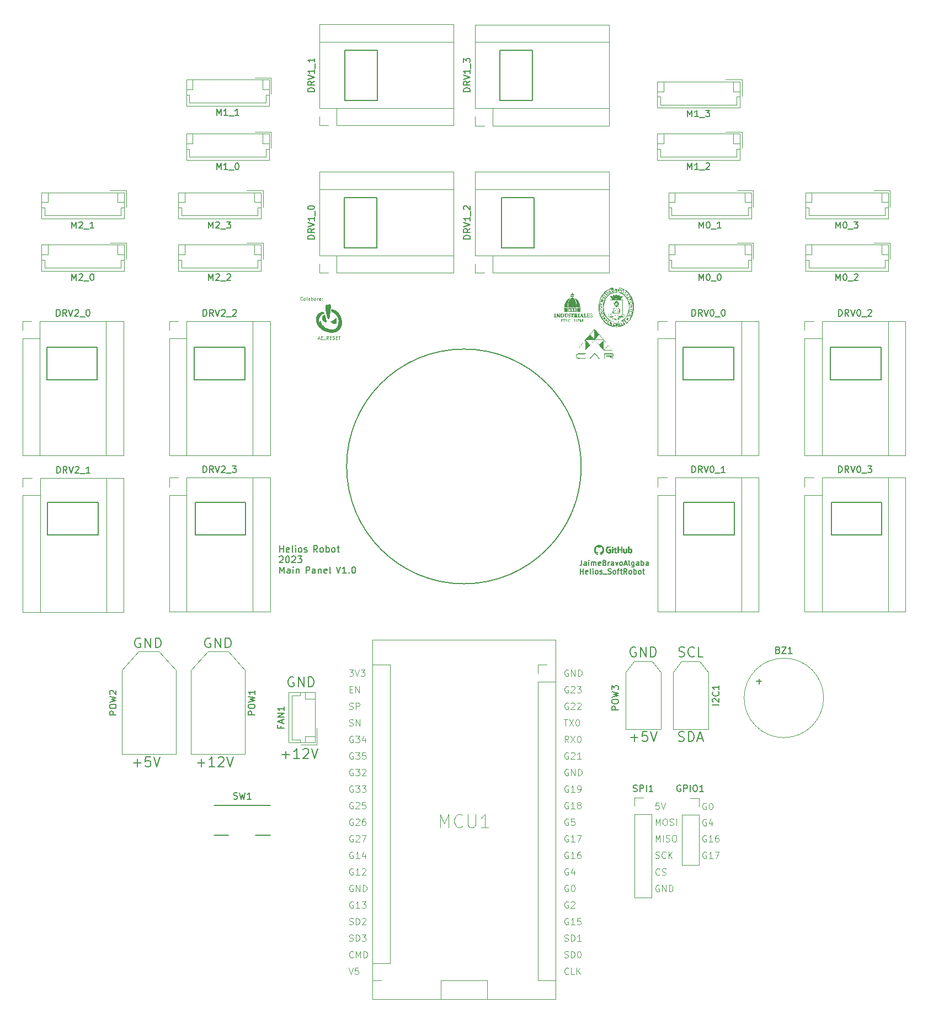
<source format=gbr>
%TF.GenerationSoftware,KiCad,Pcbnew,(7.0.0)*%
%TF.CreationDate,2023-11-14T12:39:04+01:00*%
%TF.ProjectId,Helios_PCB_panel,48656c69-6f73-45f5-9043-425f70616e65,rev?*%
%TF.SameCoordinates,Original*%
%TF.FileFunction,Legend,Top*%
%TF.FilePolarity,Positive*%
%FSLAX46Y46*%
G04 Gerber Fmt 4.6, Leading zero omitted, Abs format (unit mm)*
G04 Created by KiCad (PCBNEW (7.0.0)) date 2023-11-14 12:39:04*
%MOMM*%
%LPD*%
G01*
G04 APERTURE LIST*
%ADD10C,0.150000*%
%ADD11C,0.100000*%
%ADD12C,0.120000*%
G04 APERTURE END LIST*
D10*
X143750000Y-105500000D02*
X151500000Y-105500000D01*
X151500000Y-105500000D02*
X151500000Y-110500000D01*
X151500000Y-110500000D02*
X143750000Y-110500000D01*
X143750000Y-110500000D02*
X143750000Y-105500000D01*
X91750000Y-36125000D02*
X96750000Y-36125000D01*
X96750000Y-36125000D02*
X96750000Y-43875000D01*
X96750000Y-43875000D02*
X91750000Y-43875000D01*
X91750000Y-43875000D02*
X91750000Y-36125000D01*
X166375000Y-105500000D02*
X174125000Y-105500000D01*
X174125000Y-105500000D02*
X174125000Y-110500000D01*
X174125000Y-110500000D02*
X166375000Y-110500000D01*
X166375000Y-110500000D02*
X166375000Y-105500000D01*
X91625000Y-58750000D02*
X96625000Y-58750000D01*
X96625000Y-58750000D02*
X96625000Y-66500000D01*
X96625000Y-66500000D02*
X91625000Y-66500000D01*
X91625000Y-66500000D02*
X91625000Y-58750000D01*
X46000000Y-81750000D02*
X53750000Y-81750000D01*
X53750000Y-81750000D02*
X53750000Y-86750000D01*
X53750000Y-86750000D02*
X46000000Y-86750000D01*
X46000000Y-86750000D02*
X46000000Y-81750000D01*
X46125000Y-105500000D02*
X53875000Y-105500000D01*
X53875000Y-105500000D02*
X53875000Y-110500000D01*
X53875000Y-110500000D02*
X46125000Y-110500000D01*
X46125000Y-110500000D02*
X46125000Y-105500000D01*
X115500000Y-36125000D02*
X120500000Y-36125000D01*
X120500000Y-36125000D02*
X120500000Y-43875000D01*
X120500000Y-43875000D02*
X115500000Y-43875000D01*
X115500000Y-43875000D02*
X115500000Y-36125000D01*
X68750000Y-105500000D02*
X76500000Y-105500000D01*
X76500000Y-105500000D02*
X76500000Y-110500000D01*
X76500000Y-110500000D02*
X68750000Y-110500000D01*
X68750000Y-110500000D02*
X68750000Y-105500000D01*
X128000000Y-100000000D02*
G75*
G03*
X128000000Y-100000000I-18000000J0D01*
G01*
X143625000Y-81750000D02*
X151375000Y-81750000D01*
X151375000Y-81750000D02*
X151375000Y-86750000D01*
X151375000Y-86750000D02*
X143625000Y-86750000D01*
X143625000Y-86750000D02*
X143625000Y-81750000D01*
X68625000Y-81750000D02*
X76375000Y-81750000D01*
X76375000Y-81750000D02*
X76375000Y-86750000D01*
X76375000Y-86750000D02*
X68625000Y-86750000D01*
X68625000Y-86750000D02*
X68625000Y-81750000D01*
X115750000Y-58750000D02*
X120750000Y-58750000D01*
X120750000Y-58750000D02*
X120750000Y-66500000D01*
X120750000Y-66500000D02*
X115750000Y-66500000D01*
X115750000Y-66500000D02*
X115750000Y-58750000D01*
X166250000Y-81750000D02*
X174000000Y-81750000D01*
X174000000Y-81750000D02*
X174000000Y-86750000D01*
X174000000Y-86750000D02*
X166250000Y-86750000D01*
X166250000Y-86750000D02*
X166250000Y-81750000D01*
D11*
X139390476Y-160034761D02*
X139533333Y-160082380D01*
X139533333Y-160082380D02*
X139771428Y-160082380D01*
X139771428Y-160082380D02*
X139866666Y-160034761D01*
X139866666Y-160034761D02*
X139914285Y-159987142D01*
X139914285Y-159987142D02*
X139961904Y-159891904D01*
X139961904Y-159891904D02*
X139961904Y-159796666D01*
X139961904Y-159796666D02*
X139914285Y-159701428D01*
X139914285Y-159701428D02*
X139866666Y-159653809D01*
X139866666Y-159653809D02*
X139771428Y-159606190D01*
X139771428Y-159606190D02*
X139580952Y-159558571D01*
X139580952Y-159558571D02*
X139485714Y-159510952D01*
X139485714Y-159510952D02*
X139438095Y-159463333D01*
X139438095Y-159463333D02*
X139390476Y-159368095D01*
X139390476Y-159368095D02*
X139390476Y-159272857D01*
X139390476Y-159272857D02*
X139438095Y-159177619D01*
X139438095Y-159177619D02*
X139485714Y-159130000D01*
X139485714Y-159130000D02*
X139580952Y-159082380D01*
X139580952Y-159082380D02*
X139819047Y-159082380D01*
X139819047Y-159082380D02*
X139961904Y-159130000D01*
X140961904Y-159987142D02*
X140914285Y-160034761D01*
X140914285Y-160034761D02*
X140771428Y-160082380D01*
X140771428Y-160082380D02*
X140676190Y-160082380D01*
X140676190Y-160082380D02*
X140533333Y-160034761D01*
X140533333Y-160034761D02*
X140438095Y-159939523D01*
X140438095Y-159939523D02*
X140390476Y-159844285D01*
X140390476Y-159844285D02*
X140342857Y-159653809D01*
X140342857Y-159653809D02*
X140342857Y-159510952D01*
X140342857Y-159510952D02*
X140390476Y-159320476D01*
X140390476Y-159320476D02*
X140438095Y-159225238D01*
X140438095Y-159225238D02*
X140533333Y-159130000D01*
X140533333Y-159130000D02*
X140676190Y-159082380D01*
X140676190Y-159082380D02*
X140771428Y-159082380D01*
X140771428Y-159082380D02*
X140914285Y-159130000D01*
X140914285Y-159130000D02*
X140961904Y-159177619D01*
X141390476Y-160082380D02*
X141390476Y-159082380D01*
X141961904Y-160082380D02*
X141533333Y-159510952D01*
X141961904Y-159082380D02*
X141390476Y-159653809D01*
X140009523Y-162587142D02*
X139961904Y-162634761D01*
X139961904Y-162634761D02*
X139819047Y-162682380D01*
X139819047Y-162682380D02*
X139723809Y-162682380D01*
X139723809Y-162682380D02*
X139580952Y-162634761D01*
X139580952Y-162634761D02*
X139485714Y-162539523D01*
X139485714Y-162539523D02*
X139438095Y-162444285D01*
X139438095Y-162444285D02*
X139390476Y-162253809D01*
X139390476Y-162253809D02*
X139390476Y-162110952D01*
X139390476Y-162110952D02*
X139438095Y-161920476D01*
X139438095Y-161920476D02*
X139485714Y-161825238D01*
X139485714Y-161825238D02*
X139580952Y-161730000D01*
X139580952Y-161730000D02*
X139723809Y-161682380D01*
X139723809Y-161682380D02*
X139819047Y-161682380D01*
X139819047Y-161682380D02*
X139961904Y-161730000D01*
X139961904Y-161730000D02*
X140009523Y-161777619D01*
X140390476Y-162634761D02*
X140533333Y-162682380D01*
X140533333Y-162682380D02*
X140771428Y-162682380D01*
X140771428Y-162682380D02*
X140866666Y-162634761D01*
X140866666Y-162634761D02*
X140914285Y-162587142D01*
X140914285Y-162587142D02*
X140961904Y-162491904D01*
X140961904Y-162491904D02*
X140961904Y-162396666D01*
X140961904Y-162396666D02*
X140914285Y-162301428D01*
X140914285Y-162301428D02*
X140866666Y-162253809D01*
X140866666Y-162253809D02*
X140771428Y-162206190D01*
X140771428Y-162206190D02*
X140580952Y-162158571D01*
X140580952Y-162158571D02*
X140485714Y-162110952D01*
X140485714Y-162110952D02*
X140438095Y-162063333D01*
X140438095Y-162063333D02*
X140390476Y-161968095D01*
X140390476Y-161968095D02*
X140390476Y-161872857D01*
X140390476Y-161872857D02*
X140438095Y-161777619D01*
X140438095Y-161777619D02*
X140485714Y-161730000D01*
X140485714Y-161730000D02*
X140580952Y-161682380D01*
X140580952Y-161682380D02*
X140819047Y-161682380D01*
X140819047Y-161682380D02*
X140961904Y-161730000D01*
X147161904Y-156630000D02*
X147066666Y-156582380D01*
X147066666Y-156582380D02*
X146923809Y-156582380D01*
X146923809Y-156582380D02*
X146780952Y-156630000D01*
X146780952Y-156630000D02*
X146685714Y-156725238D01*
X146685714Y-156725238D02*
X146638095Y-156820476D01*
X146638095Y-156820476D02*
X146590476Y-157010952D01*
X146590476Y-157010952D02*
X146590476Y-157153809D01*
X146590476Y-157153809D02*
X146638095Y-157344285D01*
X146638095Y-157344285D02*
X146685714Y-157439523D01*
X146685714Y-157439523D02*
X146780952Y-157534761D01*
X146780952Y-157534761D02*
X146923809Y-157582380D01*
X146923809Y-157582380D02*
X147019047Y-157582380D01*
X147019047Y-157582380D02*
X147161904Y-157534761D01*
X147161904Y-157534761D02*
X147209523Y-157487142D01*
X147209523Y-157487142D02*
X147209523Y-157153809D01*
X147209523Y-157153809D02*
X147019047Y-157153809D01*
X148161904Y-157582380D02*
X147590476Y-157582380D01*
X147876190Y-157582380D02*
X147876190Y-156582380D01*
X147876190Y-156582380D02*
X147780952Y-156725238D01*
X147780952Y-156725238D02*
X147685714Y-156820476D01*
X147685714Y-156820476D02*
X147590476Y-156868095D01*
X149019047Y-156582380D02*
X148828571Y-156582380D01*
X148828571Y-156582380D02*
X148733333Y-156630000D01*
X148733333Y-156630000D02*
X148685714Y-156677619D01*
X148685714Y-156677619D02*
X148590476Y-156820476D01*
X148590476Y-156820476D02*
X148542857Y-157010952D01*
X148542857Y-157010952D02*
X148542857Y-157391904D01*
X148542857Y-157391904D02*
X148590476Y-157487142D01*
X148590476Y-157487142D02*
X148638095Y-157534761D01*
X148638095Y-157534761D02*
X148733333Y-157582380D01*
X148733333Y-157582380D02*
X148923809Y-157582380D01*
X148923809Y-157582380D02*
X149019047Y-157534761D01*
X149019047Y-157534761D02*
X149066666Y-157487142D01*
X149066666Y-157487142D02*
X149114285Y-157391904D01*
X149114285Y-157391904D02*
X149114285Y-157153809D01*
X149114285Y-157153809D02*
X149066666Y-157058571D01*
X149066666Y-157058571D02*
X149019047Y-157010952D01*
X149019047Y-157010952D02*
X148923809Y-156963333D01*
X148923809Y-156963333D02*
X148733333Y-156963333D01*
X148733333Y-156963333D02*
X148638095Y-157010952D01*
X148638095Y-157010952D02*
X148590476Y-157058571D01*
X148590476Y-157058571D02*
X148542857Y-157153809D01*
D10*
X82107143Y-144229642D02*
X83250001Y-144229642D01*
X82678572Y-144801071D02*
X82678572Y-143658214D01*
X84750001Y-144801071D02*
X83892858Y-144801071D01*
X84321429Y-144801071D02*
X84321429Y-143301071D01*
X84321429Y-143301071D02*
X84178572Y-143515357D01*
X84178572Y-143515357D02*
X84035715Y-143658214D01*
X84035715Y-143658214D02*
X83892858Y-143729642D01*
X85321429Y-143443928D02*
X85392857Y-143372500D01*
X85392857Y-143372500D02*
X85535715Y-143301071D01*
X85535715Y-143301071D02*
X85892857Y-143301071D01*
X85892857Y-143301071D02*
X86035715Y-143372500D01*
X86035715Y-143372500D02*
X86107143Y-143443928D01*
X86107143Y-143443928D02*
X86178572Y-143586785D01*
X86178572Y-143586785D02*
X86178572Y-143729642D01*
X86178572Y-143729642D02*
X86107143Y-143943928D01*
X86107143Y-143943928D02*
X85250000Y-144801071D01*
X85250000Y-144801071D02*
X86178572Y-144801071D01*
X86607143Y-143301071D02*
X87107143Y-144801071D01*
X87107143Y-144801071D02*
X87607143Y-143301071D01*
D11*
X85204761Y-74443571D02*
X85180952Y-74467380D01*
X85180952Y-74467380D02*
X85109523Y-74491190D01*
X85109523Y-74491190D02*
X85061904Y-74491190D01*
X85061904Y-74491190D02*
X84990476Y-74467380D01*
X84990476Y-74467380D02*
X84942857Y-74419761D01*
X84942857Y-74419761D02*
X84919047Y-74372142D01*
X84919047Y-74372142D02*
X84895238Y-74276904D01*
X84895238Y-74276904D02*
X84895238Y-74205476D01*
X84895238Y-74205476D02*
X84919047Y-74110238D01*
X84919047Y-74110238D02*
X84942857Y-74062619D01*
X84942857Y-74062619D02*
X84990476Y-74015000D01*
X84990476Y-74015000D02*
X85061904Y-73991190D01*
X85061904Y-73991190D02*
X85109523Y-73991190D01*
X85109523Y-73991190D02*
X85180952Y-74015000D01*
X85180952Y-74015000D02*
X85204761Y-74038809D01*
X85490476Y-74491190D02*
X85442857Y-74467380D01*
X85442857Y-74467380D02*
X85419047Y-74443571D01*
X85419047Y-74443571D02*
X85395238Y-74395952D01*
X85395238Y-74395952D02*
X85395238Y-74253095D01*
X85395238Y-74253095D02*
X85419047Y-74205476D01*
X85419047Y-74205476D02*
X85442857Y-74181666D01*
X85442857Y-74181666D02*
X85490476Y-74157857D01*
X85490476Y-74157857D02*
X85561904Y-74157857D01*
X85561904Y-74157857D02*
X85609523Y-74181666D01*
X85609523Y-74181666D02*
X85633333Y-74205476D01*
X85633333Y-74205476D02*
X85657142Y-74253095D01*
X85657142Y-74253095D02*
X85657142Y-74395952D01*
X85657142Y-74395952D02*
X85633333Y-74443571D01*
X85633333Y-74443571D02*
X85609523Y-74467380D01*
X85609523Y-74467380D02*
X85561904Y-74491190D01*
X85561904Y-74491190D02*
X85490476Y-74491190D01*
X85942857Y-74491190D02*
X85895238Y-74467380D01*
X85895238Y-74467380D02*
X85871428Y-74419761D01*
X85871428Y-74419761D02*
X85871428Y-73991190D01*
X86347619Y-74491190D02*
X86347619Y-74229285D01*
X86347619Y-74229285D02*
X86323809Y-74181666D01*
X86323809Y-74181666D02*
X86276190Y-74157857D01*
X86276190Y-74157857D02*
X86180952Y-74157857D01*
X86180952Y-74157857D02*
X86133333Y-74181666D01*
X86347619Y-74467380D02*
X86300000Y-74491190D01*
X86300000Y-74491190D02*
X86180952Y-74491190D01*
X86180952Y-74491190D02*
X86133333Y-74467380D01*
X86133333Y-74467380D02*
X86109524Y-74419761D01*
X86109524Y-74419761D02*
X86109524Y-74372142D01*
X86109524Y-74372142D02*
X86133333Y-74324523D01*
X86133333Y-74324523D02*
X86180952Y-74300714D01*
X86180952Y-74300714D02*
X86300000Y-74300714D01*
X86300000Y-74300714D02*
X86347619Y-74276904D01*
X86585714Y-74491190D02*
X86585714Y-73991190D01*
X86585714Y-74181666D02*
X86633333Y-74157857D01*
X86633333Y-74157857D02*
X86728571Y-74157857D01*
X86728571Y-74157857D02*
X86776190Y-74181666D01*
X86776190Y-74181666D02*
X86800000Y-74205476D01*
X86800000Y-74205476D02*
X86823809Y-74253095D01*
X86823809Y-74253095D02*
X86823809Y-74395952D01*
X86823809Y-74395952D02*
X86800000Y-74443571D01*
X86800000Y-74443571D02*
X86776190Y-74467380D01*
X86776190Y-74467380D02*
X86728571Y-74491190D01*
X86728571Y-74491190D02*
X86633333Y-74491190D01*
X86633333Y-74491190D02*
X86585714Y-74467380D01*
X87109524Y-74491190D02*
X87061905Y-74467380D01*
X87061905Y-74467380D02*
X87038095Y-74443571D01*
X87038095Y-74443571D02*
X87014286Y-74395952D01*
X87014286Y-74395952D02*
X87014286Y-74253095D01*
X87014286Y-74253095D02*
X87038095Y-74205476D01*
X87038095Y-74205476D02*
X87061905Y-74181666D01*
X87061905Y-74181666D02*
X87109524Y-74157857D01*
X87109524Y-74157857D02*
X87180952Y-74157857D01*
X87180952Y-74157857D02*
X87228571Y-74181666D01*
X87228571Y-74181666D02*
X87252381Y-74205476D01*
X87252381Y-74205476D02*
X87276190Y-74253095D01*
X87276190Y-74253095D02*
X87276190Y-74395952D01*
X87276190Y-74395952D02*
X87252381Y-74443571D01*
X87252381Y-74443571D02*
X87228571Y-74467380D01*
X87228571Y-74467380D02*
X87180952Y-74491190D01*
X87180952Y-74491190D02*
X87109524Y-74491190D01*
X87490476Y-74491190D02*
X87490476Y-74157857D01*
X87490476Y-74253095D02*
X87514286Y-74205476D01*
X87514286Y-74205476D02*
X87538095Y-74181666D01*
X87538095Y-74181666D02*
X87585714Y-74157857D01*
X87585714Y-74157857D02*
X87633333Y-74157857D01*
X88014286Y-74491190D02*
X88014286Y-74229285D01*
X88014286Y-74229285D02*
X87990476Y-74181666D01*
X87990476Y-74181666D02*
X87942857Y-74157857D01*
X87942857Y-74157857D02*
X87847619Y-74157857D01*
X87847619Y-74157857D02*
X87800000Y-74181666D01*
X88014286Y-74467380D02*
X87966667Y-74491190D01*
X87966667Y-74491190D02*
X87847619Y-74491190D01*
X87847619Y-74491190D02*
X87800000Y-74467380D01*
X87800000Y-74467380D02*
X87776191Y-74419761D01*
X87776191Y-74419761D02*
X87776191Y-74372142D01*
X87776191Y-74372142D02*
X87800000Y-74324523D01*
X87800000Y-74324523D02*
X87847619Y-74300714D01*
X87847619Y-74300714D02*
X87966667Y-74300714D01*
X87966667Y-74300714D02*
X88014286Y-74276904D01*
X88252381Y-74443571D02*
X88276191Y-74467380D01*
X88276191Y-74467380D02*
X88252381Y-74491190D01*
X88252381Y-74491190D02*
X88228572Y-74467380D01*
X88228572Y-74467380D02*
X88252381Y-74443571D01*
X88252381Y-74443571D02*
X88252381Y-74491190D01*
X88252381Y-74181666D02*
X88276191Y-74205476D01*
X88276191Y-74205476D02*
X88252381Y-74229285D01*
X88252381Y-74229285D02*
X88228572Y-74205476D01*
X88228572Y-74205476D02*
X88252381Y-74181666D01*
X88252381Y-74181666D02*
X88252381Y-74229285D01*
X139438095Y-155042380D02*
X139438095Y-154042380D01*
X139438095Y-154042380D02*
X139771428Y-154756666D01*
X139771428Y-154756666D02*
X140104761Y-154042380D01*
X140104761Y-154042380D02*
X140104761Y-155042380D01*
X140771428Y-154042380D02*
X140961904Y-154042380D01*
X140961904Y-154042380D02*
X141057142Y-154090000D01*
X141057142Y-154090000D02*
X141152380Y-154185238D01*
X141152380Y-154185238D02*
X141199999Y-154375714D01*
X141199999Y-154375714D02*
X141199999Y-154709047D01*
X141199999Y-154709047D02*
X141152380Y-154899523D01*
X141152380Y-154899523D02*
X141057142Y-154994761D01*
X141057142Y-154994761D02*
X140961904Y-155042380D01*
X140961904Y-155042380D02*
X140771428Y-155042380D01*
X140771428Y-155042380D02*
X140676190Y-154994761D01*
X140676190Y-154994761D02*
X140580952Y-154899523D01*
X140580952Y-154899523D02*
X140533333Y-154709047D01*
X140533333Y-154709047D02*
X140533333Y-154375714D01*
X140533333Y-154375714D02*
X140580952Y-154185238D01*
X140580952Y-154185238D02*
X140676190Y-154090000D01*
X140676190Y-154090000D02*
X140771428Y-154042380D01*
X141580952Y-154994761D02*
X141723809Y-155042380D01*
X141723809Y-155042380D02*
X141961904Y-155042380D01*
X141961904Y-155042380D02*
X142057142Y-154994761D01*
X142057142Y-154994761D02*
X142104761Y-154947142D01*
X142104761Y-154947142D02*
X142152380Y-154851904D01*
X142152380Y-154851904D02*
X142152380Y-154756666D01*
X142152380Y-154756666D02*
X142104761Y-154661428D01*
X142104761Y-154661428D02*
X142057142Y-154613809D01*
X142057142Y-154613809D02*
X141961904Y-154566190D01*
X141961904Y-154566190D02*
X141771428Y-154518571D01*
X141771428Y-154518571D02*
X141676190Y-154470952D01*
X141676190Y-154470952D02*
X141628571Y-154423333D01*
X141628571Y-154423333D02*
X141580952Y-154328095D01*
X141580952Y-154328095D02*
X141580952Y-154232857D01*
X141580952Y-154232857D02*
X141628571Y-154137619D01*
X141628571Y-154137619D02*
X141676190Y-154090000D01*
X141676190Y-154090000D02*
X141771428Y-154042380D01*
X141771428Y-154042380D02*
X142009523Y-154042380D01*
X142009523Y-154042380D02*
X142152380Y-154090000D01*
X142580952Y-155042380D02*
X142580952Y-154042380D01*
D10*
X59321428Y-145479642D02*
X60464286Y-145479642D01*
X59892857Y-146051071D02*
X59892857Y-144908214D01*
X61892857Y-144551071D02*
X61178571Y-144551071D01*
X61178571Y-144551071D02*
X61107143Y-145265357D01*
X61107143Y-145265357D02*
X61178571Y-145193928D01*
X61178571Y-145193928D02*
X61321429Y-145122500D01*
X61321429Y-145122500D02*
X61678571Y-145122500D01*
X61678571Y-145122500D02*
X61821429Y-145193928D01*
X61821429Y-145193928D02*
X61892857Y-145265357D01*
X61892857Y-145265357D02*
X61964286Y-145408214D01*
X61964286Y-145408214D02*
X61964286Y-145765357D01*
X61964286Y-145765357D02*
X61892857Y-145908214D01*
X61892857Y-145908214D02*
X61821429Y-145979642D01*
X61821429Y-145979642D02*
X61678571Y-146051071D01*
X61678571Y-146051071D02*
X61321429Y-146051071D01*
X61321429Y-146051071D02*
X61178571Y-145979642D01*
X61178571Y-145979642D02*
X61107143Y-145908214D01*
X62392857Y-144551071D02*
X62892857Y-146051071D01*
X62892857Y-146051071D02*
X63392857Y-144551071D01*
D11*
X139961904Y-164270000D02*
X139866666Y-164222380D01*
X139866666Y-164222380D02*
X139723809Y-164222380D01*
X139723809Y-164222380D02*
X139580952Y-164270000D01*
X139580952Y-164270000D02*
X139485714Y-164365238D01*
X139485714Y-164365238D02*
X139438095Y-164460476D01*
X139438095Y-164460476D02*
X139390476Y-164650952D01*
X139390476Y-164650952D02*
X139390476Y-164793809D01*
X139390476Y-164793809D02*
X139438095Y-164984285D01*
X139438095Y-164984285D02*
X139485714Y-165079523D01*
X139485714Y-165079523D02*
X139580952Y-165174761D01*
X139580952Y-165174761D02*
X139723809Y-165222380D01*
X139723809Y-165222380D02*
X139819047Y-165222380D01*
X139819047Y-165222380D02*
X139961904Y-165174761D01*
X139961904Y-165174761D02*
X140009523Y-165127142D01*
X140009523Y-165127142D02*
X140009523Y-164793809D01*
X140009523Y-164793809D02*
X139819047Y-164793809D01*
X140438095Y-165222380D02*
X140438095Y-164222380D01*
X140438095Y-164222380D02*
X141009523Y-165222380D01*
X141009523Y-165222380D02*
X141009523Y-164222380D01*
X141485714Y-165222380D02*
X141485714Y-164222380D01*
X141485714Y-164222380D02*
X141723809Y-164222380D01*
X141723809Y-164222380D02*
X141866666Y-164270000D01*
X141866666Y-164270000D02*
X141961904Y-164365238D01*
X141961904Y-164365238D02*
X142009523Y-164460476D01*
X142009523Y-164460476D02*
X142057142Y-164650952D01*
X142057142Y-164650952D02*
X142057142Y-164793809D01*
X142057142Y-164793809D02*
X142009523Y-164984285D01*
X142009523Y-164984285D02*
X141961904Y-165079523D01*
X141961904Y-165079523D02*
X141866666Y-165174761D01*
X141866666Y-165174761D02*
X141723809Y-165222380D01*
X141723809Y-165222380D02*
X141485714Y-165222380D01*
D10*
X69107143Y-145479642D02*
X70250001Y-145479642D01*
X69678572Y-146051071D02*
X69678572Y-144908214D01*
X71750001Y-146051071D02*
X70892858Y-146051071D01*
X71321429Y-146051071D02*
X71321429Y-144551071D01*
X71321429Y-144551071D02*
X71178572Y-144765357D01*
X71178572Y-144765357D02*
X71035715Y-144908214D01*
X71035715Y-144908214D02*
X70892858Y-144979642D01*
X72321429Y-144693928D02*
X72392857Y-144622500D01*
X72392857Y-144622500D02*
X72535715Y-144551071D01*
X72535715Y-144551071D02*
X72892857Y-144551071D01*
X72892857Y-144551071D02*
X73035715Y-144622500D01*
X73035715Y-144622500D02*
X73107143Y-144693928D01*
X73107143Y-144693928D02*
X73178572Y-144836785D01*
X73178572Y-144836785D02*
X73178572Y-144979642D01*
X73178572Y-144979642D02*
X73107143Y-145193928D01*
X73107143Y-145193928D02*
X72250000Y-146051071D01*
X72250000Y-146051071D02*
X73178572Y-146051071D01*
X73607143Y-144551071D02*
X74107143Y-146051071D01*
X74107143Y-146051071D02*
X74607143Y-144551071D01*
X71107143Y-126372500D02*
X70964286Y-126301071D01*
X70964286Y-126301071D02*
X70750000Y-126301071D01*
X70750000Y-126301071D02*
X70535714Y-126372500D01*
X70535714Y-126372500D02*
X70392857Y-126515357D01*
X70392857Y-126515357D02*
X70321428Y-126658214D01*
X70321428Y-126658214D02*
X70250000Y-126943928D01*
X70250000Y-126943928D02*
X70250000Y-127158214D01*
X70250000Y-127158214D02*
X70321428Y-127443928D01*
X70321428Y-127443928D02*
X70392857Y-127586785D01*
X70392857Y-127586785D02*
X70535714Y-127729642D01*
X70535714Y-127729642D02*
X70750000Y-127801071D01*
X70750000Y-127801071D02*
X70892857Y-127801071D01*
X70892857Y-127801071D02*
X71107143Y-127729642D01*
X71107143Y-127729642D02*
X71178571Y-127658214D01*
X71178571Y-127658214D02*
X71178571Y-127158214D01*
X71178571Y-127158214D02*
X70892857Y-127158214D01*
X71821428Y-127801071D02*
X71821428Y-126301071D01*
X71821428Y-126301071D02*
X72678571Y-127801071D01*
X72678571Y-127801071D02*
X72678571Y-126301071D01*
X73392857Y-127801071D02*
X73392857Y-126301071D01*
X73392857Y-126301071D02*
X73750000Y-126301071D01*
X73750000Y-126301071D02*
X73964286Y-126372500D01*
X73964286Y-126372500D02*
X74107143Y-126515357D01*
X74107143Y-126515357D02*
X74178572Y-126658214D01*
X74178572Y-126658214D02*
X74250000Y-126943928D01*
X74250000Y-126943928D02*
X74250000Y-127158214D01*
X74250000Y-127158214D02*
X74178572Y-127443928D01*
X74178572Y-127443928D02*
X74107143Y-127586785D01*
X74107143Y-127586785D02*
X73964286Y-127729642D01*
X73964286Y-127729642D02*
X73750000Y-127801071D01*
X73750000Y-127801071D02*
X73392857Y-127801071D01*
D11*
X147161904Y-151670000D02*
X147066666Y-151622380D01*
X147066666Y-151622380D02*
X146923809Y-151622380D01*
X146923809Y-151622380D02*
X146780952Y-151670000D01*
X146780952Y-151670000D02*
X146685714Y-151765238D01*
X146685714Y-151765238D02*
X146638095Y-151860476D01*
X146638095Y-151860476D02*
X146590476Y-152050952D01*
X146590476Y-152050952D02*
X146590476Y-152193809D01*
X146590476Y-152193809D02*
X146638095Y-152384285D01*
X146638095Y-152384285D02*
X146685714Y-152479523D01*
X146685714Y-152479523D02*
X146780952Y-152574761D01*
X146780952Y-152574761D02*
X146923809Y-152622380D01*
X146923809Y-152622380D02*
X147019047Y-152622380D01*
X147019047Y-152622380D02*
X147161904Y-152574761D01*
X147161904Y-152574761D02*
X147209523Y-152527142D01*
X147209523Y-152527142D02*
X147209523Y-152193809D01*
X147209523Y-152193809D02*
X147019047Y-152193809D01*
X147828571Y-151622380D02*
X147923809Y-151622380D01*
X147923809Y-151622380D02*
X148019047Y-151670000D01*
X148019047Y-151670000D02*
X148066666Y-151717619D01*
X148066666Y-151717619D02*
X148114285Y-151812857D01*
X148114285Y-151812857D02*
X148161904Y-152003333D01*
X148161904Y-152003333D02*
X148161904Y-152241428D01*
X148161904Y-152241428D02*
X148114285Y-152431904D01*
X148114285Y-152431904D02*
X148066666Y-152527142D01*
X148066666Y-152527142D02*
X148019047Y-152574761D01*
X148019047Y-152574761D02*
X147923809Y-152622380D01*
X147923809Y-152622380D02*
X147828571Y-152622380D01*
X147828571Y-152622380D02*
X147733333Y-152574761D01*
X147733333Y-152574761D02*
X147685714Y-152527142D01*
X147685714Y-152527142D02*
X147638095Y-152431904D01*
X147638095Y-152431904D02*
X147590476Y-152241428D01*
X147590476Y-152241428D02*
X147590476Y-152003333D01*
X147590476Y-152003333D02*
X147638095Y-151812857D01*
X147638095Y-151812857D02*
X147685714Y-151717619D01*
X147685714Y-151717619D02*
X147733333Y-151670000D01*
X147733333Y-151670000D02*
X147828571Y-151622380D01*
D10*
X83857143Y-132372500D02*
X83714286Y-132301071D01*
X83714286Y-132301071D02*
X83500000Y-132301071D01*
X83500000Y-132301071D02*
X83285714Y-132372500D01*
X83285714Y-132372500D02*
X83142857Y-132515357D01*
X83142857Y-132515357D02*
X83071428Y-132658214D01*
X83071428Y-132658214D02*
X83000000Y-132943928D01*
X83000000Y-132943928D02*
X83000000Y-133158214D01*
X83000000Y-133158214D02*
X83071428Y-133443928D01*
X83071428Y-133443928D02*
X83142857Y-133586785D01*
X83142857Y-133586785D02*
X83285714Y-133729642D01*
X83285714Y-133729642D02*
X83500000Y-133801071D01*
X83500000Y-133801071D02*
X83642857Y-133801071D01*
X83642857Y-133801071D02*
X83857143Y-133729642D01*
X83857143Y-133729642D02*
X83928571Y-133658214D01*
X83928571Y-133658214D02*
X83928571Y-133158214D01*
X83928571Y-133158214D02*
X83642857Y-133158214D01*
X84571428Y-133801071D02*
X84571428Y-132301071D01*
X84571428Y-132301071D02*
X85428571Y-133801071D01*
X85428571Y-133801071D02*
X85428571Y-132301071D01*
X86142857Y-133801071D02*
X86142857Y-132301071D01*
X86142857Y-132301071D02*
X86500000Y-132301071D01*
X86500000Y-132301071D02*
X86714286Y-132372500D01*
X86714286Y-132372500D02*
X86857143Y-132515357D01*
X86857143Y-132515357D02*
X86928572Y-132658214D01*
X86928572Y-132658214D02*
X87000000Y-132943928D01*
X87000000Y-132943928D02*
X87000000Y-133158214D01*
X87000000Y-133158214D02*
X86928572Y-133443928D01*
X86928572Y-133443928D02*
X86857143Y-133586785D01*
X86857143Y-133586785D02*
X86714286Y-133729642D01*
X86714286Y-133729642D02*
X86500000Y-133801071D01*
X86500000Y-133801071D02*
X86142857Y-133801071D01*
D11*
X139914285Y-151582380D02*
X139438095Y-151582380D01*
X139438095Y-151582380D02*
X139390476Y-152058571D01*
X139390476Y-152058571D02*
X139438095Y-152010952D01*
X139438095Y-152010952D02*
X139533333Y-151963333D01*
X139533333Y-151963333D02*
X139771428Y-151963333D01*
X139771428Y-151963333D02*
X139866666Y-152010952D01*
X139866666Y-152010952D02*
X139914285Y-152058571D01*
X139914285Y-152058571D02*
X139961904Y-152153809D01*
X139961904Y-152153809D02*
X139961904Y-152391904D01*
X139961904Y-152391904D02*
X139914285Y-152487142D01*
X139914285Y-152487142D02*
X139866666Y-152534761D01*
X139866666Y-152534761D02*
X139771428Y-152582380D01*
X139771428Y-152582380D02*
X139533333Y-152582380D01*
X139533333Y-152582380D02*
X139438095Y-152534761D01*
X139438095Y-152534761D02*
X139390476Y-152487142D01*
X140247619Y-151582380D02*
X140580952Y-152582380D01*
X140580952Y-152582380D02*
X140914285Y-151582380D01*
X87617238Y-80350333D02*
X87855333Y-80350333D01*
X87569619Y-80493190D02*
X87736285Y-79993190D01*
X87736285Y-79993190D02*
X87902952Y-80493190D01*
X88069618Y-80231285D02*
X88236285Y-80231285D01*
X88307713Y-80493190D02*
X88069618Y-80493190D01*
X88069618Y-80493190D02*
X88069618Y-79993190D01*
X88069618Y-79993190D02*
X88307713Y-79993190D01*
X88402952Y-80540809D02*
X88783904Y-80540809D01*
X89188665Y-80493190D02*
X89021999Y-80255095D01*
X88902951Y-80493190D02*
X88902951Y-79993190D01*
X88902951Y-79993190D02*
X89093427Y-79993190D01*
X89093427Y-79993190D02*
X89141046Y-80017000D01*
X89141046Y-80017000D02*
X89164856Y-80040809D01*
X89164856Y-80040809D02*
X89188665Y-80088428D01*
X89188665Y-80088428D02*
X89188665Y-80159857D01*
X89188665Y-80159857D02*
X89164856Y-80207476D01*
X89164856Y-80207476D02*
X89141046Y-80231285D01*
X89141046Y-80231285D02*
X89093427Y-80255095D01*
X89093427Y-80255095D02*
X88902951Y-80255095D01*
X89402951Y-80231285D02*
X89569618Y-80231285D01*
X89641046Y-80493190D02*
X89402951Y-80493190D01*
X89402951Y-80493190D02*
X89402951Y-79993190D01*
X89402951Y-79993190D02*
X89641046Y-79993190D01*
X89831523Y-80469380D02*
X89902951Y-80493190D01*
X89902951Y-80493190D02*
X90021999Y-80493190D01*
X90021999Y-80493190D02*
X90069618Y-80469380D01*
X90069618Y-80469380D02*
X90093427Y-80445571D01*
X90093427Y-80445571D02*
X90117237Y-80397952D01*
X90117237Y-80397952D02*
X90117237Y-80350333D01*
X90117237Y-80350333D02*
X90093427Y-80302714D01*
X90093427Y-80302714D02*
X90069618Y-80278904D01*
X90069618Y-80278904D02*
X90021999Y-80255095D01*
X90021999Y-80255095D02*
X89926761Y-80231285D01*
X89926761Y-80231285D02*
X89879142Y-80207476D01*
X89879142Y-80207476D02*
X89855332Y-80183666D01*
X89855332Y-80183666D02*
X89831523Y-80136047D01*
X89831523Y-80136047D02*
X89831523Y-80088428D01*
X89831523Y-80088428D02*
X89855332Y-80040809D01*
X89855332Y-80040809D02*
X89879142Y-80017000D01*
X89879142Y-80017000D02*
X89926761Y-79993190D01*
X89926761Y-79993190D02*
X90045808Y-79993190D01*
X90045808Y-79993190D02*
X90117237Y-80017000D01*
X90331522Y-80231285D02*
X90498189Y-80231285D01*
X90569617Y-80493190D02*
X90331522Y-80493190D01*
X90331522Y-80493190D02*
X90331522Y-79993190D01*
X90331522Y-79993190D02*
X90569617Y-79993190D01*
X90712475Y-79993190D02*
X90998189Y-79993190D01*
X90855332Y-80493190D02*
X90855332Y-79993190D01*
D10*
X128083447Y-114381104D02*
X128083447Y-114952533D01*
X128083447Y-114952533D02*
X128045352Y-115066819D01*
X128045352Y-115066819D02*
X127969161Y-115143009D01*
X127969161Y-115143009D02*
X127854876Y-115181104D01*
X127854876Y-115181104D02*
X127778685Y-115181104D01*
X128807257Y-115181104D02*
X128807257Y-114762057D01*
X128807257Y-114762057D02*
X128769162Y-114685866D01*
X128769162Y-114685866D02*
X128692971Y-114647771D01*
X128692971Y-114647771D02*
X128540590Y-114647771D01*
X128540590Y-114647771D02*
X128464400Y-114685866D01*
X128807257Y-115143009D02*
X128731066Y-115181104D01*
X128731066Y-115181104D02*
X128540590Y-115181104D01*
X128540590Y-115181104D02*
X128464400Y-115143009D01*
X128464400Y-115143009D02*
X128426304Y-115066819D01*
X128426304Y-115066819D02*
X128426304Y-114990628D01*
X128426304Y-114990628D02*
X128464400Y-114914438D01*
X128464400Y-114914438D02*
X128540590Y-114876342D01*
X128540590Y-114876342D02*
X128731066Y-114876342D01*
X128731066Y-114876342D02*
X128807257Y-114838247D01*
X129188210Y-115181104D02*
X129188210Y-114647771D01*
X129188210Y-114381104D02*
X129150114Y-114419200D01*
X129150114Y-114419200D02*
X129188210Y-114457295D01*
X129188210Y-114457295D02*
X129226305Y-114419200D01*
X129226305Y-114419200D02*
X129188210Y-114381104D01*
X129188210Y-114381104D02*
X129188210Y-114457295D01*
X129569162Y-115181104D02*
X129569162Y-114647771D01*
X129569162Y-114723961D02*
X129607257Y-114685866D01*
X129607257Y-114685866D02*
X129683447Y-114647771D01*
X129683447Y-114647771D02*
X129797733Y-114647771D01*
X129797733Y-114647771D02*
X129873924Y-114685866D01*
X129873924Y-114685866D02*
X129912019Y-114762057D01*
X129912019Y-114762057D02*
X129912019Y-115181104D01*
X129912019Y-114762057D02*
X129950114Y-114685866D01*
X129950114Y-114685866D02*
X130026305Y-114647771D01*
X130026305Y-114647771D02*
X130140590Y-114647771D01*
X130140590Y-114647771D02*
X130216781Y-114685866D01*
X130216781Y-114685866D02*
X130254876Y-114762057D01*
X130254876Y-114762057D02*
X130254876Y-115181104D01*
X130940591Y-115143009D02*
X130864400Y-115181104D01*
X130864400Y-115181104D02*
X130712019Y-115181104D01*
X130712019Y-115181104D02*
X130635829Y-115143009D01*
X130635829Y-115143009D02*
X130597733Y-115066819D01*
X130597733Y-115066819D02*
X130597733Y-114762057D01*
X130597733Y-114762057D02*
X130635829Y-114685866D01*
X130635829Y-114685866D02*
X130712019Y-114647771D01*
X130712019Y-114647771D02*
X130864400Y-114647771D01*
X130864400Y-114647771D02*
X130940591Y-114685866D01*
X130940591Y-114685866D02*
X130978686Y-114762057D01*
X130978686Y-114762057D02*
X130978686Y-114838247D01*
X130978686Y-114838247D02*
X130597733Y-114914438D01*
X131588209Y-114762057D02*
X131702495Y-114800152D01*
X131702495Y-114800152D02*
X131740590Y-114838247D01*
X131740590Y-114838247D02*
X131778686Y-114914438D01*
X131778686Y-114914438D02*
X131778686Y-115028723D01*
X131778686Y-115028723D02*
X131740590Y-115104914D01*
X131740590Y-115104914D02*
X131702495Y-115143009D01*
X131702495Y-115143009D02*
X131626305Y-115181104D01*
X131626305Y-115181104D02*
X131321543Y-115181104D01*
X131321543Y-115181104D02*
X131321543Y-114381104D01*
X131321543Y-114381104D02*
X131588209Y-114381104D01*
X131588209Y-114381104D02*
X131664400Y-114419200D01*
X131664400Y-114419200D02*
X131702495Y-114457295D01*
X131702495Y-114457295D02*
X131740590Y-114533485D01*
X131740590Y-114533485D02*
X131740590Y-114609676D01*
X131740590Y-114609676D02*
X131702495Y-114685866D01*
X131702495Y-114685866D02*
X131664400Y-114723961D01*
X131664400Y-114723961D02*
X131588209Y-114762057D01*
X131588209Y-114762057D02*
X131321543Y-114762057D01*
X132121543Y-115181104D02*
X132121543Y-114647771D01*
X132121543Y-114800152D02*
X132159638Y-114723961D01*
X132159638Y-114723961D02*
X132197733Y-114685866D01*
X132197733Y-114685866D02*
X132273924Y-114647771D01*
X132273924Y-114647771D02*
X132350114Y-114647771D01*
X132959638Y-115181104D02*
X132959638Y-114762057D01*
X132959638Y-114762057D02*
X132921543Y-114685866D01*
X132921543Y-114685866D02*
X132845352Y-114647771D01*
X132845352Y-114647771D02*
X132692971Y-114647771D01*
X132692971Y-114647771D02*
X132616781Y-114685866D01*
X132959638Y-115143009D02*
X132883447Y-115181104D01*
X132883447Y-115181104D02*
X132692971Y-115181104D01*
X132692971Y-115181104D02*
X132616781Y-115143009D01*
X132616781Y-115143009D02*
X132578685Y-115066819D01*
X132578685Y-115066819D02*
X132578685Y-114990628D01*
X132578685Y-114990628D02*
X132616781Y-114914438D01*
X132616781Y-114914438D02*
X132692971Y-114876342D01*
X132692971Y-114876342D02*
X132883447Y-114876342D01*
X132883447Y-114876342D02*
X132959638Y-114838247D01*
X133264400Y-114647771D02*
X133454876Y-115181104D01*
X133454876Y-115181104D02*
X133645353Y-114647771D01*
X134064400Y-115181104D02*
X133988210Y-115143009D01*
X133988210Y-115143009D02*
X133950115Y-115104914D01*
X133950115Y-115104914D02*
X133912019Y-115028723D01*
X133912019Y-115028723D02*
X133912019Y-114800152D01*
X133912019Y-114800152D02*
X133950115Y-114723961D01*
X133950115Y-114723961D02*
X133988210Y-114685866D01*
X133988210Y-114685866D02*
X134064400Y-114647771D01*
X134064400Y-114647771D02*
X134178686Y-114647771D01*
X134178686Y-114647771D02*
X134254877Y-114685866D01*
X134254877Y-114685866D02*
X134292972Y-114723961D01*
X134292972Y-114723961D02*
X134331067Y-114800152D01*
X134331067Y-114800152D02*
X134331067Y-115028723D01*
X134331067Y-115028723D02*
X134292972Y-115104914D01*
X134292972Y-115104914D02*
X134254877Y-115143009D01*
X134254877Y-115143009D02*
X134178686Y-115181104D01*
X134178686Y-115181104D02*
X134064400Y-115181104D01*
X134635829Y-114952533D02*
X135016782Y-114952533D01*
X134559639Y-115181104D02*
X134826306Y-114381104D01*
X134826306Y-114381104D02*
X135092972Y-115181104D01*
X135473924Y-115181104D02*
X135397734Y-115143009D01*
X135397734Y-115143009D02*
X135359639Y-115066819D01*
X135359639Y-115066819D02*
X135359639Y-114381104D01*
X136121544Y-114647771D02*
X136121544Y-115295390D01*
X136121544Y-115295390D02*
X136083449Y-115371580D01*
X136083449Y-115371580D02*
X136045353Y-115409676D01*
X136045353Y-115409676D02*
X135969163Y-115447771D01*
X135969163Y-115447771D02*
X135854877Y-115447771D01*
X135854877Y-115447771D02*
X135778687Y-115409676D01*
X136121544Y-115143009D02*
X136045353Y-115181104D01*
X136045353Y-115181104D02*
X135892972Y-115181104D01*
X135892972Y-115181104D02*
X135816782Y-115143009D01*
X135816782Y-115143009D02*
X135778687Y-115104914D01*
X135778687Y-115104914D02*
X135740591Y-115028723D01*
X135740591Y-115028723D02*
X135740591Y-114800152D01*
X135740591Y-114800152D02*
X135778687Y-114723961D01*
X135778687Y-114723961D02*
X135816782Y-114685866D01*
X135816782Y-114685866D02*
X135892972Y-114647771D01*
X135892972Y-114647771D02*
X136045353Y-114647771D01*
X136045353Y-114647771D02*
X136121544Y-114685866D01*
X136845354Y-115181104D02*
X136845354Y-114762057D01*
X136845354Y-114762057D02*
X136807259Y-114685866D01*
X136807259Y-114685866D02*
X136731068Y-114647771D01*
X136731068Y-114647771D02*
X136578687Y-114647771D01*
X136578687Y-114647771D02*
X136502497Y-114685866D01*
X136845354Y-115143009D02*
X136769163Y-115181104D01*
X136769163Y-115181104D02*
X136578687Y-115181104D01*
X136578687Y-115181104D02*
X136502497Y-115143009D01*
X136502497Y-115143009D02*
X136464401Y-115066819D01*
X136464401Y-115066819D02*
X136464401Y-114990628D01*
X136464401Y-114990628D02*
X136502497Y-114914438D01*
X136502497Y-114914438D02*
X136578687Y-114876342D01*
X136578687Y-114876342D02*
X136769163Y-114876342D01*
X136769163Y-114876342D02*
X136845354Y-114838247D01*
X137226307Y-115181104D02*
X137226307Y-114381104D01*
X137226307Y-114685866D02*
X137302497Y-114647771D01*
X137302497Y-114647771D02*
X137454878Y-114647771D01*
X137454878Y-114647771D02*
X137531069Y-114685866D01*
X137531069Y-114685866D02*
X137569164Y-114723961D01*
X137569164Y-114723961D02*
X137607259Y-114800152D01*
X137607259Y-114800152D02*
X137607259Y-115028723D01*
X137607259Y-115028723D02*
X137569164Y-115104914D01*
X137569164Y-115104914D02*
X137531069Y-115143009D01*
X137531069Y-115143009D02*
X137454878Y-115181104D01*
X137454878Y-115181104D02*
X137302497Y-115181104D01*
X137302497Y-115181104D02*
X137226307Y-115143009D01*
X138292974Y-115181104D02*
X138292974Y-114762057D01*
X138292974Y-114762057D02*
X138254879Y-114685866D01*
X138254879Y-114685866D02*
X138178688Y-114647771D01*
X138178688Y-114647771D02*
X138026307Y-114647771D01*
X138026307Y-114647771D02*
X137950117Y-114685866D01*
X138292974Y-115143009D02*
X138216783Y-115181104D01*
X138216783Y-115181104D02*
X138026307Y-115181104D01*
X138026307Y-115181104D02*
X137950117Y-115143009D01*
X137950117Y-115143009D02*
X137912021Y-115066819D01*
X137912021Y-115066819D02*
X137912021Y-114990628D01*
X137912021Y-114990628D02*
X137950117Y-114914438D01*
X137950117Y-114914438D02*
X138026307Y-114876342D01*
X138026307Y-114876342D02*
X138216783Y-114876342D01*
X138216783Y-114876342D02*
X138292974Y-114838247D01*
X127854876Y-116477104D02*
X127854876Y-115677104D01*
X127854876Y-116058057D02*
X128312019Y-116058057D01*
X128312019Y-116477104D02*
X128312019Y-115677104D01*
X128997733Y-116439009D02*
X128921542Y-116477104D01*
X128921542Y-116477104D02*
X128769161Y-116477104D01*
X128769161Y-116477104D02*
X128692971Y-116439009D01*
X128692971Y-116439009D02*
X128654875Y-116362819D01*
X128654875Y-116362819D02*
X128654875Y-116058057D01*
X128654875Y-116058057D02*
X128692971Y-115981866D01*
X128692971Y-115981866D02*
X128769161Y-115943771D01*
X128769161Y-115943771D02*
X128921542Y-115943771D01*
X128921542Y-115943771D02*
X128997733Y-115981866D01*
X128997733Y-115981866D02*
X129035828Y-116058057D01*
X129035828Y-116058057D02*
X129035828Y-116134247D01*
X129035828Y-116134247D02*
X128654875Y-116210438D01*
X129492970Y-116477104D02*
X129416780Y-116439009D01*
X129416780Y-116439009D02*
X129378685Y-116362819D01*
X129378685Y-116362819D02*
X129378685Y-115677104D01*
X129797733Y-116477104D02*
X129797733Y-115943771D01*
X129797733Y-115677104D02*
X129759637Y-115715200D01*
X129759637Y-115715200D02*
X129797733Y-115753295D01*
X129797733Y-115753295D02*
X129835828Y-115715200D01*
X129835828Y-115715200D02*
X129797733Y-115677104D01*
X129797733Y-115677104D02*
X129797733Y-115753295D01*
X130292970Y-116477104D02*
X130216780Y-116439009D01*
X130216780Y-116439009D02*
X130178685Y-116400914D01*
X130178685Y-116400914D02*
X130140589Y-116324723D01*
X130140589Y-116324723D02*
X130140589Y-116096152D01*
X130140589Y-116096152D02*
X130178685Y-116019961D01*
X130178685Y-116019961D02*
X130216780Y-115981866D01*
X130216780Y-115981866D02*
X130292970Y-115943771D01*
X130292970Y-115943771D02*
X130407256Y-115943771D01*
X130407256Y-115943771D02*
X130483447Y-115981866D01*
X130483447Y-115981866D02*
X130521542Y-116019961D01*
X130521542Y-116019961D02*
X130559637Y-116096152D01*
X130559637Y-116096152D02*
X130559637Y-116324723D01*
X130559637Y-116324723D02*
X130521542Y-116400914D01*
X130521542Y-116400914D02*
X130483447Y-116439009D01*
X130483447Y-116439009D02*
X130407256Y-116477104D01*
X130407256Y-116477104D02*
X130292970Y-116477104D01*
X130864399Y-116439009D02*
X130940590Y-116477104D01*
X130940590Y-116477104D02*
X131092971Y-116477104D01*
X131092971Y-116477104D02*
X131169161Y-116439009D01*
X131169161Y-116439009D02*
X131207257Y-116362819D01*
X131207257Y-116362819D02*
X131207257Y-116324723D01*
X131207257Y-116324723D02*
X131169161Y-116248533D01*
X131169161Y-116248533D02*
X131092971Y-116210438D01*
X131092971Y-116210438D02*
X130978685Y-116210438D01*
X130978685Y-116210438D02*
X130902495Y-116172342D01*
X130902495Y-116172342D02*
X130864399Y-116096152D01*
X130864399Y-116096152D02*
X130864399Y-116058057D01*
X130864399Y-116058057D02*
X130902495Y-115981866D01*
X130902495Y-115981866D02*
X130978685Y-115943771D01*
X130978685Y-115943771D02*
X131092971Y-115943771D01*
X131092971Y-115943771D02*
X131169161Y-115981866D01*
X131359638Y-116553295D02*
X131969161Y-116553295D01*
X132121542Y-116439009D02*
X132235828Y-116477104D01*
X132235828Y-116477104D02*
X132426304Y-116477104D01*
X132426304Y-116477104D02*
X132502495Y-116439009D01*
X132502495Y-116439009D02*
X132540590Y-116400914D01*
X132540590Y-116400914D02*
X132578685Y-116324723D01*
X132578685Y-116324723D02*
X132578685Y-116248533D01*
X132578685Y-116248533D02*
X132540590Y-116172342D01*
X132540590Y-116172342D02*
X132502495Y-116134247D01*
X132502495Y-116134247D02*
X132426304Y-116096152D01*
X132426304Y-116096152D02*
X132273923Y-116058057D01*
X132273923Y-116058057D02*
X132197733Y-116019961D01*
X132197733Y-116019961D02*
X132159638Y-115981866D01*
X132159638Y-115981866D02*
X132121542Y-115905676D01*
X132121542Y-115905676D02*
X132121542Y-115829485D01*
X132121542Y-115829485D02*
X132159638Y-115753295D01*
X132159638Y-115753295D02*
X132197733Y-115715200D01*
X132197733Y-115715200D02*
X132273923Y-115677104D01*
X132273923Y-115677104D02*
X132464400Y-115677104D01*
X132464400Y-115677104D02*
X132578685Y-115715200D01*
X133035828Y-116477104D02*
X132959638Y-116439009D01*
X132959638Y-116439009D02*
X132921543Y-116400914D01*
X132921543Y-116400914D02*
X132883447Y-116324723D01*
X132883447Y-116324723D02*
X132883447Y-116096152D01*
X132883447Y-116096152D02*
X132921543Y-116019961D01*
X132921543Y-116019961D02*
X132959638Y-115981866D01*
X132959638Y-115981866D02*
X133035828Y-115943771D01*
X133035828Y-115943771D02*
X133150114Y-115943771D01*
X133150114Y-115943771D02*
X133226305Y-115981866D01*
X133226305Y-115981866D02*
X133264400Y-116019961D01*
X133264400Y-116019961D02*
X133302495Y-116096152D01*
X133302495Y-116096152D02*
X133302495Y-116324723D01*
X133302495Y-116324723D02*
X133264400Y-116400914D01*
X133264400Y-116400914D02*
X133226305Y-116439009D01*
X133226305Y-116439009D02*
X133150114Y-116477104D01*
X133150114Y-116477104D02*
X133035828Y-116477104D01*
X133531067Y-115943771D02*
X133835829Y-115943771D01*
X133645353Y-116477104D02*
X133645353Y-115791390D01*
X133645353Y-115791390D02*
X133683448Y-115715200D01*
X133683448Y-115715200D02*
X133759638Y-115677104D01*
X133759638Y-115677104D02*
X133835829Y-115677104D01*
X133988210Y-115943771D02*
X134292972Y-115943771D01*
X134102496Y-115677104D02*
X134102496Y-116362819D01*
X134102496Y-116362819D02*
X134140591Y-116439009D01*
X134140591Y-116439009D02*
X134216781Y-116477104D01*
X134216781Y-116477104D02*
X134292972Y-116477104D01*
X135016782Y-116477104D02*
X134750115Y-116096152D01*
X134559639Y-116477104D02*
X134559639Y-115677104D01*
X134559639Y-115677104D02*
X134864401Y-115677104D01*
X134864401Y-115677104D02*
X134940591Y-115715200D01*
X134940591Y-115715200D02*
X134978686Y-115753295D01*
X134978686Y-115753295D02*
X135016782Y-115829485D01*
X135016782Y-115829485D02*
X135016782Y-115943771D01*
X135016782Y-115943771D02*
X134978686Y-116019961D01*
X134978686Y-116019961D02*
X134940591Y-116058057D01*
X134940591Y-116058057D02*
X134864401Y-116096152D01*
X134864401Y-116096152D02*
X134559639Y-116096152D01*
X135473924Y-116477104D02*
X135397734Y-116439009D01*
X135397734Y-116439009D02*
X135359639Y-116400914D01*
X135359639Y-116400914D02*
X135321543Y-116324723D01*
X135321543Y-116324723D02*
X135321543Y-116096152D01*
X135321543Y-116096152D02*
X135359639Y-116019961D01*
X135359639Y-116019961D02*
X135397734Y-115981866D01*
X135397734Y-115981866D02*
X135473924Y-115943771D01*
X135473924Y-115943771D02*
X135588210Y-115943771D01*
X135588210Y-115943771D02*
X135664401Y-115981866D01*
X135664401Y-115981866D02*
X135702496Y-116019961D01*
X135702496Y-116019961D02*
X135740591Y-116096152D01*
X135740591Y-116096152D02*
X135740591Y-116324723D01*
X135740591Y-116324723D02*
X135702496Y-116400914D01*
X135702496Y-116400914D02*
X135664401Y-116439009D01*
X135664401Y-116439009D02*
X135588210Y-116477104D01*
X135588210Y-116477104D02*
X135473924Y-116477104D01*
X136083449Y-116477104D02*
X136083449Y-115677104D01*
X136083449Y-115981866D02*
X136159639Y-115943771D01*
X136159639Y-115943771D02*
X136312020Y-115943771D01*
X136312020Y-115943771D02*
X136388211Y-115981866D01*
X136388211Y-115981866D02*
X136426306Y-116019961D01*
X136426306Y-116019961D02*
X136464401Y-116096152D01*
X136464401Y-116096152D02*
X136464401Y-116324723D01*
X136464401Y-116324723D02*
X136426306Y-116400914D01*
X136426306Y-116400914D02*
X136388211Y-116439009D01*
X136388211Y-116439009D02*
X136312020Y-116477104D01*
X136312020Y-116477104D02*
X136159639Y-116477104D01*
X136159639Y-116477104D02*
X136083449Y-116439009D01*
X136921544Y-116477104D02*
X136845354Y-116439009D01*
X136845354Y-116439009D02*
X136807259Y-116400914D01*
X136807259Y-116400914D02*
X136769163Y-116324723D01*
X136769163Y-116324723D02*
X136769163Y-116096152D01*
X136769163Y-116096152D02*
X136807259Y-116019961D01*
X136807259Y-116019961D02*
X136845354Y-115981866D01*
X136845354Y-115981866D02*
X136921544Y-115943771D01*
X136921544Y-115943771D02*
X137035830Y-115943771D01*
X137035830Y-115943771D02*
X137112021Y-115981866D01*
X137112021Y-115981866D02*
X137150116Y-116019961D01*
X137150116Y-116019961D02*
X137188211Y-116096152D01*
X137188211Y-116096152D02*
X137188211Y-116324723D01*
X137188211Y-116324723D02*
X137150116Y-116400914D01*
X137150116Y-116400914D02*
X137112021Y-116439009D01*
X137112021Y-116439009D02*
X137035830Y-116477104D01*
X137035830Y-116477104D02*
X136921544Y-116477104D01*
X137416783Y-115943771D02*
X137721545Y-115943771D01*
X137531069Y-115677104D02*
X137531069Y-116362819D01*
X137531069Y-116362819D02*
X137569164Y-116439009D01*
X137569164Y-116439009D02*
X137645354Y-116477104D01*
X137645354Y-116477104D02*
X137721545Y-116477104D01*
X81738095Y-113142380D02*
X81738095Y-112142380D01*
X81738095Y-112618571D02*
X82309523Y-112618571D01*
X82309523Y-113142380D02*
X82309523Y-112142380D01*
X83166666Y-113094761D02*
X83071428Y-113142380D01*
X83071428Y-113142380D02*
X82880952Y-113142380D01*
X82880952Y-113142380D02*
X82785714Y-113094761D01*
X82785714Y-113094761D02*
X82738095Y-112999523D01*
X82738095Y-112999523D02*
X82738095Y-112618571D01*
X82738095Y-112618571D02*
X82785714Y-112523333D01*
X82785714Y-112523333D02*
X82880952Y-112475714D01*
X82880952Y-112475714D02*
X83071428Y-112475714D01*
X83071428Y-112475714D02*
X83166666Y-112523333D01*
X83166666Y-112523333D02*
X83214285Y-112618571D01*
X83214285Y-112618571D02*
X83214285Y-112713809D01*
X83214285Y-112713809D02*
X82738095Y-112809047D01*
X83785714Y-113142380D02*
X83690476Y-113094761D01*
X83690476Y-113094761D02*
X83642857Y-112999523D01*
X83642857Y-112999523D02*
X83642857Y-112142380D01*
X84166667Y-113142380D02*
X84166667Y-112475714D01*
X84166667Y-112142380D02*
X84119048Y-112190000D01*
X84119048Y-112190000D02*
X84166667Y-112237619D01*
X84166667Y-112237619D02*
X84214286Y-112190000D01*
X84214286Y-112190000D02*
X84166667Y-112142380D01*
X84166667Y-112142380D02*
X84166667Y-112237619D01*
X84785714Y-113142380D02*
X84690476Y-113094761D01*
X84690476Y-113094761D02*
X84642857Y-113047142D01*
X84642857Y-113047142D02*
X84595238Y-112951904D01*
X84595238Y-112951904D02*
X84595238Y-112666190D01*
X84595238Y-112666190D02*
X84642857Y-112570952D01*
X84642857Y-112570952D02*
X84690476Y-112523333D01*
X84690476Y-112523333D02*
X84785714Y-112475714D01*
X84785714Y-112475714D02*
X84928571Y-112475714D01*
X84928571Y-112475714D02*
X85023809Y-112523333D01*
X85023809Y-112523333D02*
X85071428Y-112570952D01*
X85071428Y-112570952D02*
X85119047Y-112666190D01*
X85119047Y-112666190D02*
X85119047Y-112951904D01*
X85119047Y-112951904D02*
X85071428Y-113047142D01*
X85071428Y-113047142D02*
X85023809Y-113094761D01*
X85023809Y-113094761D02*
X84928571Y-113142380D01*
X84928571Y-113142380D02*
X84785714Y-113142380D01*
X85500000Y-113094761D02*
X85595238Y-113142380D01*
X85595238Y-113142380D02*
X85785714Y-113142380D01*
X85785714Y-113142380D02*
X85880952Y-113094761D01*
X85880952Y-113094761D02*
X85928571Y-112999523D01*
X85928571Y-112999523D02*
X85928571Y-112951904D01*
X85928571Y-112951904D02*
X85880952Y-112856666D01*
X85880952Y-112856666D02*
X85785714Y-112809047D01*
X85785714Y-112809047D02*
X85642857Y-112809047D01*
X85642857Y-112809047D02*
X85547619Y-112761428D01*
X85547619Y-112761428D02*
X85500000Y-112666190D01*
X85500000Y-112666190D02*
X85500000Y-112618571D01*
X85500000Y-112618571D02*
X85547619Y-112523333D01*
X85547619Y-112523333D02*
X85642857Y-112475714D01*
X85642857Y-112475714D02*
X85785714Y-112475714D01*
X85785714Y-112475714D02*
X85880952Y-112523333D01*
X87528571Y-113142380D02*
X87195238Y-112666190D01*
X86957143Y-113142380D02*
X86957143Y-112142380D01*
X86957143Y-112142380D02*
X87338095Y-112142380D01*
X87338095Y-112142380D02*
X87433333Y-112190000D01*
X87433333Y-112190000D02*
X87480952Y-112237619D01*
X87480952Y-112237619D02*
X87528571Y-112332857D01*
X87528571Y-112332857D02*
X87528571Y-112475714D01*
X87528571Y-112475714D02*
X87480952Y-112570952D01*
X87480952Y-112570952D02*
X87433333Y-112618571D01*
X87433333Y-112618571D02*
X87338095Y-112666190D01*
X87338095Y-112666190D02*
X86957143Y-112666190D01*
X88100000Y-113142380D02*
X88004762Y-113094761D01*
X88004762Y-113094761D02*
X87957143Y-113047142D01*
X87957143Y-113047142D02*
X87909524Y-112951904D01*
X87909524Y-112951904D02*
X87909524Y-112666190D01*
X87909524Y-112666190D02*
X87957143Y-112570952D01*
X87957143Y-112570952D02*
X88004762Y-112523333D01*
X88004762Y-112523333D02*
X88100000Y-112475714D01*
X88100000Y-112475714D02*
X88242857Y-112475714D01*
X88242857Y-112475714D02*
X88338095Y-112523333D01*
X88338095Y-112523333D02*
X88385714Y-112570952D01*
X88385714Y-112570952D02*
X88433333Y-112666190D01*
X88433333Y-112666190D02*
X88433333Y-112951904D01*
X88433333Y-112951904D02*
X88385714Y-113047142D01*
X88385714Y-113047142D02*
X88338095Y-113094761D01*
X88338095Y-113094761D02*
X88242857Y-113142380D01*
X88242857Y-113142380D02*
X88100000Y-113142380D01*
X88861905Y-113142380D02*
X88861905Y-112142380D01*
X88861905Y-112523333D02*
X88957143Y-112475714D01*
X88957143Y-112475714D02*
X89147619Y-112475714D01*
X89147619Y-112475714D02*
X89242857Y-112523333D01*
X89242857Y-112523333D02*
X89290476Y-112570952D01*
X89290476Y-112570952D02*
X89338095Y-112666190D01*
X89338095Y-112666190D02*
X89338095Y-112951904D01*
X89338095Y-112951904D02*
X89290476Y-113047142D01*
X89290476Y-113047142D02*
X89242857Y-113094761D01*
X89242857Y-113094761D02*
X89147619Y-113142380D01*
X89147619Y-113142380D02*
X88957143Y-113142380D01*
X88957143Y-113142380D02*
X88861905Y-113094761D01*
X89909524Y-113142380D02*
X89814286Y-113094761D01*
X89814286Y-113094761D02*
X89766667Y-113047142D01*
X89766667Y-113047142D02*
X89719048Y-112951904D01*
X89719048Y-112951904D02*
X89719048Y-112666190D01*
X89719048Y-112666190D02*
X89766667Y-112570952D01*
X89766667Y-112570952D02*
X89814286Y-112523333D01*
X89814286Y-112523333D02*
X89909524Y-112475714D01*
X89909524Y-112475714D02*
X90052381Y-112475714D01*
X90052381Y-112475714D02*
X90147619Y-112523333D01*
X90147619Y-112523333D02*
X90195238Y-112570952D01*
X90195238Y-112570952D02*
X90242857Y-112666190D01*
X90242857Y-112666190D02*
X90242857Y-112951904D01*
X90242857Y-112951904D02*
X90195238Y-113047142D01*
X90195238Y-113047142D02*
X90147619Y-113094761D01*
X90147619Y-113094761D02*
X90052381Y-113142380D01*
X90052381Y-113142380D02*
X89909524Y-113142380D01*
X90528572Y-112475714D02*
X90909524Y-112475714D01*
X90671429Y-112142380D02*
X90671429Y-112999523D01*
X90671429Y-112999523D02*
X90719048Y-113094761D01*
X90719048Y-113094761D02*
X90814286Y-113142380D01*
X90814286Y-113142380D02*
X90909524Y-113142380D01*
X81690476Y-113857619D02*
X81738095Y-113810000D01*
X81738095Y-113810000D02*
X81833333Y-113762380D01*
X81833333Y-113762380D02*
X82071428Y-113762380D01*
X82071428Y-113762380D02*
X82166666Y-113810000D01*
X82166666Y-113810000D02*
X82214285Y-113857619D01*
X82214285Y-113857619D02*
X82261904Y-113952857D01*
X82261904Y-113952857D02*
X82261904Y-114048095D01*
X82261904Y-114048095D02*
X82214285Y-114190952D01*
X82214285Y-114190952D02*
X81642857Y-114762380D01*
X81642857Y-114762380D02*
X82261904Y-114762380D01*
X82880952Y-113762380D02*
X82976190Y-113762380D01*
X82976190Y-113762380D02*
X83071428Y-113810000D01*
X83071428Y-113810000D02*
X83119047Y-113857619D01*
X83119047Y-113857619D02*
X83166666Y-113952857D01*
X83166666Y-113952857D02*
X83214285Y-114143333D01*
X83214285Y-114143333D02*
X83214285Y-114381428D01*
X83214285Y-114381428D02*
X83166666Y-114571904D01*
X83166666Y-114571904D02*
X83119047Y-114667142D01*
X83119047Y-114667142D02*
X83071428Y-114714761D01*
X83071428Y-114714761D02*
X82976190Y-114762380D01*
X82976190Y-114762380D02*
X82880952Y-114762380D01*
X82880952Y-114762380D02*
X82785714Y-114714761D01*
X82785714Y-114714761D02*
X82738095Y-114667142D01*
X82738095Y-114667142D02*
X82690476Y-114571904D01*
X82690476Y-114571904D02*
X82642857Y-114381428D01*
X82642857Y-114381428D02*
X82642857Y-114143333D01*
X82642857Y-114143333D02*
X82690476Y-113952857D01*
X82690476Y-113952857D02*
X82738095Y-113857619D01*
X82738095Y-113857619D02*
X82785714Y-113810000D01*
X82785714Y-113810000D02*
X82880952Y-113762380D01*
X83595238Y-113857619D02*
X83642857Y-113810000D01*
X83642857Y-113810000D02*
X83738095Y-113762380D01*
X83738095Y-113762380D02*
X83976190Y-113762380D01*
X83976190Y-113762380D02*
X84071428Y-113810000D01*
X84071428Y-113810000D02*
X84119047Y-113857619D01*
X84119047Y-113857619D02*
X84166666Y-113952857D01*
X84166666Y-113952857D02*
X84166666Y-114048095D01*
X84166666Y-114048095D02*
X84119047Y-114190952D01*
X84119047Y-114190952D02*
X83547619Y-114762380D01*
X83547619Y-114762380D02*
X84166666Y-114762380D01*
X84500000Y-113762380D02*
X85119047Y-113762380D01*
X85119047Y-113762380D02*
X84785714Y-114143333D01*
X84785714Y-114143333D02*
X84928571Y-114143333D01*
X84928571Y-114143333D02*
X85023809Y-114190952D01*
X85023809Y-114190952D02*
X85071428Y-114238571D01*
X85071428Y-114238571D02*
X85119047Y-114333809D01*
X85119047Y-114333809D02*
X85119047Y-114571904D01*
X85119047Y-114571904D02*
X85071428Y-114667142D01*
X85071428Y-114667142D02*
X85023809Y-114714761D01*
X85023809Y-114714761D02*
X84928571Y-114762380D01*
X84928571Y-114762380D02*
X84642857Y-114762380D01*
X84642857Y-114762380D02*
X84547619Y-114714761D01*
X84547619Y-114714761D02*
X84500000Y-114667142D01*
X81738095Y-116382380D02*
X81738095Y-115382380D01*
X81738095Y-115382380D02*
X82071428Y-116096666D01*
X82071428Y-116096666D02*
X82404761Y-115382380D01*
X82404761Y-115382380D02*
X82404761Y-116382380D01*
X83309523Y-116382380D02*
X83309523Y-115858571D01*
X83309523Y-115858571D02*
X83261904Y-115763333D01*
X83261904Y-115763333D02*
X83166666Y-115715714D01*
X83166666Y-115715714D02*
X82976190Y-115715714D01*
X82976190Y-115715714D02*
X82880952Y-115763333D01*
X83309523Y-116334761D02*
X83214285Y-116382380D01*
X83214285Y-116382380D02*
X82976190Y-116382380D01*
X82976190Y-116382380D02*
X82880952Y-116334761D01*
X82880952Y-116334761D02*
X82833333Y-116239523D01*
X82833333Y-116239523D02*
X82833333Y-116144285D01*
X82833333Y-116144285D02*
X82880952Y-116049047D01*
X82880952Y-116049047D02*
X82976190Y-116001428D01*
X82976190Y-116001428D02*
X83214285Y-116001428D01*
X83214285Y-116001428D02*
X83309523Y-115953809D01*
X83785714Y-116382380D02*
X83785714Y-115715714D01*
X83785714Y-115382380D02*
X83738095Y-115430000D01*
X83738095Y-115430000D02*
X83785714Y-115477619D01*
X83785714Y-115477619D02*
X83833333Y-115430000D01*
X83833333Y-115430000D02*
X83785714Y-115382380D01*
X83785714Y-115382380D02*
X83785714Y-115477619D01*
X84261904Y-115715714D02*
X84261904Y-116382380D01*
X84261904Y-115810952D02*
X84309523Y-115763333D01*
X84309523Y-115763333D02*
X84404761Y-115715714D01*
X84404761Y-115715714D02*
X84547618Y-115715714D01*
X84547618Y-115715714D02*
X84642856Y-115763333D01*
X84642856Y-115763333D02*
X84690475Y-115858571D01*
X84690475Y-115858571D02*
X84690475Y-116382380D01*
X85766666Y-116382380D02*
X85766666Y-115382380D01*
X85766666Y-115382380D02*
X86147618Y-115382380D01*
X86147618Y-115382380D02*
X86242856Y-115430000D01*
X86242856Y-115430000D02*
X86290475Y-115477619D01*
X86290475Y-115477619D02*
X86338094Y-115572857D01*
X86338094Y-115572857D02*
X86338094Y-115715714D01*
X86338094Y-115715714D02*
X86290475Y-115810952D01*
X86290475Y-115810952D02*
X86242856Y-115858571D01*
X86242856Y-115858571D02*
X86147618Y-115906190D01*
X86147618Y-115906190D02*
X85766666Y-115906190D01*
X87195237Y-116382380D02*
X87195237Y-115858571D01*
X87195237Y-115858571D02*
X87147618Y-115763333D01*
X87147618Y-115763333D02*
X87052380Y-115715714D01*
X87052380Y-115715714D02*
X86861904Y-115715714D01*
X86861904Y-115715714D02*
X86766666Y-115763333D01*
X87195237Y-116334761D02*
X87099999Y-116382380D01*
X87099999Y-116382380D02*
X86861904Y-116382380D01*
X86861904Y-116382380D02*
X86766666Y-116334761D01*
X86766666Y-116334761D02*
X86719047Y-116239523D01*
X86719047Y-116239523D02*
X86719047Y-116144285D01*
X86719047Y-116144285D02*
X86766666Y-116049047D01*
X86766666Y-116049047D02*
X86861904Y-116001428D01*
X86861904Y-116001428D02*
X87099999Y-116001428D01*
X87099999Y-116001428D02*
X87195237Y-115953809D01*
X87671428Y-115715714D02*
X87671428Y-116382380D01*
X87671428Y-115810952D02*
X87719047Y-115763333D01*
X87719047Y-115763333D02*
X87814285Y-115715714D01*
X87814285Y-115715714D02*
X87957142Y-115715714D01*
X87957142Y-115715714D02*
X88052380Y-115763333D01*
X88052380Y-115763333D02*
X88099999Y-115858571D01*
X88099999Y-115858571D02*
X88099999Y-116382380D01*
X88957142Y-116334761D02*
X88861904Y-116382380D01*
X88861904Y-116382380D02*
X88671428Y-116382380D01*
X88671428Y-116382380D02*
X88576190Y-116334761D01*
X88576190Y-116334761D02*
X88528571Y-116239523D01*
X88528571Y-116239523D02*
X88528571Y-115858571D01*
X88528571Y-115858571D02*
X88576190Y-115763333D01*
X88576190Y-115763333D02*
X88671428Y-115715714D01*
X88671428Y-115715714D02*
X88861904Y-115715714D01*
X88861904Y-115715714D02*
X88957142Y-115763333D01*
X88957142Y-115763333D02*
X89004761Y-115858571D01*
X89004761Y-115858571D02*
X89004761Y-115953809D01*
X89004761Y-115953809D02*
X88528571Y-116049047D01*
X89576190Y-116382380D02*
X89480952Y-116334761D01*
X89480952Y-116334761D02*
X89433333Y-116239523D01*
X89433333Y-116239523D02*
X89433333Y-115382380D01*
X90414286Y-115382380D02*
X90747619Y-116382380D01*
X90747619Y-116382380D02*
X91080952Y-115382380D01*
X91938095Y-116382380D02*
X91366667Y-116382380D01*
X91652381Y-116382380D02*
X91652381Y-115382380D01*
X91652381Y-115382380D02*
X91557143Y-115525238D01*
X91557143Y-115525238D02*
X91461905Y-115620476D01*
X91461905Y-115620476D02*
X91366667Y-115668095D01*
X92366667Y-116287142D02*
X92414286Y-116334761D01*
X92414286Y-116334761D02*
X92366667Y-116382380D01*
X92366667Y-116382380D02*
X92319048Y-116334761D01*
X92319048Y-116334761D02*
X92366667Y-116287142D01*
X92366667Y-116287142D02*
X92366667Y-116382380D01*
X93033333Y-115382380D02*
X93128571Y-115382380D01*
X93128571Y-115382380D02*
X93223809Y-115430000D01*
X93223809Y-115430000D02*
X93271428Y-115477619D01*
X93271428Y-115477619D02*
X93319047Y-115572857D01*
X93319047Y-115572857D02*
X93366666Y-115763333D01*
X93366666Y-115763333D02*
X93366666Y-116001428D01*
X93366666Y-116001428D02*
X93319047Y-116191904D01*
X93319047Y-116191904D02*
X93271428Y-116287142D01*
X93271428Y-116287142D02*
X93223809Y-116334761D01*
X93223809Y-116334761D02*
X93128571Y-116382380D01*
X93128571Y-116382380D02*
X93033333Y-116382380D01*
X93033333Y-116382380D02*
X92938095Y-116334761D01*
X92938095Y-116334761D02*
X92890476Y-116287142D01*
X92890476Y-116287142D02*
X92842857Y-116191904D01*
X92842857Y-116191904D02*
X92795238Y-116001428D01*
X92795238Y-116001428D02*
X92795238Y-115763333D01*
X92795238Y-115763333D02*
X92842857Y-115572857D01*
X92842857Y-115572857D02*
X92890476Y-115477619D01*
X92890476Y-115477619D02*
X92938095Y-115430000D01*
X92938095Y-115430000D02*
X93033333Y-115382380D01*
D11*
X147161904Y-159170000D02*
X147066666Y-159122380D01*
X147066666Y-159122380D02*
X146923809Y-159122380D01*
X146923809Y-159122380D02*
X146780952Y-159170000D01*
X146780952Y-159170000D02*
X146685714Y-159265238D01*
X146685714Y-159265238D02*
X146638095Y-159360476D01*
X146638095Y-159360476D02*
X146590476Y-159550952D01*
X146590476Y-159550952D02*
X146590476Y-159693809D01*
X146590476Y-159693809D02*
X146638095Y-159884285D01*
X146638095Y-159884285D02*
X146685714Y-159979523D01*
X146685714Y-159979523D02*
X146780952Y-160074761D01*
X146780952Y-160074761D02*
X146923809Y-160122380D01*
X146923809Y-160122380D02*
X147019047Y-160122380D01*
X147019047Y-160122380D02*
X147161904Y-160074761D01*
X147161904Y-160074761D02*
X147209523Y-160027142D01*
X147209523Y-160027142D02*
X147209523Y-159693809D01*
X147209523Y-159693809D02*
X147019047Y-159693809D01*
X148161904Y-160122380D02*
X147590476Y-160122380D01*
X147876190Y-160122380D02*
X147876190Y-159122380D01*
X147876190Y-159122380D02*
X147780952Y-159265238D01*
X147780952Y-159265238D02*
X147685714Y-159360476D01*
X147685714Y-159360476D02*
X147590476Y-159408095D01*
X148495238Y-159122380D02*
X149161904Y-159122380D01*
X149161904Y-159122380D02*
X148733333Y-160122380D01*
D10*
X60357143Y-126372500D02*
X60214286Y-126301071D01*
X60214286Y-126301071D02*
X60000000Y-126301071D01*
X60000000Y-126301071D02*
X59785714Y-126372500D01*
X59785714Y-126372500D02*
X59642857Y-126515357D01*
X59642857Y-126515357D02*
X59571428Y-126658214D01*
X59571428Y-126658214D02*
X59500000Y-126943928D01*
X59500000Y-126943928D02*
X59500000Y-127158214D01*
X59500000Y-127158214D02*
X59571428Y-127443928D01*
X59571428Y-127443928D02*
X59642857Y-127586785D01*
X59642857Y-127586785D02*
X59785714Y-127729642D01*
X59785714Y-127729642D02*
X60000000Y-127801071D01*
X60000000Y-127801071D02*
X60142857Y-127801071D01*
X60142857Y-127801071D02*
X60357143Y-127729642D01*
X60357143Y-127729642D02*
X60428571Y-127658214D01*
X60428571Y-127658214D02*
X60428571Y-127158214D01*
X60428571Y-127158214D02*
X60142857Y-127158214D01*
X61071428Y-127801071D02*
X61071428Y-126301071D01*
X61071428Y-126301071D02*
X61928571Y-127801071D01*
X61928571Y-127801071D02*
X61928571Y-126301071D01*
X62642857Y-127801071D02*
X62642857Y-126301071D01*
X62642857Y-126301071D02*
X63000000Y-126301071D01*
X63000000Y-126301071D02*
X63214286Y-126372500D01*
X63214286Y-126372500D02*
X63357143Y-126515357D01*
X63357143Y-126515357D02*
X63428572Y-126658214D01*
X63428572Y-126658214D02*
X63500000Y-126943928D01*
X63500000Y-126943928D02*
X63500000Y-127158214D01*
X63500000Y-127158214D02*
X63428572Y-127443928D01*
X63428572Y-127443928D02*
X63357143Y-127586785D01*
X63357143Y-127586785D02*
X63214286Y-127729642D01*
X63214286Y-127729642D02*
X63000000Y-127801071D01*
X63000000Y-127801071D02*
X62642857Y-127801071D01*
D11*
X139438095Y-157542380D02*
X139438095Y-156542380D01*
X139438095Y-156542380D02*
X139771428Y-157256666D01*
X139771428Y-157256666D02*
X140104761Y-156542380D01*
X140104761Y-156542380D02*
X140104761Y-157542380D01*
X140580952Y-157542380D02*
X140580952Y-156542380D01*
X141009523Y-157494761D02*
X141152380Y-157542380D01*
X141152380Y-157542380D02*
X141390475Y-157542380D01*
X141390475Y-157542380D02*
X141485713Y-157494761D01*
X141485713Y-157494761D02*
X141533332Y-157447142D01*
X141533332Y-157447142D02*
X141580951Y-157351904D01*
X141580951Y-157351904D02*
X141580951Y-157256666D01*
X141580951Y-157256666D02*
X141533332Y-157161428D01*
X141533332Y-157161428D02*
X141485713Y-157113809D01*
X141485713Y-157113809D02*
X141390475Y-157066190D01*
X141390475Y-157066190D02*
X141199999Y-157018571D01*
X141199999Y-157018571D02*
X141104761Y-156970952D01*
X141104761Y-156970952D02*
X141057142Y-156923333D01*
X141057142Y-156923333D02*
X141009523Y-156828095D01*
X141009523Y-156828095D02*
X141009523Y-156732857D01*
X141009523Y-156732857D02*
X141057142Y-156637619D01*
X141057142Y-156637619D02*
X141104761Y-156590000D01*
X141104761Y-156590000D02*
X141199999Y-156542380D01*
X141199999Y-156542380D02*
X141438094Y-156542380D01*
X141438094Y-156542380D02*
X141580951Y-156590000D01*
X142199999Y-156542380D02*
X142390475Y-156542380D01*
X142390475Y-156542380D02*
X142485713Y-156590000D01*
X142485713Y-156590000D02*
X142580951Y-156685238D01*
X142580951Y-156685238D02*
X142628570Y-156875714D01*
X142628570Y-156875714D02*
X142628570Y-157209047D01*
X142628570Y-157209047D02*
X142580951Y-157399523D01*
X142580951Y-157399523D02*
X142485713Y-157494761D01*
X142485713Y-157494761D02*
X142390475Y-157542380D01*
X142390475Y-157542380D02*
X142199999Y-157542380D01*
X142199999Y-157542380D02*
X142104761Y-157494761D01*
X142104761Y-157494761D02*
X142009523Y-157399523D01*
X142009523Y-157399523D02*
X141961904Y-157209047D01*
X141961904Y-157209047D02*
X141961904Y-156875714D01*
X141961904Y-156875714D02*
X142009523Y-156685238D01*
X142009523Y-156685238D02*
X142104761Y-156590000D01*
X142104761Y-156590000D02*
X142199999Y-156542380D01*
X147161904Y-154130000D02*
X147066666Y-154082380D01*
X147066666Y-154082380D02*
X146923809Y-154082380D01*
X146923809Y-154082380D02*
X146780952Y-154130000D01*
X146780952Y-154130000D02*
X146685714Y-154225238D01*
X146685714Y-154225238D02*
X146638095Y-154320476D01*
X146638095Y-154320476D02*
X146590476Y-154510952D01*
X146590476Y-154510952D02*
X146590476Y-154653809D01*
X146590476Y-154653809D02*
X146638095Y-154844285D01*
X146638095Y-154844285D02*
X146685714Y-154939523D01*
X146685714Y-154939523D02*
X146780952Y-155034761D01*
X146780952Y-155034761D02*
X146923809Y-155082380D01*
X146923809Y-155082380D02*
X147019047Y-155082380D01*
X147019047Y-155082380D02*
X147161904Y-155034761D01*
X147161904Y-155034761D02*
X147209523Y-154987142D01*
X147209523Y-154987142D02*
X147209523Y-154653809D01*
X147209523Y-154653809D02*
X147019047Y-154653809D01*
X148066666Y-154415714D02*
X148066666Y-155082380D01*
X147828571Y-154034761D02*
X147590476Y-154749047D01*
X147590476Y-154749047D02*
X148209523Y-154749047D01*
D10*
%TO.C,POW1*%
X77917380Y-138083332D02*
X76917380Y-138083332D01*
X76917380Y-138083332D02*
X76917380Y-137702380D01*
X76917380Y-137702380D02*
X76965000Y-137607142D01*
X76965000Y-137607142D02*
X77012619Y-137559523D01*
X77012619Y-137559523D02*
X77107857Y-137511904D01*
X77107857Y-137511904D02*
X77250714Y-137511904D01*
X77250714Y-137511904D02*
X77345952Y-137559523D01*
X77345952Y-137559523D02*
X77393571Y-137607142D01*
X77393571Y-137607142D02*
X77441190Y-137702380D01*
X77441190Y-137702380D02*
X77441190Y-138083332D01*
X76917380Y-136892856D02*
X76917380Y-136702380D01*
X76917380Y-136702380D02*
X76965000Y-136607142D01*
X76965000Y-136607142D02*
X77060238Y-136511904D01*
X77060238Y-136511904D02*
X77250714Y-136464285D01*
X77250714Y-136464285D02*
X77584047Y-136464285D01*
X77584047Y-136464285D02*
X77774523Y-136511904D01*
X77774523Y-136511904D02*
X77869761Y-136607142D01*
X77869761Y-136607142D02*
X77917380Y-136702380D01*
X77917380Y-136702380D02*
X77917380Y-136892856D01*
X77917380Y-136892856D02*
X77869761Y-136988094D01*
X77869761Y-136988094D02*
X77774523Y-137083332D01*
X77774523Y-137083332D02*
X77584047Y-137130951D01*
X77584047Y-137130951D02*
X77250714Y-137130951D01*
X77250714Y-137130951D02*
X77060238Y-137083332D01*
X77060238Y-137083332D02*
X76965000Y-136988094D01*
X76965000Y-136988094D02*
X76917380Y-136892856D01*
X76917380Y-136130951D02*
X77917380Y-135892856D01*
X77917380Y-135892856D02*
X77203095Y-135702380D01*
X77203095Y-135702380D02*
X77917380Y-135511904D01*
X77917380Y-135511904D02*
X76917380Y-135273809D01*
X77917380Y-134369047D02*
X77917380Y-134940475D01*
X77917380Y-134654761D02*
X76917380Y-134654761D01*
X76917380Y-134654761D02*
X77060238Y-134749999D01*
X77060238Y-134749999D02*
X77155476Y-134845237D01*
X77155476Y-134845237D02*
X77203095Y-134940475D01*
%TO.C,DRV1_1*%
X87032180Y-42493409D02*
X86032180Y-42493409D01*
X86032180Y-42493409D02*
X86032180Y-42255314D01*
X86032180Y-42255314D02*
X86079800Y-42112457D01*
X86079800Y-42112457D02*
X86175038Y-42017219D01*
X86175038Y-42017219D02*
X86270276Y-41969600D01*
X86270276Y-41969600D02*
X86460752Y-41921981D01*
X86460752Y-41921981D02*
X86603609Y-41921981D01*
X86603609Y-41921981D02*
X86794085Y-41969600D01*
X86794085Y-41969600D02*
X86889323Y-42017219D01*
X86889323Y-42017219D02*
X86984561Y-42112457D01*
X86984561Y-42112457D02*
X87032180Y-42255314D01*
X87032180Y-42255314D02*
X87032180Y-42493409D01*
X87032180Y-40921981D02*
X86555990Y-41255314D01*
X87032180Y-41493409D02*
X86032180Y-41493409D01*
X86032180Y-41493409D02*
X86032180Y-41112457D01*
X86032180Y-41112457D02*
X86079800Y-41017219D01*
X86079800Y-41017219D02*
X86127419Y-40969600D01*
X86127419Y-40969600D02*
X86222657Y-40921981D01*
X86222657Y-40921981D02*
X86365514Y-40921981D01*
X86365514Y-40921981D02*
X86460752Y-40969600D01*
X86460752Y-40969600D02*
X86508371Y-41017219D01*
X86508371Y-41017219D02*
X86555990Y-41112457D01*
X86555990Y-41112457D02*
X86555990Y-41493409D01*
X86032180Y-40636266D02*
X87032180Y-40302933D01*
X87032180Y-40302933D02*
X86032180Y-39969600D01*
X87032180Y-39112457D02*
X87032180Y-39683885D01*
X87032180Y-39398171D02*
X86032180Y-39398171D01*
X86032180Y-39398171D02*
X86175038Y-39493409D01*
X86175038Y-39493409D02*
X86270276Y-39588647D01*
X86270276Y-39588647D02*
X86317895Y-39683885D01*
X87127419Y-38921981D02*
X87127419Y-38160076D01*
X87032180Y-37398171D02*
X87032180Y-37969599D01*
X87032180Y-37683885D02*
X86032180Y-37683885D01*
X86032180Y-37683885D02*
X86175038Y-37779123D01*
X86175038Y-37779123D02*
X86270276Y-37874361D01*
X86270276Y-37874361D02*
X86317895Y-37969599D01*
%TO.C,M0_1*%
X146083333Y-63467380D02*
X146083333Y-62467380D01*
X146083333Y-62467380D02*
X146416666Y-63181666D01*
X146416666Y-63181666D02*
X146749999Y-62467380D01*
X146749999Y-62467380D02*
X146749999Y-63467380D01*
X147416666Y-62467380D02*
X147511904Y-62467380D01*
X147511904Y-62467380D02*
X147607142Y-62515000D01*
X147607142Y-62515000D02*
X147654761Y-62562619D01*
X147654761Y-62562619D02*
X147702380Y-62657857D01*
X147702380Y-62657857D02*
X147749999Y-62848333D01*
X147749999Y-62848333D02*
X147749999Y-63086428D01*
X147749999Y-63086428D02*
X147702380Y-63276904D01*
X147702380Y-63276904D02*
X147654761Y-63372142D01*
X147654761Y-63372142D02*
X147607142Y-63419761D01*
X147607142Y-63419761D02*
X147511904Y-63467380D01*
X147511904Y-63467380D02*
X147416666Y-63467380D01*
X147416666Y-63467380D02*
X147321428Y-63419761D01*
X147321428Y-63419761D02*
X147273809Y-63372142D01*
X147273809Y-63372142D02*
X147226190Y-63276904D01*
X147226190Y-63276904D02*
X147178571Y-63086428D01*
X147178571Y-63086428D02*
X147178571Y-62848333D01*
X147178571Y-62848333D02*
X147226190Y-62657857D01*
X147226190Y-62657857D02*
X147273809Y-62562619D01*
X147273809Y-62562619D02*
X147321428Y-62515000D01*
X147321428Y-62515000D02*
X147416666Y-62467380D01*
X147940476Y-63562619D02*
X148702380Y-63562619D01*
X149464285Y-63467380D02*
X148892857Y-63467380D01*
X149178571Y-63467380D02*
X149178571Y-62467380D01*
X149178571Y-62467380D02*
X149083333Y-62610238D01*
X149083333Y-62610238D02*
X148988095Y-62705476D01*
X148988095Y-62705476D02*
X148892857Y-62753095D01*
%TO.C,M1_3*%
X144333333Y-46367380D02*
X144333333Y-45367380D01*
X144333333Y-45367380D02*
X144666666Y-46081666D01*
X144666666Y-46081666D02*
X144999999Y-45367380D01*
X144999999Y-45367380D02*
X144999999Y-46367380D01*
X145999999Y-46367380D02*
X145428571Y-46367380D01*
X145714285Y-46367380D02*
X145714285Y-45367380D01*
X145714285Y-45367380D02*
X145619047Y-45510238D01*
X145619047Y-45510238D02*
X145523809Y-45605476D01*
X145523809Y-45605476D02*
X145428571Y-45653095D01*
X146190476Y-46462619D02*
X146952380Y-46462619D01*
X147095238Y-45367380D02*
X147714285Y-45367380D01*
X147714285Y-45367380D02*
X147380952Y-45748333D01*
X147380952Y-45748333D02*
X147523809Y-45748333D01*
X147523809Y-45748333D02*
X147619047Y-45795952D01*
X147619047Y-45795952D02*
X147666666Y-45843571D01*
X147666666Y-45843571D02*
X147714285Y-45938809D01*
X147714285Y-45938809D02*
X147714285Y-46176904D01*
X147714285Y-46176904D02*
X147666666Y-46272142D01*
X147666666Y-46272142D02*
X147619047Y-46319761D01*
X147619047Y-46319761D02*
X147523809Y-46367380D01*
X147523809Y-46367380D02*
X147238095Y-46367380D01*
X147238095Y-46367380D02*
X147142857Y-46319761D01*
X147142857Y-46319761D02*
X147095238Y-46272142D01*
%TO.C,DRV2_2*%
X69986190Y-76937380D02*
X69986190Y-75937380D01*
X69986190Y-75937380D02*
X70224285Y-75937380D01*
X70224285Y-75937380D02*
X70367142Y-75985000D01*
X70367142Y-75985000D02*
X70462380Y-76080238D01*
X70462380Y-76080238D02*
X70509999Y-76175476D01*
X70509999Y-76175476D02*
X70557618Y-76365952D01*
X70557618Y-76365952D02*
X70557618Y-76508809D01*
X70557618Y-76508809D02*
X70509999Y-76699285D01*
X70509999Y-76699285D02*
X70462380Y-76794523D01*
X70462380Y-76794523D02*
X70367142Y-76889761D01*
X70367142Y-76889761D02*
X70224285Y-76937380D01*
X70224285Y-76937380D02*
X69986190Y-76937380D01*
X71557618Y-76937380D02*
X71224285Y-76461190D01*
X70986190Y-76937380D02*
X70986190Y-75937380D01*
X70986190Y-75937380D02*
X71367142Y-75937380D01*
X71367142Y-75937380D02*
X71462380Y-75985000D01*
X71462380Y-75985000D02*
X71509999Y-76032619D01*
X71509999Y-76032619D02*
X71557618Y-76127857D01*
X71557618Y-76127857D02*
X71557618Y-76270714D01*
X71557618Y-76270714D02*
X71509999Y-76365952D01*
X71509999Y-76365952D02*
X71462380Y-76413571D01*
X71462380Y-76413571D02*
X71367142Y-76461190D01*
X71367142Y-76461190D02*
X70986190Y-76461190D01*
X71843333Y-75937380D02*
X72176666Y-76937380D01*
X72176666Y-76937380D02*
X72509999Y-75937380D01*
X72795714Y-76032619D02*
X72843333Y-75985000D01*
X72843333Y-75985000D02*
X72938571Y-75937380D01*
X72938571Y-75937380D02*
X73176666Y-75937380D01*
X73176666Y-75937380D02*
X73271904Y-75985000D01*
X73271904Y-75985000D02*
X73319523Y-76032619D01*
X73319523Y-76032619D02*
X73367142Y-76127857D01*
X73367142Y-76127857D02*
X73367142Y-76223095D01*
X73367142Y-76223095D02*
X73319523Y-76365952D01*
X73319523Y-76365952D02*
X72748095Y-76937380D01*
X72748095Y-76937380D02*
X73367142Y-76937380D01*
X73557619Y-77032619D02*
X74319523Y-77032619D01*
X74510000Y-76032619D02*
X74557619Y-75985000D01*
X74557619Y-75985000D02*
X74652857Y-75937380D01*
X74652857Y-75937380D02*
X74890952Y-75937380D01*
X74890952Y-75937380D02*
X74986190Y-75985000D01*
X74986190Y-75985000D02*
X75033809Y-76032619D01*
X75033809Y-76032619D02*
X75081428Y-76127857D01*
X75081428Y-76127857D02*
X75081428Y-76223095D01*
X75081428Y-76223095D02*
X75033809Y-76365952D01*
X75033809Y-76365952D02*
X74462381Y-76937380D01*
X74462381Y-76937380D02*
X75081428Y-76937380D01*
%TO.C,M0_3*%
X167083333Y-63467380D02*
X167083333Y-62467380D01*
X167083333Y-62467380D02*
X167416666Y-63181666D01*
X167416666Y-63181666D02*
X167749999Y-62467380D01*
X167749999Y-62467380D02*
X167749999Y-63467380D01*
X168416666Y-62467380D02*
X168511904Y-62467380D01*
X168511904Y-62467380D02*
X168607142Y-62515000D01*
X168607142Y-62515000D02*
X168654761Y-62562619D01*
X168654761Y-62562619D02*
X168702380Y-62657857D01*
X168702380Y-62657857D02*
X168749999Y-62848333D01*
X168749999Y-62848333D02*
X168749999Y-63086428D01*
X168749999Y-63086428D02*
X168702380Y-63276904D01*
X168702380Y-63276904D02*
X168654761Y-63372142D01*
X168654761Y-63372142D02*
X168607142Y-63419761D01*
X168607142Y-63419761D02*
X168511904Y-63467380D01*
X168511904Y-63467380D02*
X168416666Y-63467380D01*
X168416666Y-63467380D02*
X168321428Y-63419761D01*
X168321428Y-63419761D02*
X168273809Y-63372142D01*
X168273809Y-63372142D02*
X168226190Y-63276904D01*
X168226190Y-63276904D02*
X168178571Y-63086428D01*
X168178571Y-63086428D02*
X168178571Y-62848333D01*
X168178571Y-62848333D02*
X168226190Y-62657857D01*
X168226190Y-62657857D02*
X168273809Y-62562619D01*
X168273809Y-62562619D02*
X168321428Y-62515000D01*
X168321428Y-62515000D02*
X168416666Y-62467380D01*
X168940476Y-63562619D02*
X169702380Y-63562619D01*
X169845238Y-62467380D02*
X170464285Y-62467380D01*
X170464285Y-62467380D02*
X170130952Y-62848333D01*
X170130952Y-62848333D02*
X170273809Y-62848333D01*
X170273809Y-62848333D02*
X170369047Y-62895952D01*
X170369047Y-62895952D02*
X170416666Y-62943571D01*
X170416666Y-62943571D02*
X170464285Y-63038809D01*
X170464285Y-63038809D02*
X170464285Y-63276904D01*
X170464285Y-63276904D02*
X170416666Y-63372142D01*
X170416666Y-63372142D02*
X170369047Y-63419761D01*
X170369047Y-63419761D02*
X170273809Y-63467380D01*
X170273809Y-63467380D02*
X169988095Y-63467380D01*
X169988095Y-63467380D02*
X169892857Y-63419761D01*
X169892857Y-63419761D02*
X169845238Y-63372142D01*
%TO.C,M2_0*%
X49833333Y-71467380D02*
X49833333Y-70467380D01*
X49833333Y-70467380D02*
X50166666Y-71181666D01*
X50166666Y-71181666D02*
X50499999Y-70467380D01*
X50499999Y-70467380D02*
X50499999Y-71467380D01*
X50928571Y-70562619D02*
X50976190Y-70515000D01*
X50976190Y-70515000D02*
X51071428Y-70467380D01*
X51071428Y-70467380D02*
X51309523Y-70467380D01*
X51309523Y-70467380D02*
X51404761Y-70515000D01*
X51404761Y-70515000D02*
X51452380Y-70562619D01*
X51452380Y-70562619D02*
X51499999Y-70657857D01*
X51499999Y-70657857D02*
X51499999Y-70753095D01*
X51499999Y-70753095D02*
X51452380Y-70895952D01*
X51452380Y-70895952D02*
X50880952Y-71467380D01*
X50880952Y-71467380D02*
X51499999Y-71467380D01*
X51690476Y-71562619D02*
X52452380Y-71562619D01*
X52880952Y-70467380D02*
X52976190Y-70467380D01*
X52976190Y-70467380D02*
X53071428Y-70515000D01*
X53071428Y-70515000D02*
X53119047Y-70562619D01*
X53119047Y-70562619D02*
X53166666Y-70657857D01*
X53166666Y-70657857D02*
X53214285Y-70848333D01*
X53214285Y-70848333D02*
X53214285Y-71086428D01*
X53214285Y-71086428D02*
X53166666Y-71276904D01*
X53166666Y-71276904D02*
X53119047Y-71372142D01*
X53119047Y-71372142D02*
X53071428Y-71419761D01*
X53071428Y-71419761D02*
X52976190Y-71467380D01*
X52976190Y-71467380D02*
X52880952Y-71467380D01*
X52880952Y-71467380D02*
X52785714Y-71419761D01*
X52785714Y-71419761D02*
X52738095Y-71372142D01*
X52738095Y-71372142D02*
X52690476Y-71276904D01*
X52690476Y-71276904D02*
X52642857Y-71086428D01*
X52642857Y-71086428D02*
X52642857Y-70848333D01*
X52642857Y-70848333D02*
X52690476Y-70657857D01*
X52690476Y-70657857D02*
X52738095Y-70562619D01*
X52738095Y-70562619D02*
X52785714Y-70515000D01*
X52785714Y-70515000D02*
X52880952Y-70467380D01*
%TO.C,M0_0*%
X146083333Y-71467380D02*
X146083333Y-70467380D01*
X146083333Y-70467380D02*
X146416666Y-71181666D01*
X146416666Y-71181666D02*
X146749999Y-70467380D01*
X146749999Y-70467380D02*
X146749999Y-71467380D01*
X147416666Y-70467380D02*
X147511904Y-70467380D01*
X147511904Y-70467380D02*
X147607142Y-70515000D01*
X147607142Y-70515000D02*
X147654761Y-70562619D01*
X147654761Y-70562619D02*
X147702380Y-70657857D01*
X147702380Y-70657857D02*
X147749999Y-70848333D01*
X147749999Y-70848333D02*
X147749999Y-71086428D01*
X147749999Y-71086428D02*
X147702380Y-71276904D01*
X147702380Y-71276904D02*
X147654761Y-71372142D01*
X147654761Y-71372142D02*
X147607142Y-71419761D01*
X147607142Y-71419761D02*
X147511904Y-71467380D01*
X147511904Y-71467380D02*
X147416666Y-71467380D01*
X147416666Y-71467380D02*
X147321428Y-71419761D01*
X147321428Y-71419761D02*
X147273809Y-71372142D01*
X147273809Y-71372142D02*
X147226190Y-71276904D01*
X147226190Y-71276904D02*
X147178571Y-71086428D01*
X147178571Y-71086428D02*
X147178571Y-70848333D01*
X147178571Y-70848333D02*
X147226190Y-70657857D01*
X147226190Y-70657857D02*
X147273809Y-70562619D01*
X147273809Y-70562619D02*
X147321428Y-70515000D01*
X147321428Y-70515000D02*
X147416666Y-70467380D01*
X147940476Y-71562619D02*
X148702380Y-71562619D01*
X149130952Y-70467380D02*
X149226190Y-70467380D01*
X149226190Y-70467380D02*
X149321428Y-70515000D01*
X149321428Y-70515000D02*
X149369047Y-70562619D01*
X149369047Y-70562619D02*
X149416666Y-70657857D01*
X149416666Y-70657857D02*
X149464285Y-70848333D01*
X149464285Y-70848333D02*
X149464285Y-71086428D01*
X149464285Y-71086428D02*
X149416666Y-71276904D01*
X149416666Y-71276904D02*
X149369047Y-71372142D01*
X149369047Y-71372142D02*
X149321428Y-71419761D01*
X149321428Y-71419761D02*
X149226190Y-71467380D01*
X149226190Y-71467380D02*
X149130952Y-71467380D01*
X149130952Y-71467380D02*
X149035714Y-71419761D01*
X149035714Y-71419761D02*
X148988095Y-71372142D01*
X148988095Y-71372142D02*
X148940476Y-71276904D01*
X148940476Y-71276904D02*
X148892857Y-71086428D01*
X148892857Y-71086428D02*
X148892857Y-70848333D01*
X148892857Y-70848333D02*
X148940476Y-70657857D01*
X148940476Y-70657857D02*
X148988095Y-70562619D01*
X148988095Y-70562619D02*
X149035714Y-70515000D01*
X149035714Y-70515000D02*
X149130952Y-70467380D01*
%TO.C,DRV2_3*%
X69986190Y-100937380D02*
X69986190Y-99937380D01*
X69986190Y-99937380D02*
X70224285Y-99937380D01*
X70224285Y-99937380D02*
X70367142Y-99985000D01*
X70367142Y-99985000D02*
X70462380Y-100080238D01*
X70462380Y-100080238D02*
X70509999Y-100175476D01*
X70509999Y-100175476D02*
X70557618Y-100365952D01*
X70557618Y-100365952D02*
X70557618Y-100508809D01*
X70557618Y-100508809D02*
X70509999Y-100699285D01*
X70509999Y-100699285D02*
X70462380Y-100794523D01*
X70462380Y-100794523D02*
X70367142Y-100889761D01*
X70367142Y-100889761D02*
X70224285Y-100937380D01*
X70224285Y-100937380D02*
X69986190Y-100937380D01*
X71557618Y-100937380D02*
X71224285Y-100461190D01*
X70986190Y-100937380D02*
X70986190Y-99937380D01*
X70986190Y-99937380D02*
X71367142Y-99937380D01*
X71367142Y-99937380D02*
X71462380Y-99985000D01*
X71462380Y-99985000D02*
X71509999Y-100032619D01*
X71509999Y-100032619D02*
X71557618Y-100127857D01*
X71557618Y-100127857D02*
X71557618Y-100270714D01*
X71557618Y-100270714D02*
X71509999Y-100365952D01*
X71509999Y-100365952D02*
X71462380Y-100413571D01*
X71462380Y-100413571D02*
X71367142Y-100461190D01*
X71367142Y-100461190D02*
X70986190Y-100461190D01*
X71843333Y-99937380D02*
X72176666Y-100937380D01*
X72176666Y-100937380D02*
X72509999Y-99937380D01*
X72795714Y-100032619D02*
X72843333Y-99985000D01*
X72843333Y-99985000D02*
X72938571Y-99937380D01*
X72938571Y-99937380D02*
X73176666Y-99937380D01*
X73176666Y-99937380D02*
X73271904Y-99985000D01*
X73271904Y-99985000D02*
X73319523Y-100032619D01*
X73319523Y-100032619D02*
X73367142Y-100127857D01*
X73367142Y-100127857D02*
X73367142Y-100223095D01*
X73367142Y-100223095D02*
X73319523Y-100365952D01*
X73319523Y-100365952D02*
X72748095Y-100937380D01*
X72748095Y-100937380D02*
X73367142Y-100937380D01*
X73557619Y-101032619D02*
X74319523Y-101032619D01*
X74462381Y-99937380D02*
X75081428Y-99937380D01*
X75081428Y-99937380D02*
X74748095Y-100318333D01*
X74748095Y-100318333D02*
X74890952Y-100318333D01*
X74890952Y-100318333D02*
X74986190Y-100365952D01*
X74986190Y-100365952D02*
X75033809Y-100413571D01*
X75033809Y-100413571D02*
X75081428Y-100508809D01*
X75081428Y-100508809D02*
X75081428Y-100746904D01*
X75081428Y-100746904D02*
X75033809Y-100842142D01*
X75033809Y-100842142D02*
X74986190Y-100889761D01*
X74986190Y-100889761D02*
X74890952Y-100937380D01*
X74890952Y-100937380D02*
X74605238Y-100937380D01*
X74605238Y-100937380D02*
X74510000Y-100889761D01*
X74510000Y-100889761D02*
X74462381Y-100842142D01*
%TO.C,I2C1*%
X149147380Y-136580380D02*
X148147380Y-136580380D01*
X148242619Y-136151809D02*
X148195000Y-136104190D01*
X148195000Y-136104190D02*
X148147380Y-136008952D01*
X148147380Y-136008952D02*
X148147380Y-135770857D01*
X148147380Y-135770857D02*
X148195000Y-135675619D01*
X148195000Y-135675619D02*
X148242619Y-135628000D01*
X148242619Y-135628000D02*
X148337857Y-135580381D01*
X148337857Y-135580381D02*
X148433095Y-135580381D01*
X148433095Y-135580381D02*
X148575952Y-135628000D01*
X148575952Y-135628000D02*
X149147380Y-136199428D01*
X149147380Y-136199428D02*
X149147380Y-135580381D01*
X149052142Y-134580381D02*
X149099761Y-134628000D01*
X149099761Y-134628000D02*
X149147380Y-134770857D01*
X149147380Y-134770857D02*
X149147380Y-134866095D01*
X149147380Y-134866095D02*
X149099761Y-135008952D01*
X149099761Y-135008952D02*
X149004523Y-135104190D01*
X149004523Y-135104190D02*
X148909285Y-135151809D01*
X148909285Y-135151809D02*
X148718809Y-135199428D01*
X148718809Y-135199428D02*
X148575952Y-135199428D01*
X148575952Y-135199428D02*
X148385476Y-135151809D01*
X148385476Y-135151809D02*
X148290238Y-135104190D01*
X148290238Y-135104190D02*
X148195000Y-135008952D01*
X148195000Y-135008952D02*
X148147380Y-134866095D01*
X148147380Y-134866095D02*
X148147380Y-134770857D01*
X148147380Y-134770857D02*
X148195000Y-134628000D01*
X148195000Y-134628000D02*
X148242619Y-134580381D01*
X149147380Y-133628000D02*
X149147380Y-134199428D01*
X149147380Y-133913714D02*
X148147380Y-133913714D01*
X148147380Y-133913714D02*
X148290238Y-134008952D01*
X148290238Y-134008952D02*
X148385476Y-134104190D01*
X148385476Y-134104190D02*
X148433095Y-134199428D01*
X142958572Y-142107642D02*
X143172858Y-142179071D01*
X143172858Y-142179071D02*
X143530000Y-142179071D01*
X143530000Y-142179071D02*
X143672858Y-142107642D01*
X143672858Y-142107642D02*
X143744286Y-142036214D01*
X143744286Y-142036214D02*
X143815715Y-141893357D01*
X143815715Y-141893357D02*
X143815715Y-141750500D01*
X143815715Y-141750500D02*
X143744286Y-141607642D01*
X143744286Y-141607642D02*
X143672858Y-141536214D01*
X143672858Y-141536214D02*
X143530000Y-141464785D01*
X143530000Y-141464785D02*
X143244286Y-141393357D01*
X143244286Y-141393357D02*
X143101429Y-141321928D01*
X143101429Y-141321928D02*
X143030000Y-141250500D01*
X143030000Y-141250500D02*
X142958572Y-141107642D01*
X142958572Y-141107642D02*
X142958572Y-140964785D01*
X142958572Y-140964785D02*
X143030000Y-140821928D01*
X143030000Y-140821928D02*
X143101429Y-140750500D01*
X143101429Y-140750500D02*
X143244286Y-140679071D01*
X143244286Y-140679071D02*
X143601429Y-140679071D01*
X143601429Y-140679071D02*
X143815715Y-140750500D01*
X144458571Y-142179071D02*
X144458571Y-140679071D01*
X144458571Y-140679071D02*
X144815714Y-140679071D01*
X144815714Y-140679071D02*
X145030000Y-140750500D01*
X145030000Y-140750500D02*
X145172857Y-140893357D01*
X145172857Y-140893357D02*
X145244286Y-141036214D01*
X145244286Y-141036214D02*
X145315714Y-141321928D01*
X145315714Y-141321928D02*
X145315714Y-141536214D01*
X145315714Y-141536214D02*
X145244286Y-141821928D01*
X145244286Y-141821928D02*
X145172857Y-141964785D01*
X145172857Y-141964785D02*
X145030000Y-142107642D01*
X145030000Y-142107642D02*
X144815714Y-142179071D01*
X144815714Y-142179071D02*
X144458571Y-142179071D01*
X145887143Y-141750500D02*
X146601429Y-141750500D01*
X145744286Y-142179071D02*
X146244286Y-140679071D01*
X146244286Y-140679071D02*
X146744286Y-142179071D01*
X142994286Y-129107642D02*
X143208572Y-129179071D01*
X143208572Y-129179071D02*
X143565714Y-129179071D01*
X143565714Y-129179071D02*
X143708572Y-129107642D01*
X143708572Y-129107642D02*
X143780000Y-129036214D01*
X143780000Y-129036214D02*
X143851429Y-128893357D01*
X143851429Y-128893357D02*
X143851429Y-128750500D01*
X143851429Y-128750500D02*
X143780000Y-128607642D01*
X143780000Y-128607642D02*
X143708572Y-128536214D01*
X143708572Y-128536214D02*
X143565714Y-128464785D01*
X143565714Y-128464785D02*
X143280000Y-128393357D01*
X143280000Y-128393357D02*
X143137143Y-128321928D01*
X143137143Y-128321928D02*
X143065714Y-128250500D01*
X143065714Y-128250500D02*
X142994286Y-128107642D01*
X142994286Y-128107642D02*
X142994286Y-127964785D01*
X142994286Y-127964785D02*
X143065714Y-127821928D01*
X143065714Y-127821928D02*
X143137143Y-127750500D01*
X143137143Y-127750500D02*
X143280000Y-127679071D01*
X143280000Y-127679071D02*
X143637143Y-127679071D01*
X143637143Y-127679071D02*
X143851429Y-127750500D01*
X145351428Y-129036214D02*
X145280000Y-129107642D01*
X145280000Y-129107642D02*
X145065714Y-129179071D01*
X145065714Y-129179071D02*
X144922857Y-129179071D01*
X144922857Y-129179071D02*
X144708571Y-129107642D01*
X144708571Y-129107642D02*
X144565714Y-128964785D01*
X144565714Y-128964785D02*
X144494285Y-128821928D01*
X144494285Y-128821928D02*
X144422857Y-128536214D01*
X144422857Y-128536214D02*
X144422857Y-128321928D01*
X144422857Y-128321928D02*
X144494285Y-128036214D01*
X144494285Y-128036214D02*
X144565714Y-127893357D01*
X144565714Y-127893357D02*
X144708571Y-127750500D01*
X144708571Y-127750500D02*
X144922857Y-127679071D01*
X144922857Y-127679071D02*
X145065714Y-127679071D01*
X145065714Y-127679071D02*
X145280000Y-127750500D01*
X145280000Y-127750500D02*
X145351428Y-127821928D01*
X146708571Y-129179071D02*
X145994285Y-129179071D01*
X145994285Y-129179071D02*
X145994285Y-127679071D01*
%TO.C,POW2*%
X56617380Y-138083332D02*
X55617380Y-138083332D01*
X55617380Y-138083332D02*
X55617380Y-137702380D01*
X55617380Y-137702380D02*
X55665000Y-137607142D01*
X55665000Y-137607142D02*
X55712619Y-137559523D01*
X55712619Y-137559523D02*
X55807857Y-137511904D01*
X55807857Y-137511904D02*
X55950714Y-137511904D01*
X55950714Y-137511904D02*
X56045952Y-137559523D01*
X56045952Y-137559523D02*
X56093571Y-137607142D01*
X56093571Y-137607142D02*
X56141190Y-137702380D01*
X56141190Y-137702380D02*
X56141190Y-138083332D01*
X55617380Y-136892856D02*
X55617380Y-136702380D01*
X55617380Y-136702380D02*
X55665000Y-136607142D01*
X55665000Y-136607142D02*
X55760238Y-136511904D01*
X55760238Y-136511904D02*
X55950714Y-136464285D01*
X55950714Y-136464285D02*
X56284047Y-136464285D01*
X56284047Y-136464285D02*
X56474523Y-136511904D01*
X56474523Y-136511904D02*
X56569761Y-136607142D01*
X56569761Y-136607142D02*
X56617380Y-136702380D01*
X56617380Y-136702380D02*
X56617380Y-136892856D01*
X56617380Y-136892856D02*
X56569761Y-136988094D01*
X56569761Y-136988094D02*
X56474523Y-137083332D01*
X56474523Y-137083332D02*
X56284047Y-137130951D01*
X56284047Y-137130951D02*
X55950714Y-137130951D01*
X55950714Y-137130951D02*
X55760238Y-137083332D01*
X55760238Y-137083332D02*
X55665000Y-136988094D01*
X55665000Y-136988094D02*
X55617380Y-136892856D01*
X55617380Y-136130951D02*
X56617380Y-135892856D01*
X56617380Y-135892856D02*
X55903095Y-135702380D01*
X55903095Y-135702380D02*
X56617380Y-135511904D01*
X56617380Y-135511904D02*
X55617380Y-135273809D01*
X55712619Y-134940475D02*
X55665000Y-134892856D01*
X55665000Y-134892856D02*
X55617380Y-134797618D01*
X55617380Y-134797618D02*
X55617380Y-134559523D01*
X55617380Y-134559523D02*
X55665000Y-134464285D01*
X55665000Y-134464285D02*
X55712619Y-134416666D01*
X55712619Y-134416666D02*
X55807857Y-134369047D01*
X55807857Y-134369047D02*
X55903095Y-134369047D01*
X55903095Y-134369047D02*
X56045952Y-134416666D01*
X56045952Y-134416666D02*
X56617380Y-134988094D01*
X56617380Y-134988094D02*
X56617380Y-134369047D01*
%TO.C,SW1*%
X74666667Y-150969761D02*
X74809524Y-151017380D01*
X74809524Y-151017380D02*
X75047619Y-151017380D01*
X75047619Y-151017380D02*
X75142857Y-150969761D01*
X75142857Y-150969761D02*
X75190476Y-150922142D01*
X75190476Y-150922142D02*
X75238095Y-150826904D01*
X75238095Y-150826904D02*
X75238095Y-150731666D01*
X75238095Y-150731666D02*
X75190476Y-150636428D01*
X75190476Y-150636428D02*
X75142857Y-150588809D01*
X75142857Y-150588809D02*
X75047619Y-150541190D01*
X75047619Y-150541190D02*
X74857143Y-150493571D01*
X74857143Y-150493571D02*
X74761905Y-150445952D01*
X74761905Y-150445952D02*
X74714286Y-150398333D01*
X74714286Y-150398333D02*
X74666667Y-150303095D01*
X74666667Y-150303095D02*
X74666667Y-150207857D01*
X74666667Y-150207857D02*
X74714286Y-150112619D01*
X74714286Y-150112619D02*
X74761905Y-150065000D01*
X74761905Y-150065000D02*
X74857143Y-150017380D01*
X74857143Y-150017380D02*
X75095238Y-150017380D01*
X75095238Y-150017380D02*
X75238095Y-150065000D01*
X75571429Y-150017380D02*
X75809524Y-151017380D01*
X75809524Y-151017380D02*
X76000000Y-150303095D01*
X76000000Y-150303095D02*
X76190476Y-151017380D01*
X76190476Y-151017380D02*
X76428572Y-150017380D01*
X77333333Y-151017380D02*
X76761905Y-151017380D01*
X77047619Y-151017380D02*
X77047619Y-150017380D01*
X77047619Y-150017380D02*
X76952381Y-150160238D01*
X76952381Y-150160238D02*
X76857143Y-150255476D01*
X76857143Y-150255476D02*
X76761905Y-150303095D01*
%TO.C,FAN1*%
X81875571Y-139799714D02*
X81875571Y-140133047D01*
X82399380Y-140133047D02*
X81399380Y-140133047D01*
X81399380Y-140133047D02*
X81399380Y-139656857D01*
X82113666Y-139323523D02*
X82113666Y-138847333D01*
X82399380Y-139418761D02*
X81399380Y-139085428D01*
X81399380Y-139085428D02*
X82399380Y-138752095D01*
X82399380Y-138418761D02*
X81399380Y-138418761D01*
X81399380Y-138418761D02*
X82399380Y-137847333D01*
X82399380Y-137847333D02*
X81399380Y-137847333D01*
X82399380Y-136847333D02*
X82399380Y-137418761D01*
X82399380Y-137133047D02*
X81399380Y-137133047D01*
X81399380Y-137133047D02*
X81542238Y-137228285D01*
X81542238Y-137228285D02*
X81637476Y-137323523D01*
X81637476Y-137323523D02*
X81685095Y-137418761D01*
%TO.C,M1_2*%
X144333333Y-54467380D02*
X144333333Y-53467380D01*
X144333333Y-53467380D02*
X144666666Y-54181666D01*
X144666666Y-54181666D02*
X144999999Y-53467380D01*
X144999999Y-53467380D02*
X144999999Y-54467380D01*
X145999999Y-54467380D02*
X145428571Y-54467380D01*
X145714285Y-54467380D02*
X145714285Y-53467380D01*
X145714285Y-53467380D02*
X145619047Y-53610238D01*
X145619047Y-53610238D02*
X145523809Y-53705476D01*
X145523809Y-53705476D02*
X145428571Y-53753095D01*
X146190476Y-54562619D02*
X146952380Y-54562619D01*
X147142857Y-53562619D02*
X147190476Y-53515000D01*
X147190476Y-53515000D02*
X147285714Y-53467380D01*
X147285714Y-53467380D02*
X147523809Y-53467380D01*
X147523809Y-53467380D02*
X147619047Y-53515000D01*
X147619047Y-53515000D02*
X147666666Y-53562619D01*
X147666666Y-53562619D02*
X147714285Y-53657857D01*
X147714285Y-53657857D02*
X147714285Y-53753095D01*
X147714285Y-53753095D02*
X147666666Y-53895952D01*
X147666666Y-53895952D02*
X147095238Y-54467380D01*
X147095238Y-54467380D02*
X147714285Y-54467380D01*
%TO.C,DRV0_1*%
X144986190Y-100937380D02*
X144986190Y-99937380D01*
X144986190Y-99937380D02*
X145224285Y-99937380D01*
X145224285Y-99937380D02*
X145367142Y-99985000D01*
X145367142Y-99985000D02*
X145462380Y-100080238D01*
X145462380Y-100080238D02*
X145509999Y-100175476D01*
X145509999Y-100175476D02*
X145557618Y-100365952D01*
X145557618Y-100365952D02*
X145557618Y-100508809D01*
X145557618Y-100508809D02*
X145509999Y-100699285D01*
X145509999Y-100699285D02*
X145462380Y-100794523D01*
X145462380Y-100794523D02*
X145367142Y-100889761D01*
X145367142Y-100889761D02*
X145224285Y-100937380D01*
X145224285Y-100937380D02*
X144986190Y-100937380D01*
X146557618Y-100937380D02*
X146224285Y-100461190D01*
X145986190Y-100937380D02*
X145986190Y-99937380D01*
X145986190Y-99937380D02*
X146367142Y-99937380D01*
X146367142Y-99937380D02*
X146462380Y-99985000D01*
X146462380Y-99985000D02*
X146509999Y-100032619D01*
X146509999Y-100032619D02*
X146557618Y-100127857D01*
X146557618Y-100127857D02*
X146557618Y-100270714D01*
X146557618Y-100270714D02*
X146509999Y-100365952D01*
X146509999Y-100365952D02*
X146462380Y-100413571D01*
X146462380Y-100413571D02*
X146367142Y-100461190D01*
X146367142Y-100461190D02*
X145986190Y-100461190D01*
X146843333Y-99937380D02*
X147176666Y-100937380D01*
X147176666Y-100937380D02*
X147509999Y-99937380D01*
X148033809Y-99937380D02*
X148129047Y-99937380D01*
X148129047Y-99937380D02*
X148224285Y-99985000D01*
X148224285Y-99985000D02*
X148271904Y-100032619D01*
X148271904Y-100032619D02*
X148319523Y-100127857D01*
X148319523Y-100127857D02*
X148367142Y-100318333D01*
X148367142Y-100318333D02*
X148367142Y-100556428D01*
X148367142Y-100556428D02*
X148319523Y-100746904D01*
X148319523Y-100746904D02*
X148271904Y-100842142D01*
X148271904Y-100842142D02*
X148224285Y-100889761D01*
X148224285Y-100889761D02*
X148129047Y-100937380D01*
X148129047Y-100937380D02*
X148033809Y-100937380D01*
X148033809Y-100937380D02*
X147938571Y-100889761D01*
X147938571Y-100889761D02*
X147890952Y-100842142D01*
X147890952Y-100842142D02*
X147843333Y-100746904D01*
X147843333Y-100746904D02*
X147795714Y-100556428D01*
X147795714Y-100556428D02*
X147795714Y-100318333D01*
X147795714Y-100318333D02*
X147843333Y-100127857D01*
X147843333Y-100127857D02*
X147890952Y-100032619D01*
X147890952Y-100032619D02*
X147938571Y-99985000D01*
X147938571Y-99985000D02*
X148033809Y-99937380D01*
X148557619Y-101032619D02*
X149319523Y-101032619D01*
X150081428Y-100937380D02*
X149510000Y-100937380D01*
X149795714Y-100937380D02*
X149795714Y-99937380D01*
X149795714Y-99937380D02*
X149700476Y-100080238D01*
X149700476Y-100080238D02*
X149605238Y-100175476D01*
X149605238Y-100175476D02*
X149510000Y-100223095D01*
%TO.C,DRV1_0*%
X87032180Y-65099409D02*
X86032180Y-65099409D01*
X86032180Y-65099409D02*
X86032180Y-64861314D01*
X86032180Y-64861314D02*
X86079800Y-64718457D01*
X86079800Y-64718457D02*
X86175038Y-64623219D01*
X86175038Y-64623219D02*
X86270276Y-64575600D01*
X86270276Y-64575600D02*
X86460752Y-64527981D01*
X86460752Y-64527981D02*
X86603609Y-64527981D01*
X86603609Y-64527981D02*
X86794085Y-64575600D01*
X86794085Y-64575600D02*
X86889323Y-64623219D01*
X86889323Y-64623219D02*
X86984561Y-64718457D01*
X86984561Y-64718457D02*
X87032180Y-64861314D01*
X87032180Y-64861314D02*
X87032180Y-65099409D01*
X87032180Y-63527981D02*
X86555990Y-63861314D01*
X87032180Y-64099409D02*
X86032180Y-64099409D01*
X86032180Y-64099409D02*
X86032180Y-63718457D01*
X86032180Y-63718457D02*
X86079800Y-63623219D01*
X86079800Y-63623219D02*
X86127419Y-63575600D01*
X86127419Y-63575600D02*
X86222657Y-63527981D01*
X86222657Y-63527981D02*
X86365514Y-63527981D01*
X86365514Y-63527981D02*
X86460752Y-63575600D01*
X86460752Y-63575600D02*
X86508371Y-63623219D01*
X86508371Y-63623219D02*
X86555990Y-63718457D01*
X86555990Y-63718457D02*
X86555990Y-64099409D01*
X86032180Y-63242266D02*
X87032180Y-62908933D01*
X87032180Y-62908933D02*
X86032180Y-62575600D01*
X87032180Y-61718457D02*
X87032180Y-62289885D01*
X87032180Y-62004171D02*
X86032180Y-62004171D01*
X86032180Y-62004171D02*
X86175038Y-62099409D01*
X86175038Y-62099409D02*
X86270276Y-62194647D01*
X86270276Y-62194647D02*
X86317895Y-62289885D01*
X87127419Y-61527981D02*
X87127419Y-60766076D01*
X86032180Y-60337504D02*
X86032180Y-60242266D01*
X86032180Y-60242266D02*
X86079800Y-60147028D01*
X86079800Y-60147028D02*
X86127419Y-60099409D01*
X86127419Y-60099409D02*
X86222657Y-60051790D01*
X86222657Y-60051790D02*
X86413133Y-60004171D01*
X86413133Y-60004171D02*
X86651228Y-60004171D01*
X86651228Y-60004171D02*
X86841704Y-60051790D01*
X86841704Y-60051790D02*
X86936942Y-60099409D01*
X86936942Y-60099409D02*
X86984561Y-60147028D01*
X86984561Y-60147028D02*
X87032180Y-60242266D01*
X87032180Y-60242266D02*
X87032180Y-60337504D01*
X87032180Y-60337504D02*
X86984561Y-60432742D01*
X86984561Y-60432742D02*
X86936942Y-60480361D01*
X86936942Y-60480361D02*
X86841704Y-60527980D01*
X86841704Y-60527980D02*
X86651228Y-60575599D01*
X86651228Y-60575599D02*
X86413133Y-60575599D01*
X86413133Y-60575599D02*
X86222657Y-60527980D01*
X86222657Y-60527980D02*
X86127419Y-60480361D01*
X86127419Y-60480361D02*
X86079800Y-60432742D01*
X86079800Y-60432742D02*
X86032180Y-60337504D01*
%TO.C,M1_0*%
X72083333Y-54467380D02*
X72083333Y-53467380D01*
X72083333Y-53467380D02*
X72416666Y-54181666D01*
X72416666Y-54181666D02*
X72749999Y-53467380D01*
X72749999Y-53467380D02*
X72749999Y-54467380D01*
X73749999Y-54467380D02*
X73178571Y-54467380D01*
X73464285Y-54467380D02*
X73464285Y-53467380D01*
X73464285Y-53467380D02*
X73369047Y-53610238D01*
X73369047Y-53610238D02*
X73273809Y-53705476D01*
X73273809Y-53705476D02*
X73178571Y-53753095D01*
X73940476Y-54562619D02*
X74702380Y-54562619D01*
X75130952Y-53467380D02*
X75226190Y-53467380D01*
X75226190Y-53467380D02*
X75321428Y-53515000D01*
X75321428Y-53515000D02*
X75369047Y-53562619D01*
X75369047Y-53562619D02*
X75416666Y-53657857D01*
X75416666Y-53657857D02*
X75464285Y-53848333D01*
X75464285Y-53848333D02*
X75464285Y-54086428D01*
X75464285Y-54086428D02*
X75416666Y-54276904D01*
X75416666Y-54276904D02*
X75369047Y-54372142D01*
X75369047Y-54372142D02*
X75321428Y-54419761D01*
X75321428Y-54419761D02*
X75226190Y-54467380D01*
X75226190Y-54467380D02*
X75130952Y-54467380D01*
X75130952Y-54467380D02*
X75035714Y-54419761D01*
X75035714Y-54419761D02*
X74988095Y-54372142D01*
X74988095Y-54372142D02*
X74940476Y-54276904D01*
X74940476Y-54276904D02*
X74892857Y-54086428D01*
X74892857Y-54086428D02*
X74892857Y-53848333D01*
X74892857Y-53848333D02*
X74940476Y-53657857D01*
X74940476Y-53657857D02*
X74988095Y-53562619D01*
X74988095Y-53562619D02*
X75035714Y-53515000D01*
X75035714Y-53515000D02*
X75130952Y-53467380D01*
%TO.C,M0_2*%
X167083333Y-71467380D02*
X167083333Y-70467380D01*
X167083333Y-70467380D02*
X167416666Y-71181666D01*
X167416666Y-71181666D02*
X167749999Y-70467380D01*
X167749999Y-70467380D02*
X167749999Y-71467380D01*
X168416666Y-70467380D02*
X168511904Y-70467380D01*
X168511904Y-70467380D02*
X168607142Y-70515000D01*
X168607142Y-70515000D02*
X168654761Y-70562619D01*
X168654761Y-70562619D02*
X168702380Y-70657857D01*
X168702380Y-70657857D02*
X168749999Y-70848333D01*
X168749999Y-70848333D02*
X168749999Y-71086428D01*
X168749999Y-71086428D02*
X168702380Y-71276904D01*
X168702380Y-71276904D02*
X168654761Y-71372142D01*
X168654761Y-71372142D02*
X168607142Y-71419761D01*
X168607142Y-71419761D02*
X168511904Y-71467380D01*
X168511904Y-71467380D02*
X168416666Y-71467380D01*
X168416666Y-71467380D02*
X168321428Y-71419761D01*
X168321428Y-71419761D02*
X168273809Y-71372142D01*
X168273809Y-71372142D02*
X168226190Y-71276904D01*
X168226190Y-71276904D02*
X168178571Y-71086428D01*
X168178571Y-71086428D02*
X168178571Y-70848333D01*
X168178571Y-70848333D02*
X168226190Y-70657857D01*
X168226190Y-70657857D02*
X168273809Y-70562619D01*
X168273809Y-70562619D02*
X168321428Y-70515000D01*
X168321428Y-70515000D02*
X168416666Y-70467380D01*
X168940476Y-71562619D02*
X169702380Y-71562619D01*
X169892857Y-70562619D02*
X169940476Y-70515000D01*
X169940476Y-70515000D02*
X170035714Y-70467380D01*
X170035714Y-70467380D02*
X170273809Y-70467380D01*
X170273809Y-70467380D02*
X170369047Y-70515000D01*
X170369047Y-70515000D02*
X170416666Y-70562619D01*
X170416666Y-70562619D02*
X170464285Y-70657857D01*
X170464285Y-70657857D02*
X170464285Y-70753095D01*
X170464285Y-70753095D02*
X170416666Y-70895952D01*
X170416666Y-70895952D02*
X169845238Y-71467380D01*
X169845238Y-71467380D02*
X170464285Y-71467380D01*
%TO.C,DRV0_2*%
X167486190Y-76937380D02*
X167486190Y-75937380D01*
X167486190Y-75937380D02*
X167724285Y-75937380D01*
X167724285Y-75937380D02*
X167867142Y-75985000D01*
X167867142Y-75985000D02*
X167962380Y-76080238D01*
X167962380Y-76080238D02*
X168009999Y-76175476D01*
X168009999Y-76175476D02*
X168057618Y-76365952D01*
X168057618Y-76365952D02*
X168057618Y-76508809D01*
X168057618Y-76508809D02*
X168009999Y-76699285D01*
X168009999Y-76699285D02*
X167962380Y-76794523D01*
X167962380Y-76794523D02*
X167867142Y-76889761D01*
X167867142Y-76889761D02*
X167724285Y-76937380D01*
X167724285Y-76937380D02*
X167486190Y-76937380D01*
X169057618Y-76937380D02*
X168724285Y-76461190D01*
X168486190Y-76937380D02*
X168486190Y-75937380D01*
X168486190Y-75937380D02*
X168867142Y-75937380D01*
X168867142Y-75937380D02*
X168962380Y-75985000D01*
X168962380Y-75985000D02*
X169009999Y-76032619D01*
X169009999Y-76032619D02*
X169057618Y-76127857D01*
X169057618Y-76127857D02*
X169057618Y-76270714D01*
X169057618Y-76270714D02*
X169009999Y-76365952D01*
X169009999Y-76365952D02*
X168962380Y-76413571D01*
X168962380Y-76413571D02*
X168867142Y-76461190D01*
X168867142Y-76461190D02*
X168486190Y-76461190D01*
X169343333Y-75937380D02*
X169676666Y-76937380D01*
X169676666Y-76937380D02*
X170009999Y-75937380D01*
X170533809Y-75937380D02*
X170629047Y-75937380D01*
X170629047Y-75937380D02*
X170724285Y-75985000D01*
X170724285Y-75985000D02*
X170771904Y-76032619D01*
X170771904Y-76032619D02*
X170819523Y-76127857D01*
X170819523Y-76127857D02*
X170867142Y-76318333D01*
X170867142Y-76318333D02*
X170867142Y-76556428D01*
X170867142Y-76556428D02*
X170819523Y-76746904D01*
X170819523Y-76746904D02*
X170771904Y-76842142D01*
X170771904Y-76842142D02*
X170724285Y-76889761D01*
X170724285Y-76889761D02*
X170629047Y-76937380D01*
X170629047Y-76937380D02*
X170533809Y-76937380D01*
X170533809Y-76937380D02*
X170438571Y-76889761D01*
X170438571Y-76889761D02*
X170390952Y-76842142D01*
X170390952Y-76842142D02*
X170343333Y-76746904D01*
X170343333Y-76746904D02*
X170295714Y-76556428D01*
X170295714Y-76556428D02*
X170295714Y-76318333D01*
X170295714Y-76318333D02*
X170343333Y-76127857D01*
X170343333Y-76127857D02*
X170390952Y-76032619D01*
X170390952Y-76032619D02*
X170438571Y-75985000D01*
X170438571Y-75985000D02*
X170533809Y-75937380D01*
X171057619Y-77032619D02*
X171819523Y-77032619D01*
X172010000Y-76032619D02*
X172057619Y-75985000D01*
X172057619Y-75985000D02*
X172152857Y-75937380D01*
X172152857Y-75937380D02*
X172390952Y-75937380D01*
X172390952Y-75937380D02*
X172486190Y-75985000D01*
X172486190Y-75985000D02*
X172533809Y-76032619D01*
X172533809Y-76032619D02*
X172581428Y-76127857D01*
X172581428Y-76127857D02*
X172581428Y-76223095D01*
X172581428Y-76223095D02*
X172533809Y-76365952D01*
X172533809Y-76365952D02*
X171962381Y-76937380D01*
X171962381Y-76937380D02*
X172581428Y-76937380D01*
%TO.C,M2_3*%
X70833333Y-63467380D02*
X70833333Y-62467380D01*
X70833333Y-62467380D02*
X71166666Y-63181666D01*
X71166666Y-63181666D02*
X71499999Y-62467380D01*
X71499999Y-62467380D02*
X71499999Y-63467380D01*
X71928571Y-62562619D02*
X71976190Y-62515000D01*
X71976190Y-62515000D02*
X72071428Y-62467380D01*
X72071428Y-62467380D02*
X72309523Y-62467380D01*
X72309523Y-62467380D02*
X72404761Y-62515000D01*
X72404761Y-62515000D02*
X72452380Y-62562619D01*
X72452380Y-62562619D02*
X72499999Y-62657857D01*
X72499999Y-62657857D02*
X72499999Y-62753095D01*
X72499999Y-62753095D02*
X72452380Y-62895952D01*
X72452380Y-62895952D02*
X71880952Y-63467380D01*
X71880952Y-63467380D02*
X72499999Y-63467380D01*
X72690476Y-63562619D02*
X73452380Y-63562619D01*
X73595238Y-62467380D02*
X74214285Y-62467380D01*
X74214285Y-62467380D02*
X73880952Y-62848333D01*
X73880952Y-62848333D02*
X74023809Y-62848333D01*
X74023809Y-62848333D02*
X74119047Y-62895952D01*
X74119047Y-62895952D02*
X74166666Y-62943571D01*
X74166666Y-62943571D02*
X74214285Y-63038809D01*
X74214285Y-63038809D02*
X74214285Y-63276904D01*
X74214285Y-63276904D02*
X74166666Y-63372142D01*
X74166666Y-63372142D02*
X74119047Y-63419761D01*
X74119047Y-63419761D02*
X74023809Y-63467380D01*
X74023809Y-63467380D02*
X73738095Y-63467380D01*
X73738095Y-63467380D02*
X73642857Y-63419761D01*
X73642857Y-63419761D02*
X73595238Y-63372142D01*
D11*
%TO.C,MCU1*%
X106333333Y-155351550D02*
X106333333Y-153351550D01*
X106333333Y-153351550D02*
X107000000Y-154780122D01*
X107000000Y-154780122D02*
X107666666Y-153351550D01*
X107666666Y-153351550D02*
X107666666Y-155351550D01*
X109761904Y-155161074D02*
X109666666Y-155256312D01*
X109666666Y-155256312D02*
X109380952Y-155351550D01*
X109380952Y-155351550D02*
X109190476Y-155351550D01*
X109190476Y-155351550D02*
X108904761Y-155256312D01*
X108904761Y-155256312D02*
X108714285Y-155065836D01*
X108714285Y-155065836D02*
X108619047Y-154875360D01*
X108619047Y-154875360D02*
X108523809Y-154494408D01*
X108523809Y-154494408D02*
X108523809Y-154208693D01*
X108523809Y-154208693D02*
X108619047Y-153827741D01*
X108619047Y-153827741D02*
X108714285Y-153637265D01*
X108714285Y-153637265D02*
X108904761Y-153446789D01*
X108904761Y-153446789D02*
X109190476Y-153351550D01*
X109190476Y-153351550D02*
X109380952Y-153351550D01*
X109380952Y-153351550D02*
X109666666Y-153446789D01*
X109666666Y-153446789D02*
X109761904Y-153542027D01*
X110619047Y-153351550D02*
X110619047Y-154970598D01*
X110619047Y-154970598D02*
X110714285Y-155161074D01*
X110714285Y-155161074D02*
X110809523Y-155256312D01*
X110809523Y-155256312D02*
X110999999Y-155351550D01*
X110999999Y-155351550D02*
X111380952Y-155351550D01*
X111380952Y-155351550D02*
X111571428Y-155256312D01*
X111571428Y-155256312D02*
X111666666Y-155161074D01*
X111666666Y-155161074D02*
X111761904Y-154970598D01*
X111761904Y-154970598D02*
X111761904Y-153351550D01*
X113761904Y-155351550D02*
X112619047Y-155351550D01*
X113190475Y-155351550D02*
X113190475Y-153351550D01*
X113190475Y-153351550D02*
X112999999Y-153637265D01*
X112999999Y-153637265D02*
X112809523Y-153827741D01*
X112809523Y-153827741D02*
X112619047Y-153922979D01*
X92981904Y-159161789D02*
X92886666Y-159114169D01*
X92886666Y-159114169D02*
X92743809Y-159114169D01*
X92743809Y-159114169D02*
X92600952Y-159161789D01*
X92600952Y-159161789D02*
X92505714Y-159257027D01*
X92505714Y-159257027D02*
X92458095Y-159352265D01*
X92458095Y-159352265D02*
X92410476Y-159542741D01*
X92410476Y-159542741D02*
X92410476Y-159685598D01*
X92410476Y-159685598D02*
X92458095Y-159876074D01*
X92458095Y-159876074D02*
X92505714Y-159971312D01*
X92505714Y-159971312D02*
X92600952Y-160066550D01*
X92600952Y-160066550D02*
X92743809Y-160114169D01*
X92743809Y-160114169D02*
X92839047Y-160114169D01*
X92839047Y-160114169D02*
X92981904Y-160066550D01*
X92981904Y-160066550D02*
X93029523Y-160018931D01*
X93029523Y-160018931D02*
X93029523Y-159685598D01*
X93029523Y-159685598D02*
X92839047Y-159685598D01*
X93981904Y-160114169D02*
X93410476Y-160114169D01*
X93696190Y-160114169D02*
X93696190Y-159114169D01*
X93696190Y-159114169D02*
X93600952Y-159257027D01*
X93600952Y-159257027D02*
X93505714Y-159352265D01*
X93505714Y-159352265D02*
X93410476Y-159399884D01*
X94839047Y-159447503D02*
X94839047Y-160114169D01*
X94600952Y-159066550D02*
X94362857Y-159780836D01*
X94362857Y-159780836D02*
X94981904Y-159780836D01*
X125335238Y-138794169D02*
X125906666Y-138794169D01*
X125620952Y-139794169D02*
X125620952Y-138794169D01*
X126144762Y-138794169D02*
X126811428Y-139794169D01*
X126811428Y-138794169D02*
X126144762Y-139794169D01*
X127382857Y-138794169D02*
X127478095Y-138794169D01*
X127478095Y-138794169D02*
X127573333Y-138841789D01*
X127573333Y-138841789D02*
X127620952Y-138889408D01*
X127620952Y-138889408D02*
X127668571Y-138984646D01*
X127668571Y-138984646D02*
X127716190Y-139175122D01*
X127716190Y-139175122D02*
X127716190Y-139413217D01*
X127716190Y-139413217D02*
X127668571Y-139603693D01*
X127668571Y-139603693D02*
X127620952Y-139698931D01*
X127620952Y-139698931D02*
X127573333Y-139746550D01*
X127573333Y-139746550D02*
X127478095Y-139794169D01*
X127478095Y-139794169D02*
X127382857Y-139794169D01*
X127382857Y-139794169D02*
X127287619Y-139746550D01*
X127287619Y-139746550D02*
X127240000Y-139698931D01*
X127240000Y-139698931D02*
X127192381Y-139603693D01*
X127192381Y-139603693D02*
X127144762Y-139413217D01*
X127144762Y-139413217D02*
X127144762Y-139175122D01*
X127144762Y-139175122D02*
X127192381Y-138984646D01*
X127192381Y-138984646D02*
X127240000Y-138889408D01*
X127240000Y-138889408D02*
X127287619Y-138841789D01*
X127287619Y-138841789D02*
X127382857Y-138794169D01*
X92362857Y-131174169D02*
X92981904Y-131174169D01*
X92981904Y-131174169D02*
X92648571Y-131555122D01*
X92648571Y-131555122D02*
X92791428Y-131555122D01*
X92791428Y-131555122D02*
X92886666Y-131602741D01*
X92886666Y-131602741D02*
X92934285Y-131650360D01*
X92934285Y-131650360D02*
X92981904Y-131745598D01*
X92981904Y-131745598D02*
X92981904Y-131983693D01*
X92981904Y-131983693D02*
X92934285Y-132078931D01*
X92934285Y-132078931D02*
X92886666Y-132126550D01*
X92886666Y-132126550D02*
X92791428Y-132174169D01*
X92791428Y-132174169D02*
X92505714Y-132174169D01*
X92505714Y-132174169D02*
X92410476Y-132126550D01*
X92410476Y-132126550D02*
X92362857Y-132078931D01*
X93267619Y-131174169D02*
X93600952Y-132174169D01*
X93600952Y-132174169D02*
X93934285Y-131174169D01*
X94172381Y-131174169D02*
X94791428Y-131174169D01*
X94791428Y-131174169D02*
X94458095Y-131555122D01*
X94458095Y-131555122D02*
X94600952Y-131555122D01*
X94600952Y-131555122D02*
X94696190Y-131602741D01*
X94696190Y-131602741D02*
X94743809Y-131650360D01*
X94743809Y-131650360D02*
X94791428Y-131745598D01*
X94791428Y-131745598D02*
X94791428Y-131983693D01*
X94791428Y-131983693D02*
X94743809Y-132078931D01*
X94743809Y-132078931D02*
X94696190Y-132126550D01*
X94696190Y-132126550D02*
X94600952Y-132174169D01*
X94600952Y-132174169D02*
X94315238Y-132174169D01*
X94315238Y-132174169D02*
X94220000Y-132126550D01*
X94220000Y-132126550D02*
X94172381Y-132078931D01*
X126001904Y-154081789D02*
X125906666Y-154034169D01*
X125906666Y-154034169D02*
X125763809Y-154034169D01*
X125763809Y-154034169D02*
X125620952Y-154081789D01*
X125620952Y-154081789D02*
X125525714Y-154177027D01*
X125525714Y-154177027D02*
X125478095Y-154272265D01*
X125478095Y-154272265D02*
X125430476Y-154462741D01*
X125430476Y-154462741D02*
X125430476Y-154605598D01*
X125430476Y-154605598D02*
X125478095Y-154796074D01*
X125478095Y-154796074D02*
X125525714Y-154891312D01*
X125525714Y-154891312D02*
X125620952Y-154986550D01*
X125620952Y-154986550D02*
X125763809Y-155034169D01*
X125763809Y-155034169D02*
X125859047Y-155034169D01*
X125859047Y-155034169D02*
X126001904Y-154986550D01*
X126001904Y-154986550D02*
X126049523Y-154938931D01*
X126049523Y-154938931D02*
X126049523Y-154605598D01*
X126049523Y-154605598D02*
X125859047Y-154605598D01*
X126954285Y-154034169D02*
X126478095Y-154034169D01*
X126478095Y-154034169D02*
X126430476Y-154510360D01*
X126430476Y-154510360D02*
X126478095Y-154462741D01*
X126478095Y-154462741D02*
X126573333Y-154415122D01*
X126573333Y-154415122D02*
X126811428Y-154415122D01*
X126811428Y-154415122D02*
X126906666Y-154462741D01*
X126906666Y-154462741D02*
X126954285Y-154510360D01*
X126954285Y-154510360D02*
X127001904Y-154605598D01*
X127001904Y-154605598D02*
X127001904Y-154843693D01*
X127001904Y-154843693D02*
X126954285Y-154938931D01*
X126954285Y-154938931D02*
X126906666Y-154986550D01*
X126906666Y-154986550D02*
X126811428Y-155034169D01*
X126811428Y-155034169D02*
X126573333Y-155034169D01*
X126573333Y-155034169D02*
X126478095Y-154986550D01*
X126478095Y-154986550D02*
X126430476Y-154938931D01*
X126001904Y-164241789D02*
X125906666Y-164194169D01*
X125906666Y-164194169D02*
X125763809Y-164194169D01*
X125763809Y-164194169D02*
X125620952Y-164241789D01*
X125620952Y-164241789D02*
X125525714Y-164337027D01*
X125525714Y-164337027D02*
X125478095Y-164432265D01*
X125478095Y-164432265D02*
X125430476Y-164622741D01*
X125430476Y-164622741D02*
X125430476Y-164765598D01*
X125430476Y-164765598D02*
X125478095Y-164956074D01*
X125478095Y-164956074D02*
X125525714Y-165051312D01*
X125525714Y-165051312D02*
X125620952Y-165146550D01*
X125620952Y-165146550D02*
X125763809Y-165194169D01*
X125763809Y-165194169D02*
X125859047Y-165194169D01*
X125859047Y-165194169D02*
X126001904Y-165146550D01*
X126001904Y-165146550D02*
X126049523Y-165098931D01*
X126049523Y-165098931D02*
X126049523Y-164765598D01*
X126049523Y-164765598D02*
X125859047Y-164765598D01*
X126668571Y-164194169D02*
X126763809Y-164194169D01*
X126763809Y-164194169D02*
X126859047Y-164241789D01*
X126859047Y-164241789D02*
X126906666Y-164289408D01*
X126906666Y-164289408D02*
X126954285Y-164384646D01*
X126954285Y-164384646D02*
X127001904Y-164575122D01*
X127001904Y-164575122D02*
X127001904Y-164813217D01*
X127001904Y-164813217D02*
X126954285Y-165003693D01*
X126954285Y-165003693D02*
X126906666Y-165098931D01*
X126906666Y-165098931D02*
X126859047Y-165146550D01*
X126859047Y-165146550D02*
X126763809Y-165194169D01*
X126763809Y-165194169D02*
X126668571Y-165194169D01*
X126668571Y-165194169D02*
X126573333Y-165146550D01*
X126573333Y-165146550D02*
X126525714Y-165098931D01*
X126525714Y-165098931D02*
X126478095Y-165003693D01*
X126478095Y-165003693D02*
X126430476Y-164813217D01*
X126430476Y-164813217D02*
X126430476Y-164575122D01*
X126430476Y-164575122D02*
X126478095Y-164384646D01*
X126478095Y-164384646D02*
X126525714Y-164289408D01*
X126525714Y-164289408D02*
X126573333Y-164241789D01*
X126573333Y-164241789D02*
X126668571Y-164194169D01*
X92410476Y-170226550D02*
X92553333Y-170274169D01*
X92553333Y-170274169D02*
X92791428Y-170274169D01*
X92791428Y-170274169D02*
X92886666Y-170226550D01*
X92886666Y-170226550D02*
X92934285Y-170178931D01*
X92934285Y-170178931D02*
X92981904Y-170083693D01*
X92981904Y-170083693D02*
X92981904Y-169988455D01*
X92981904Y-169988455D02*
X92934285Y-169893217D01*
X92934285Y-169893217D02*
X92886666Y-169845598D01*
X92886666Y-169845598D02*
X92791428Y-169797979D01*
X92791428Y-169797979D02*
X92600952Y-169750360D01*
X92600952Y-169750360D02*
X92505714Y-169702741D01*
X92505714Y-169702741D02*
X92458095Y-169655122D01*
X92458095Y-169655122D02*
X92410476Y-169559884D01*
X92410476Y-169559884D02*
X92410476Y-169464646D01*
X92410476Y-169464646D02*
X92458095Y-169369408D01*
X92458095Y-169369408D02*
X92505714Y-169321789D01*
X92505714Y-169321789D02*
X92600952Y-169274169D01*
X92600952Y-169274169D02*
X92839047Y-169274169D01*
X92839047Y-169274169D02*
X92981904Y-169321789D01*
X93410476Y-170274169D02*
X93410476Y-169274169D01*
X93410476Y-169274169D02*
X93648571Y-169274169D01*
X93648571Y-169274169D02*
X93791428Y-169321789D01*
X93791428Y-169321789D02*
X93886666Y-169417027D01*
X93886666Y-169417027D02*
X93934285Y-169512265D01*
X93934285Y-169512265D02*
X93981904Y-169702741D01*
X93981904Y-169702741D02*
X93981904Y-169845598D01*
X93981904Y-169845598D02*
X93934285Y-170036074D01*
X93934285Y-170036074D02*
X93886666Y-170131312D01*
X93886666Y-170131312D02*
X93791428Y-170226550D01*
X93791428Y-170226550D02*
X93648571Y-170274169D01*
X93648571Y-170274169D02*
X93410476Y-170274169D01*
X94362857Y-169369408D02*
X94410476Y-169321789D01*
X94410476Y-169321789D02*
X94505714Y-169274169D01*
X94505714Y-169274169D02*
X94743809Y-169274169D01*
X94743809Y-169274169D02*
X94839047Y-169321789D01*
X94839047Y-169321789D02*
X94886666Y-169369408D01*
X94886666Y-169369408D02*
X94934285Y-169464646D01*
X94934285Y-169464646D02*
X94934285Y-169559884D01*
X94934285Y-169559884D02*
X94886666Y-169702741D01*
X94886666Y-169702741D02*
X94315238Y-170274169D01*
X94315238Y-170274169D02*
X94934285Y-170274169D01*
X92410476Y-139746550D02*
X92553333Y-139794169D01*
X92553333Y-139794169D02*
X92791428Y-139794169D01*
X92791428Y-139794169D02*
X92886666Y-139746550D01*
X92886666Y-139746550D02*
X92934285Y-139698931D01*
X92934285Y-139698931D02*
X92981904Y-139603693D01*
X92981904Y-139603693D02*
X92981904Y-139508455D01*
X92981904Y-139508455D02*
X92934285Y-139413217D01*
X92934285Y-139413217D02*
X92886666Y-139365598D01*
X92886666Y-139365598D02*
X92791428Y-139317979D01*
X92791428Y-139317979D02*
X92600952Y-139270360D01*
X92600952Y-139270360D02*
X92505714Y-139222741D01*
X92505714Y-139222741D02*
X92458095Y-139175122D01*
X92458095Y-139175122D02*
X92410476Y-139079884D01*
X92410476Y-139079884D02*
X92410476Y-138984646D01*
X92410476Y-138984646D02*
X92458095Y-138889408D01*
X92458095Y-138889408D02*
X92505714Y-138841789D01*
X92505714Y-138841789D02*
X92600952Y-138794169D01*
X92600952Y-138794169D02*
X92839047Y-138794169D01*
X92839047Y-138794169D02*
X92981904Y-138841789D01*
X93410476Y-139794169D02*
X93410476Y-138794169D01*
X93410476Y-138794169D02*
X93981904Y-139794169D01*
X93981904Y-139794169D02*
X93981904Y-138794169D01*
X92981904Y-143921789D02*
X92886666Y-143874169D01*
X92886666Y-143874169D02*
X92743809Y-143874169D01*
X92743809Y-143874169D02*
X92600952Y-143921789D01*
X92600952Y-143921789D02*
X92505714Y-144017027D01*
X92505714Y-144017027D02*
X92458095Y-144112265D01*
X92458095Y-144112265D02*
X92410476Y-144302741D01*
X92410476Y-144302741D02*
X92410476Y-144445598D01*
X92410476Y-144445598D02*
X92458095Y-144636074D01*
X92458095Y-144636074D02*
X92505714Y-144731312D01*
X92505714Y-144731312D02*
X92600952Y-144826550D01*
X92600952Y-144826550D02*
X92743809Y-144874169D01*
X92743809Y-144874169D02*
X92839047Y-144874169D01*
X92839047Y-144874169D02*
X92981904Y-144826550D01*
X92981904Y-144826550D02*
X93029523Y-144778931D01*
X93029523Y-144778931D02*
X93029523Y-144445598D01*
X93029523Y-144445598D02*
X92839047Y-144445598D01*
X93362857Y-143874169D02*
X93981904Y-143874169D01*
X93981904Y-143874169D02*
X93648571Y-144255122D01*
X93648571Y-144255122D02*
X93791428Y-144255122D01*
X93791428Y-144255122D02*
X93886666Y-144302741D01*
X93886666Y-144302741D02*
X93934285Y-144350360D01*
X93934285Y-144350360D02*
X93981904Y-144445598D01*
X93981904Y-144445598D02*
X93981904Y-144683693D01*
X93981904Y-144683693D02*
X93934285Y-144778931D01*
X93934285Y-144778931D02*
X93886666Y-144826550D01*
X93886666Y-144826550D02*
X93791428Y-144874169D01*
X93791428Y-144874169D02*
X93505714Y-144874169D01*
X93505714Y-144874169D02*
X93410476Y-144826550D01*
X93410476Y-144826550D02*
X93362857Y-144778931D01*
X94886666Y-143874169D02*
X94410476Y-143874169D01*
X94410476Y-143874169D02*
X94362857Y-144350360D01*
X94362857Y-144350360D02*
X94410476Y-144302741D01*
X94410476Y-144302741D02*
X94505714Y-144255122D01*
X94505714Y-144255122D02*
X94743809Y-144255122D01*
X94743809Y-144255122D02*
X94839047Y-144302741D01*
X94839047Y-144302741D02*
X94886666Y-144350360D01*
X94886666Y-144350360D02*
X94934285Y-144445598D01*
X94934285Y-144445598D02*
X94934285Y-144683693D01*
X94934285Y-144683693D02*
X94886666Y-144778931D01*
X94886666Y-144778931D02*
X94839047Y-144826550D01*
X94839047Y-144826550D02*
X94743809Y-144874169D01*
X94743809Y-144874169D02*
X94505714Y-144874169D01*
X94505714Y-144874169D02*
X94410476Y-144826550D01*
X94410476Y-144826550D02*
X94362857Y-144778931D01*
X125430476Y-172766550D02*
X125573333Y-172814169D01*
X125573333Y-172814169D02*
X125811428Y-172814169D01*
X125811428Y-172814169D02*
X125906666Y-172766550D01*
X125906666Y-172766550D02*
X125954285Y-172718931D01*
X125954285Y-172718931D02*
X126001904Y-172623693D01*
X126001904Y-172623693D02*
X126001904Y-172528455D01*
X126001904Y-172528455D02*
X125954285Y-172433217D01*
X125954285Y-172433217D02*
X125906666Y-172385598D01*
X125906666Y-172385598D02*
X125811428Y-172337979D01*
X125811428Y-172337979D02*
X125620952Y-172290360D01*
X125620952Y-172290360D02*
X125525714Y-172242741D01*
X125525714Y-172242741D02*
X125478095Y-172195122D01*
X125478095Y-172195122D02*
X125430476Y-172099884D01*
X125430476Y-172099884D02*
X125430476Y-172004646D01*
X125430476Y-172004646D02*
X125478095Y-171909408D01*
X125478095Y-171909408D02*
X125525714Y-171861789D01*
X125525714Y-171861789D02*
X125620952Y-171814169D01*
X125620952Y-171814169D02*
X125859047Y-171814169D01*
X125859047Y-171814169D02*
X126001904Y-171861789D01*
X126430476Y-172814169D02*
X126430476Y-171814169D01*
X126430476Y-171814169D02*
X126668571Y-171814169D01*
X126668571Y-171814169D02*
X126811428Y-171861789D01*
X126811428Y-171861789D02*
X126906666Y-171957027D01*
X126906666Y-171957027D02*
X126954285Y-172052265D01*
X126954285Y-172052265D02*
X127001904Y-172242741D01*
X127001904Y-172242741D02*
X127001904Y-172385598D01*
X127001904Y-172385598D02*
X126954285Y-172576074D01*
X126954285Y-172576074D02*
X126906666Y-172671312D01*
X126906666Y-172671312D02*
X126811428Y-172766550D01*
X126811428Y-172766550D02*
X126668571Y-172814169D01*
X126668571Y-172814169D02*
X126430476Y-172814169D01*
X127954285Y-172814169D02*
X127382857Y-172814169D01*
X127668571Y-172814169D02*
X127668571Y-171814169D01*
X127668571Y-171814169D02*
X127573333Y-171957027D01*
X127573333Y-171957027D02*
X127478095Y-172052265D01*
X127478095Y-172052265D02*
X127382857Y-172099884D01*
X92981904Y-164241789D02*
X92886666Y-164194169D01*
X92886666Y-164194169D02*
X92743809Y-164194169D01*
X92743809Y-164194169D02*
X92600952Y-164241789D01*
X92600952Y-164241789D02*
X92505714Y-164337027D01*
X92505714Y-164337027D02*
X92458095Y-164432265D01*
X92458095Y-164432265D02*
X92410476Y-164622741D01*
X92410476Y-164622741D02*
X92410476Y-164765598D01*
X92410476Y-164765598D02*
X92458095Y-164956074D01*
X92458095Y-164956074D02*
X92505714Y-165051312D01*
X92505714Y-165051312D02*
X92600952Y-165146550D01*
X92600952Y-165146550D02*
X92743809Y-165194169D01*
X92743809Y-165194169D02*
X92839047Y-165194169D01*
X92839047Y-165194169D02*
X92981904Y-165146550D01*
X92981904Y-165146550D02*
X93029523Y-165098931D01*
X93029523Y-165098931D02*
X93029523Y-164765598D01*
X93029523Y-164765598D02*
X92839047Y-164765598D01*
X93458095Y-165194169D02*
X93458095Y-164194169D01*
X93458095Y-164194169D02*
X94029523Y-165194169D01*
X94029523Y-165194169D02*
X94029523Y-164194169D01*
X94505714Y-165194169D02*
X94505714Y-164194169D01*
X94505714Y-164194169D02*
X94743809Y-164194169D01*
X94743809Y-164194169D02*
X94886666Y-164241789D01*
X94886666Y-164241789D02*
X94981904Y-164337027D01*
X94981904Y-164337027D02*
X95029523Y-164432265D01*
X95029523Y-164432265D02*
X95077142Y-164622741D01*
X95077142Y-164622741D02*
X95077142Y-164765598D01*
X95077142Y-164765598D02*
X95029523Y-164956074D01*
X95029523Y-164956074D02*
X94981904Y-165051312D01*
X94981904Y-165051312D02*
X94886666Y-165146550D01*
X94886666Y-165146550D02*
X94743809Y-165194169D01*
X94743809Y-165194169D02*
X94505714Y-165194169D01*
X126001904Y-151541789D02*
X125906666Y-151494169D01*
X125906666Y-151494169D02*
X125763809Y-151494169D01*
X125763809Y-151494169D02*
X125620952Y-151541789D01*
X125620952Y-151541789D02*
X125525714Y-151637027D01*
X125525714Y-151637027D02*
X125478095Y-151732265D01*
X125478095Y-151732265D02*
X125430476Y-151922741D01*
X125430476Y-151922741D02*
X125430476Y-152065598D01*
X125430476Y-152065598D02*
X125478095Y-152256074D01*
X125478095Y-152256074D02*
X125525714Y-152351312D01*
X125525714Y-152351312D02*
X125620952Y-152446550D01*
X125620952Y-152446550D02*
X125763809Y-152494169D01*
X125763809Y-152494169D02*
X125859047Y-152494169D01*
X125859047Y-152494169D02*
X126001904Y-152446550D01*
X126001904Y-152446550D02*
X126049523Y-152398931D01*
X126049523Y-152398931D02*
X126049523Y-152065598D01*
X126049523Y-152065598D02*
X125859047Y-152065598D01*
X127001904Y-152494169D02*
X126430476Y-152494169D01*
X126716190Y-152494169D02*
X126716190Y-151494169D01*
X126716190Y-151494169D02*
X126620952Y-151637027D01*
X126620952Y-151637027D02*
X126525714Y-151732265D01*
X126525714Y-151732265D02*
X126430476Y-151779884D01*
X127573333Y-151922741D02*
X127478095Y-151875122D01*
X127478095Y-151875122D02*
X127430476Y-151827503D01*
X127430476Y-151827503D02*
X127382857Y-151732265D01*
X127382857Y-151732265D02*
X127382857Y-151684646D01*
X127382857Y-151684646D02*
X127430476Y-151589408D01*
X127430476Y-151589408D02*
X127478095Y-151541789D01*
X127478095Y-151541789D02*
X127573333Y-151494169D01*
X127573333Y-151494169D02*
X127763809Y-151494169D01*
X127763809Y-151494169D02*
X127859047Y-151541789D01*
X127859047Y-151541789D02*
X127906666Y-151589408D01*
X127906666Y-151589408D02*
X127954285Y-151684646D01*
X127954285Y-151684646D02*
X127954285Y-151732265D01*
X127954285Y-151732265D02*
X127906666Y-151827503D01*
X127906666Y-151827503D02*
X127859047Y-151875122D01*
X127859047Y-151875122D02*
X127763809Y-151922741D01*
X127763809Y-151922741D02*
X127573333Y-151922741D01*
X127573333Y-151922741D02*
X127478095Y-151970360D01*
X127478095Y-151970360D02*
X127430476Y-152017979D01*
X127430476Y-152017979D02*
X127382857Y-152113217D01*
X127382857Y-152113217D02*
X127382857Y-152303693D01*
X127382857Y-152303693D02*
X127430476Y-152398931D01*
X127430476Y-152398931D02*
X127478095Y-152446550D01*
X127478095Y-152446550D02*
X127573333Y-152494169D01*
X127573333Y-152494169D02*
X127763809Y-152494169D01*
X127763809Y-152494169D02*
X127859047Y-152446550D01*
X127859047Y-152446550D02*
X127906666Y-152398931D01*
X127906666Y-152398931D02*
X127954285Y-152303693D01*
X127954285Y-152303693D02*
X127954285Y-152113217D01*
X127954285Y-152113217D02*
X127906666Y-152017979D01*
X127906666Y-152017979D02*
X127859047Y-151970360D01*
X127859047Y-151970360D02*
X127763809Y-151922741D01*
X93029523Y-175258931D02*
X92981904Y-175306550D01*
X92981904Y-175306550D02*
X92839047Y-175354169D01*
X92839047Y-175354169D02*
X92743809Y-175354169D01*
X92743809Y-175354169D02*
X92600952Y-175306550D01*
X92600952Y-175306550D02*
X92505714Y-175211312D01*
X92505714Y-175211312D02*
X92458095Y-175116074D01*
X92458095Y-175116074D02*
X92410476Y-174925598D01*
X92410476Y-174925598D02*
X92410476Y-174782741D01*
X92410476Y-174782741D02*
X92458095Y-174592265D01*
X92458095Y-174592265D02*
X92505714Y-174497027D01*
X92505714Y-174497027D02*
X92600952Y-174401789D01*
X92600952Y-174401789D02*
X92743809Y-174354169D01*
X92743809Y-174354169D02*
X92839047Y-174354169D01*
X92839047Y-174354169D02*
X92981904Y-174401789D01*
X92981904Y-174401789D02*
X93029523Y-174449408D01*
X93458095Y-175354169D02*
X93458095Y-174354169D01*
X93458095Y-174354169D02*
X93791428Y-175068455D01*
X93791428Y-175068455D02*
X94124761Y-174354169D01*
X94124761Y-174354169D02*
X94124761Y-175354169D01*
X94600952Y-175354169D02*
X94600952Y-174354169D01*
X94600952Y-174354169D02*
X94839047Y-174354169D01*
X94839047Y-174354169D02*
X94981904Y-174401789D01*
X94981904Y-174401789D02*
X95077142Y-174497027D01*
X95077142Y-174497027D02*
X95124761Y-174592265D01*
X95124761Y-174592265D02*
X95172380Y-174782741D01*
X95172380Y-174782741D02*
X95172380Y-174925598D01*
X95172380Y-174925598D02*
X95124761Y-175116074D01*
X95124761Y-175116074D02*
X95077142Y-175211312D01*
X95077142Y-175211312D02*
X94981904Y-175306550D01*
X94981904Y-175306550D02*
X94839047Y-175354169D01*
X94839047Y-175354169D02*
X94600952Y-175354169D01*
X92410476Y-172766550D02*
X92553333Y-172814169D01*
X92553333Y-172814169D02*
X92791428Y-172814169D01*
X92791428Y-172814169D02*
X92886666Y-172766550D01*
X92886666Y-172766550D02*
X92934285Y-172718931D01*
X92934285Y-172718931D02*
X92981904Y-172623693D01*
X92981904Y-172623693D02*
X92981904Y-172528455D01*
X92981904Y-172528455D02*
X92934285Y-172433217D01*
X92934285Y-172433217D02*
X92886666Y-172385598D01*
X92886666Y-172385598D02*
X92791428Y-172337979D01*
X92791428Y-172337979D02*
X92600952Y-172290360D01*
X92600952Y-172290360D02*
X92505714Y-172242741D01*
X92505714Y-172242741D02*
X92458095Y-172195122D01*
X92458095Y-172195122D02*
X92410476Y-172099884D01*
X92410476Y-172099884D02*
X92410476Y-172004646D01*
X92410476Y-172004646D02*
X92458095Y-171909408D01*
X92458095Y-171909408D02*
X92505714Y-171861789D01*
X92505714Y-171861789D02*
X92600952Y-171814169D01*
X92600952Y-171814169D02*
X92839047Y-171814169D01*
X92839047Y-171814169D02*
X92981904Y-171861789D01*
X93410476Y-172814169D02*
X93410476Y-171814169D01*
X93410476Y-171814169D02*
X93648571Y-171814169D01*
X93648571Y-171814169D02*
X93791428Y-171861789D01*
X93791428Y-171861789D02*
X93886666Y-171957027D01*
X93886666Y-171957027D02*
X93934285Y-172052265D01*
X93934285Y-172052265D02*
X93981904Y-172242741D01*
X93981904Y-172242741D02*
X93981904Y-172385598D01*
X93981904Y-172385598D02*
X93934285Y-172576074D01*
X93934285Y-172576074D02*
X93886666Y-172671312D01*
X93886666Y-172671312D02*
X93791428Y-172766550D01*
X93791428Y-172766550D02*
X93648571Y-172814169D01*
X93648571Y-172814169D02*
X93410476Y-172814169D01*
X94315238Y-171814169D02*
X94934285Y-171814169D01*
X94934285Y-171814169D02*
X94600952Y-172195122D01*
X94600952Y-172195122D02*
X94743809Y-172195122D01*
X94743809Y-172195122D02*
X94839047Y-172242741D01*
X94839047Y-172242741D02*
X94886666Y-172290360D01*
X94886666Y-172290360D02*
X94934285Y-172385598D01*
X94934285Y-172385598D02*
X94934285Y-172623693D01*
X94934285Y-172623693D02*
X94886666Y-172718931D01*
X94886666Y-172718931D02*
X94839047Y-172766550D01*
X94839047Y-172766550D02*
X94743809Y-172814169D01*
X94743809Y-172814169D02*
X94458095Y-172814169D01*
X94458095Y-172814169D02*
X94362857Y-172766550D01*
X94362857Y-172766550D02*
X94315238Y-172718931D01*
X126001904Y-166781789D02*
X125906666Y-166734169D01*
X125906666Y-166734169D02*
X125763809Y-166734169D01*
X125763809Y-166734169D02*
X125620952Y-166781789D01*
X125620952Y-166781789D02*
X125525714Y-166877027D01*
X125525714Y-166877027D02*
X125478095Y-166972265D01*
X125478095Y-166972265D02*
X125430476Y-167162741D01*
X125430476Y-167162741D02*
X125430476Y-167305598D01*
X125430476Y-167305598D02*
X125478095Y-167496074D01*
X125478095Y-167496074D02*
X125525714Y-167591312D01*
X125525714Y-167591312D02*
X125620952Y-167686550D01*
X125620952Y-167686550D02*
X125763809Y-167734169D01*
X125763809Y-167734169D02*
X125859047Y-167734169D01*
X125859047Y-167734169D02*
X126001904Y-167686550D01*
X126001904Y-167686550D02*
X126049523Y-167638931D01*
X126049523Y-167638931D02*
X126049523Y-167305598D01*
X126049523Y-167305598D02*
X125859047Y-167305598D01*
X126430476Y-166829408D02*
X126478095Y-166781789D01*
X126478095Y-166781789D02*
X126573333Y-166734169D01*
X126573333Y-166734169D02*
X126811428Y-166734169D01*
X126811428Y-166734169D02*
X126906666Y-166781789D01*
X126906666Y-166781789D02*
X126954285Y-166829408D01*
X126954285Y-166829408D02*
X127001904Y-166924646D01*
X127001904Y-166924646D02*
X127001904Y-167019884D01*
X127001904Y-167019884D02*
X126954285Y-167162741D01*
X126954285Y-167162741D02*
X126382857Y-167734169D01*
X126382857Y-167734169D02*
X127001904Y-167734169D01*
X126001904Y-146461789D02*
X125906666Y-146414169D01*
X125906666Y-146414169D02*
X125763809Y-146414169D01*
X125763809Y-146414169D02*
X125620952Y-146461789D01*
X125620952Y-146461789D02*
X125525714Y-146557027D01*
X125525714Y-146557027D02*
X125478095Y-146652265D01*
X125478095Y-146652265D02*
X125430476Y-146842741D01*
X125430476Y-146842741D02*
X125430476Y-146985598D01*
X125430476Y-146985598D02*
X125478095Y-147176074D01*
X125478095Y-147176074D02*
X125525714Y-147271312D01*
X125525714Y-147271312D02*
X125620952Y-147366550D01*
X125620952Y-147366550D02*
X125763809Y-147414169D01*
X125763809Y-147414169D02*
X125859047Y-147414169D01*
X125859047Y-147414169D02*
X126001904Y-147366550D01*
X126001904Y-147366550D02*
X126049523Y-147318931D01*
X126049523Y-147318931D02*
X126049523Y-146985598D01*
X126049523Y-146985598D02*
X125859047Y-146985598D01*
X126478095Y-147414169D02*
X126478095Y-146414169D01*
X126478095Y-146414169D02*
X127049523Y-147414169D01*
X127049523Y-147414169D02*
X127049523Y-146414169D01*
X127525714Y-147414169D02*
X127525714Y-146414169D01*
X127525714Y-146414169D02*
X127763809Y-146414169D01*
X127763809Y-146414169D02*
X127906666Y-146461789D01*
X127906666Y-146461789D02*
X128001904Y-146557027D01*
X128001904Y-146557027D02*
X128049523Y-146652265D01*
X128049523Y-146652265D02*
X128097142Y-146842741D01*
X128097142Y-146842741D02*
X128097142Y-146985598D01*
X128097142Y-146985598D02*
X128049523Y-147176074D01*
X128049523Y-147176074D02*
X128001904Y-147271312D01*
X128001904Y-147271312D02*
X127906666Y-147366550D01*
X127906666Y-147366550D02*
X127763809Y-147414169D01*
X127763809Y-147414169D02*
X127525714Y-147414169D01*
X92981904Y-141381789D02*
X92886666Y-141334169D01*
X92886666Y-141334169D02*
X92743809Y-141334169D01*
X92743809Y-141334169D02*
X92600952Y-141381789D01*
X92600952Y-141381789D02*
X92505714Y-141477027D01*
X92505714Y-141477027D02*
X92458095Y-141572265D01*
X92458095Y-141572265D02*
X92410476Y-141762741D01*
X92410476Y-141762741D02*
X92410476Y-141905598D01*
X92410476Y-141905598D02*
X92458095Y-142096074D01*
X92458095Y-142096074D02*
X92505714Y-142191312D01*
X92505714Y-142191312D02*
X92600952Y-142286550D01*
X92600952Y-142286550D02*
X92743809Y-142334169D01*
X92743809Y-142334169D02*
X92839047Y-142334169D01*
X92839047Y-142334169D02*
X92981904Y-142286550D01*
X92981904Y-142286550D02*
X93029523Y-142238931D01*
X93029523Y-142238931D02*
X93029523Y-141905598D01*
X93029523Y-141905598D02*
X92839047Y-141905598D01*
X93362857Y-141334169D02*
X93981904Y-141334169D01*
X93981904Y-141334169D02*
X93648571Y-141715122D01*
X93648571Y-141715122D02*
X93791428Y-141715122D01*
X93791428Y-141715122D02*
X93886666Y-141762741D01*
X93886666Y-141762741D02*
X93934285Y-141810360D01*
X93934285Y-141810360D02*
X93981904Y-141905598D01*
X93981904Y-141905598D02*
X93981904Y-142143693D01*
X93981904Y-142143693D02*
X93934285Y-142238931D01*
X93934285Y-142238931D02*
X93886666Y-142286550D01*
X93886666Y-142286550D02*
X93791428Y-142334169D01*
X93791428Y-142334169D02*
X93505714Y-142334169D01*
X93505714Y-142334169D02*
X93410476Y-142286550D01*
X93410476Y-142286550D02*
X93362857Y-142238931D01*
X94839047Y-141667503D02*
X94839047Y-142334169D01*
X94600952Y-141286550D02*
X94362857Y-142000836D01*
X94362857Y-142000836D02*
X94981904Y-142000836D01*
X92981904Y-151541789D02*
X92886666Y-151494169D01*
X92886666Y-151494169D02*
X92743809Y-151494169D01*
X92743809Y-151494169D02*
X92600952Y-151541789D01*
X92600952Y-151541789D02*
X92505714Y-151637027D01*
X92505714Y-151637027D02*
X92458095Y-151732265D01*
X92458095Y-151732265D02*
X92410476Y-151922741D01*
X92410476Y-151922741D02*
X92410476Y-152065598D01*
X92410476Y-152065598D02*
X92458095Y-152256074D01*
X92458095Y-152256074D02*
X92505714Y-152351312D01*
X92505714Y-152351312D02*
X92600952Y-152446550D01*
X92600952Y-152446550D02*
X92743809Y-152494169D01*
X92743809Y-152494169D02*
X92839047Y-152494169D01*
X92839047Y-152494169D02*
X92981904Y-152446550D01*
X92981904Y-152446550D02*
X93029523Y-152398931D01*
X93029523Y-152398931D02*
X93029523Y-152065598D01*
X93029523Y-152065598D02*
X92839047Y-152065598D01*
X93410476Y-151589408D02*
X93458095Y-151541789D01*
X93458095Y-151541789D02*
X93553333Y-151494169D01*
X93553333Y-151494169D02*
X93791428Y-151494169D01*
X93791428Y-151494169D02*
X93886666Y-151541789D01*
X93886666Y-151541789D02*
X93934285Y-151589408D01*
X93934285Y-151589408D02*
X93981904Y-151684646D01*
X93981904Y-151684646D02*
X93981904Y-151779884D01*
X93981904Y-151779884D02*
X93934285Y-151922741D01*
X93934285Y-151922741D02*
X93362857Y-152494169D01*
X93362857Y-152494169D02*
X93981904Y-152494169D01*
X94886666Y-151494169D02*
X94410476Y-151494169D01*
X94410476Y-151494169D02*
X94362857Y-151970360D01*
X94362857Y-151970360D02*
X94410476Y-151922741D01*
X94410476Y-151922741D02*
X94505714Y-151875122D01*
X94505714Y-151875122D02*
X94743809Y-151875122D01*
X94743809Y-151875122D02*
X94839047Y-151922741D01*
X94839047Y-151922741D02*
X94886666Y-151970360D01*
X94886666Y-151970360D02*
X94934285Y-152065598D01*
X94934285Y-152065598D02*
X94934285Y-152303693D01*
X94934285Y-152303693D02*
X94886666Y-152398931D01*
X94886666Y-152398931D02*
X94839047Y-152446550D01*
X94839047Y-152446550D02*
X94743809Y-152494169D01*
X94743809Y-152494169D02*
X94505714Y-152494169D01*
X94505714Y-152494169D02*
X94410476Y-152446550D01*
X94410476Y-152446550D02*
X94362857Y-152398931D01*
X92458095Y-134190360D02*
X92791428Y-134190360D01*
X92934285Y-134714169D02*
X92458095Y-134714169D01*
X92458095Y-134714169D02*
X92458095Y-133714169D01*
X92458095Y-133714169D02*
X92934285Y-133714169D01*
X93362857Y-134714169D02*
X93362857Y-133714169D01*
X93362857Y-133714169D02*
X93934285Y-134714169D01*
X93934285Y-134714169D02*
X93934285Y-133714169D01*
X126049523Y-142334169D02*
X125716190Y-141857979D01*
X125478095Y-142334169D02*
X125478095Y-141334169D01*
X125478095Y-141334169D02*
X125859047Y-141334169D01*
X125859047Y-141334169D02*
X125954285Y-141381789D01*
X125954285Y-141381789D02*
X126001904Y-141429408D01*
X126001904Y-141429408D02*
X126049523Y-141524646D01*
X126049523Y-141524646D02*
X126049523Y-141667503D01*
X126049523Y-141667503D02*
X126001904Y-141762741D01*
X126001904Y-141762741D02*
X125954285Y-141810360D01*
X125954285Y-141810360D02*
X125859047Y-141857979D01*
X125859047Y-141857979D02*
X125478095Y-141857979D01*
X126382857Y-141334169D02*
X127049523Y-142334169D01*
X127049523Y-141334169D02*
X126382857Y-142334169D01*
X127620952Y-141334169D02*
X127716190Y-141334169D01*
X127716190Y-141334169D02*
X127811428Y-141381789D01*
X127811428Y-141381789D02*
X127859047Y-141429408D01*
X127859047Y-141429408D02*
X127906666Y-141524646D01*
X127906666Y-141524646D02*
X127954285Y-141715122D01*
X127954285Y-141715122D02*
X127954285Y-141953217D01*
X127954285Y-141953217D02*
X127906666Y-142143693D01*
X127906666Y-142143693D02*
X127859047Y-142238931D01*
X127859047Y-142238931D02*
X127811428Y-142286550D01*
X127811428Y-142286550D02*
X127716190Y-142334169D01*
X127716190Y-142334169D02*
X127620952Y-142334169D01*
X127620952Y-142334169D02*
X127525714Y-142286550D01*
X127525714Y-142286550D02*
X127478095Y-142238931D01*
X127478095Y-142238931D02*
X127430476Y-142143693D01*
X127430476Y-142143693D02*
X127382857Y-141953217D01*
X127382857Y-141953217D02*
X127382857Y-141715122D01*
X127382857Y-141715122D02*
X127430476Y-141524646D01*
X127430476Y-141524646D02*
X127478095Y-141429408D01*
X127478095Y-141429408D02*
X127525714Y-141381789D01*
X127525714Y-141381789D02*
X127620952Y-141334169D01*
X92981904Y-156621789D02*
X92886666Y-156574169D01*
X92886666Y-156574169D02*
X92743809Y-156574169D01*
X92743809Y-156574169D02*
X92600952Y-156621789D01*
X92600952Y-156621789D02*
X92505714Y-156717027D01*
X92505714Y-156717027D02*
X92458095Y-156812265D01*
X92458095Y-156812265D02*
X92410476Y-157002741D01*
X92410476Y-157002741D02*
X92410476Y-157145598D01*
X92410476Y-157145598D02*
X92458095Y-157336074D01*
X92458095Y-157336074D02*
X92505714Y-157431312D01*
X92505714Y-157431312D02*
X92600952Y-157526550D01*
X92600952Y-157526550D02*
X92743809Y-157574169D01*
X92743809Y-157574169D02*
X92839047Y-157574169D01*
X92839047Y-157574169D02*
X92981904Y-157526550D01*
X92981904Y-157526550D02*
X93029523Y-157478931D01*
X93029523Y-157478931D02*
X93029523Y-157145598D01*
X93029523Y-157145598D02*
X92839047Y-157145598D01*
X93410476Y-156669408D02*
X93458095Y-156621789D01*
X93458095Y-156621789D02*
X93553333Y-156574169D01*
X93553333Y-156574169D02*
X93791428Y-156574169D01*
X93791428Y-156574169D02*
X93886666Y-156621789D01*
X93886666Y-156621789D02*
X93934285Y-156669408D01*
X93934285Y-156669408D02*
X93981904Y-156764646D01*
X93981904Y-156764646D02*
X93981904Y-156859884D01*
X93981904Y-156859884D02*
X93934285Y-157002741D01*
X93934285Y-157002741D02*
X93362857Y-157574169D01*
X93362857Y-157574169D02*
X93981904Y-157574169D01*
X94315238Y-156574169D02*
X94981904Y-156574169D01*
X94981904Y-156574169D02*
X94553333Y-157574169D01*
X92410476Y-137206550D02*
X92553333Y-137254169D01*
X92553333Y-137254169D02*
X92791428Y-137254169D01*
X92791428Y-137254169D02*
X92886666Y-137206550D01*
X92886666Y-137206550D02*
X92934285Y-137158931D01*
X92934285Y-137158931D02*
X92981904Y-137063693D01*
X92981904Y-137063693D02*
X92981904Y-136968455D01*
X92981904Y-136968455D02*
X92934285Y-136873217D01*
X92934285Y-136873217D02*
X92886666Y-136825598D01*
X92886666Y-136825598D02*
X92791428Y-136777979D01*
X92791428Y-136777979D02*
X92600952Y-136730360D01*
X92600952Y-136730360D02*
X92505714Y-136682741D01*
X92505714Y-136682741D02*
X92458095Y-136635122D01*
X92458095Y-136635122D02*
X92410476Y-136539884D01*
X92410476Y-136539884D02*
X92410476Y-136444646D01*
X92410476Y-136444646D02*
X92458095Y-136349408D01*
X92458095Y-136349408D02*
X92505714Y-136301789D01*
X92505714Y-136301789D02*
X92600952Y-136254169D01*
X92600952Y-136254169D02*
X92839047Y-136254169D01*
X92839047Y-136254169D02*
X92981904Y-136301789D01*
X93410476Y-137254169D02*
X93410476Y-136254169D01*
X93410476Y-136254169D02*
X93791428Y-136254169D01*
X93791428Y-136254169D02*
X93886666Y-136301789D01*
X93886666Y-136301789D02*
X93934285Y-136349408D01*
X93934285Y-136349408D02*
X93981904Y-136444646D01*
X93981904Y-136444646D02*
X93981904Y-136587503D01*
X93981904Y-136587503D02*
X93934285Y-136682741D01*
X93934285Y-136682741D02*
X93886666Y-136730360D01*
X93886666Y-136730360D02*
X93791428Y-136777979D01*
X93791428Y-136777979D02*
X93410476Y-136777979D01*
X92981904Y-146461789D02*
X92886666Y-146414169D01*
X92886666Y-146414169D02*
X92743809Y-146414169D01*
X92743809Y-146414169D02*
X92600952Y-146461789D01*
X92600952Y-146461789D02*
X92505714Y-146557027D01*
X92505714Y-146557027D02*
X92458095Y-146652265D01*
X92458095Y-146652265D02*
X92410476Y-146842741D01*
X92410476Y-146842741D02*
X92410476Y-146985598D01*
X92410476Y-146985598D02*
X92458095Y-147176074D01*
X92458095Y-147176074D02*
X92505714Y-147271312D01*
X92505714Y-147271312D02*
X92600952Y-147366550D01*
X92600952Y-147366550D02*
X92743809Y-147414169D01*
X92743809Y-147414169D02*
X92839047Y-147414169D01*
X92839047Y-147414169D02*
X92981904Y-147366550D01*
X92981904Y-147366550D02*
X93029523Y-147318931D01*
X93029523Y-147318931D02*
X93029523Y-146985598D01*
X93029523Y-146985598D02*
X92839047Y-146985598D01*
X93362857Y-146414169D02*
X93981904Y-146414169D01*
X93981904Y-146414169D02*
X93648571Y-146795122D01*
X93648571Y-146795122D02*
X93791428Y-146795122D01*
X93791428Y-146795122D02*
X93886666Y-146842741D01*
X93886666Y-146842741D02*
X93934285Y-146890360D01*
X93934285Y-146890360D02*
X93981904Y-146985598D01*
X93981904Y-146985598D02*
X93981904Y-147223693D01*
X93981904Y-147223693D02*
X93934285Y-147318931D01*
X93934285Y-147318931D02*
X93886666Y-147366550D01*
X93886666Y-147366550D02*
X93791428Y-147414169D01*
X93791428Y-147414169D02*
X93505714Y-147414169D01*
X93505714Y-147414169D02*
X93410476Y-147366550D01*
X93410476Y-147366550D02*
X93362857Y-147318931D01*
X94362857Y-146509408D02*
X94410476Y-146461789D01*
X94410476Y-146461789D02*
X94505714Y-146414169D01*
X94505714Y-146414169D02*
X94743809Y-146414169D01*
X94743809Y-146414169D02*
X94839047Y-146461789D01*
X94839047Y-146461789D02*
X94886666Y-146509408D01*
X94886666Y-146509408D02*
X94934285Y-146604646D01*
X94934285Y-146604646D02*
X94934285Y-146699884D01*
X94934285Y-146699884D02*
X94886666Y-146842741D01*
X94886666Y-146842741D02*
X94315238Y-147414169D01*
X94315238Y-147414169D02*
X94934285Y-147414169D01*
X92981904Y-161701789D02*
X92886666Y-161654169D01*
X92886666Y-161654169D02*
X92743809Y-161654169D01*
X92743809Y-161654169D02*
X92600952Y-161701789D01*
X92600952Y-161701789D02*
X92505714Y-161797027D01*
X92505714Y-161797027D02*
X92458095Y-161892265D01*
X92458095Y-161892265D02*
X92410476Y-162082741D01*
X92410476Y-162082741D02*
X92410476Y-162225598D01*
X92410476Y-162225598D02*
X92458095Y-162416074D01*
X92458095Y-162416074D02*
X92505714Y-162511312D01*
X92505714Y-162511312D02*
X92600952Y-162606550D01*
X92600952Y-162606550D02*
X92743809Y-162654169D01*
X92743809Y-162654169D02*
X92839047Y-162654169D01*
X92839047Y-162654169D02*
X92981904Y-162606550D01*
X92981904Y-162606550D02*
X93029523Y-162558931D01*
X93029523Y-162558931D02*
X93029523Y-162225598D01*
X93029523Y-162225598D02*
X92839047Y-162225598D01*
X93981904Y-162654169D02*
X93410476Y-162654169D01*
X93696190Y-162654169D02*
X93696190Y-161654169D01*
X93696190Y-161654169D02*
X93600952Y-161797027D01*
X93600952Y-161797027D02*
X93505714Y-161892265D01*
X93505714Y-161892265D02*
X93410476Y-161939884D01*
X94362857Y-161749408D02*
X94410476Y-161701789D01*
X94410476Y-161701789D02*
X94505714Y-161654169D01*
X94505714Y-161654169D02*
X94743809Y-161654169D01*
X94743809Y-161654169D02*
X94839047Y-161701789D01*
X94839047Y-161701789D02*
X94886666Y-161749408D01*
X94886666Y-161749408D02*
X94934285Y-161844646D01*
X94934285Y-161844646D02*
X94934285Y-161939884D01*
X94934285Y-161939884D02*
X94886666Y-162082741D01*
X94886666Y-162082741D02*
X94315238Y-162654169D01*
X94315238Y-162654169D02*
X94934285Y-162654169D01*
X92981904Y-154081789D02*
X92886666Y-154034169D01*
X92886666Y-154034169D02*
X92743809Y-154034169D01*
X92743809Y-154034169D02*
X92600952Y-154081789D01*
X92600952Y-154081789D02*
X92505714Y-154177027D01*
X92505714Y-154177027D02*
X92458095Y-154272265D01*
X92458095Y-154272265D02*
X92410476Y-154462741D01*
X92410476Y-154462741D02*
X92410476Y-154605598D01*
X92410476Y-154605598D02*
X92458095Y-154796074D01*
X92458095Y-154796074D02*
X92505714Y-154891312D01*
X92505714Y-154891312D02*
X92600952Y-154986550D01*
X92600952Y-154986550D02*
X92743809Y-155034169D01*
X92743809Y-155034169D02*
X92839047Y-155034169D01*
X92839047Y-155034169D02*
X92981904Y-154986550D01*
X92981904Y-154986550D02*
X93029523Y-154938931D01*
X93029523Y-154938931D02*
X93029523Y-154605598D01*
X93029523Y-154605598D02*
X92839047Y-154605598D01*
X93410476Y-154129408D02*
X93458095Y-154081789D01*
X93458095Y-154081789D02*
X93553333Y-154034169D01*
X93553333Y-154034169D02*
X93791428Y-154034169D01*
X93791428Y-154034169D02*
X93886666Y-154081789D01*
X93886666Y-154081789D02*
X93934285Y-154129408D01*
X93934285Y-154129408D02*
X93981904Y-154224646D01*
X93981904Y-154224646D02*
X93981904Y-154319884D01*
X93981904Y-154319884D02*
X93934285Y-154462741D01*
X93934285Y-154462741D02*
X93362857Y-155034169D01*
X93362857Y-155034169D02*
X93981904Y-155034169D01*
X94839047Y-154034169D02*
X94648571Y-154034169D01*
X94648571Y-154034169D02*
X94553333Y-154081789D01*
X94553333Y-154081789D02*
X94505714Y-154129408D01*
X94505714Y-154129408D02*
X94410476Y-154272265D01*
X94410476Y-154272265D02*
X94362857Y-154462741D01*
X94362857Y-154462741D02*
X94362857Y-154843693D01*
X94362857Y-154843693D02*
X94410476Y-154938931D01*
X94410476Y-154938931D02*
X94458095Y-154986550D01*
X94458095Y-154986550D02*
X94553333Y-155034169D01*
X94553333Y-155034169D02*
X94743809Y-155034169D01*
X94743809Y-155034169D02*
X94839047Y-154986550D01*
X94839047Y-154986550D02*
X94886666Y-154938931D01*
X94886666Y-154938931D02*
X94934285Y-154843693D01*
X94934285Y-154843693D02*
X94934285Y-154605598D01*
X94934285Y-154605598D02*
X94886666Y-154510360D01*
X94886666Y-154510360D02*
X94839047Y-154462741D01*
X94839047Y-154462741D02*
X94743809Y-154415122D01*
X94743809Y-154415122D02*
X94553333Y-154415122D01*
X94553333Y-154415122D02*
X94458095Y-154462741D01*
X94458095Y-154462741D02*
X94410476Y-154510360D01*
X94410476Y-154510360D02*
X94362857Y-154605598D01*
X126001904Y-133761789D02*
X125906666Y-133714169D01*
X125906666Y-133714169D02*
X125763809Y-133714169D01*
X125763809Y-133714169D02*
X125620952Y-133761789D01*
X125620952Y-133761789D02*
X125525714Y-133857027D01*
X125525714Y-133857027D02*
X125478095Y-133952265D01*
X125478095Y-133952265D02*
X125430476Y-134142741D01*
X125430476Y-134142741D02*
X125430476Y-134285598D01*
X125430476Y-134285598D02*
X125478095Y-134476074D01*
X125478095Y-134476074D02*
X125525714Y-134571312D01*
X125525714Y-134571312D02*
X125620952Y-134666550D01*
X125620952Y-134666550D02*
X125763809Y-134714169D01*
X125763809Y-134714169D02*
X125859047Y-134714169D01*
X125859047Y-134714169D02*
X126001904Y-134666550D01*
X126001904Y-134666550D02*
X126049523Y-134618931D01*
X126049523Y-134618931D02*
X126049523Y-134285598D01*
X126049523Y-134285598D02*
X125859047Y-134285598D01*
X126430476Y-133809408D02*
X126478095Y-133761789D01*
X126478095Y-133761789D02*
X126573333Y-133714169D01*
X126573333Y-133714169D02*
X126811428Y-133714169D01*
X126811428Y-133714169D02*
X126906666Y-133761789D01*
X126906666Y-133761789D02*
X126954285Y-133809408D01*
X126954285Y-133809408D02*
X127001904Y-133904646D01*
X127001904Y-133904646D02*
X127001904Y-133999884D01*
X127001904Y-133999884D02*
X126954285Y-134142741D01*
X126954285Y-134142741D02*
X126382857Y-134714169D01*
X126382857Y-134714169D02*
X127001904Y-134714169D01*
X127335238Y-133714169D02*
X127954285Y-133714169D01*
X127954285Y-133714169D02*
X127620952Y-134095122D01*
X127620952Y-134095122D02*
X127763809Y-134095122D01*
X127763809Y-134095122D02*
X127859047Y-134142741D01*
X127859047Y-134142741D02*
X127906666Y-134190360D01*
X127906666Y-134190360D02*
X127954285Y-134285598D01*
X127954285Y-134285598D02*
X127954285Y-134523693D01*
X127954285Y-134523693D02*
X127906666Y-134618931D01*
X127906666Y-134618931D02*
X127859047Y-134666550D01*
X127859047Y-134666550D02*
X127763809Y-134714169D01*
X127763809Y-134714169D02*
X127478095Y-134714169D01*
X127478095Y-134714169D02*
X127382857Y-134666550D01*
X127382857Y-134666550D02*
X127335238Y-134618931D01*
X126001904Y-136301789D02*
X125906666Y-136254169D01*
X125906666Y-136254169D02*
X125763809Y-136254169D01*
X125763809Y-136254169D02*
X125620952Y-136301789D01*
X125620952Y-136301789D02*
X125525714Y-136397027D01*
X125525714Y-136397027D02*
X125478095Y-136492265D01*
X125478095Y-136492265D02*
X125430476Y-136682741D01*
X125430476Y-136682741D02*
X125430476Y-136825598D01*
X125430476Y-136825598D02*
X125478095Y-137016074D01*
X125478095Y-137016074D02*
X125525714Y-137111312D01*
X125525714Y-137111312D02*
X125620952Y-137206550D01*
X125620952Y-137206550D02*
X125763809Y-137254169D01*
X125763809Y-137254169D02*
X125859047Y-137254169D01*
X125859047Y-137254169D02*
X126001904Y-137206550D01*
X126001904Y-137206550D02*
X126049523Y-137158931D01*
X126049523Y-137158931D02*
X126049523Y-136825598D01*
X126049523Y-136825598D02*
X125859047Y-136825598D01*
X126430476Y-136349408D02*
X126478095Y-136301789D01*
X126478095Y-136301789D02*
X126573333Y-136254169D01*
X126573333Y-136254169D02*
X126811428Y-136254169D01*
X126811428Y-136254169D02*
X126906666Y-136301789D01*
X126906666Y-136301789D02*
X126954285Y-136349408D01*
X126954285Y-136349408D02*
X127001904Y-136444646D01*
X127001904Y-136444646D02*
X127001904Y-136539884D01*
X127001904Y-136539884D02*
X126954285Y-136682741D01*
X126954285Y-136682741D02*
X126382857Y-137254169D01*
X126382857Y-137254169D02*
X127001904Y-137254169D01*
X127382857Y-136349408D02*
X127430476Y-136301789D01*
X127430476Y-136301789D02*
X127525714Y-136254169D01*
X127525714Y-136254169D02*
X127763809Y-136254169D01*
X127763809Y-136254169D02*
X127859047Y-136301789D01*
X127859047Y-136301789D02*
X127906666Y-136349408D01*
X127906666Y-136349408D02*
X127954285Y-136444646D01*
X127954285Y-136444646D02*
X127954285Y-136539884D01*
X127954285Y-136539884D02*
X127906666Y-136682741D01*
X127906666Y-136682741D02*
X127335238Y-137254169D01*
X127335238Y-137254169D02*
X127954285Y-137254169D01*
X126049523Y-177798931D02*
X126001904Y-177846550D01*
X126001904Y-177846550D02*
X125859047Y-177894169D01*
X125859047Y-177894169D02*
X125763809Y-177894169D01*
X125763809Y-177894169D02*
X125620952Y-177846550D01*
X125620952Y-177846550D02*
X125525714Y-177751312D01*
X125525714Y-177751312D02*
X125478095Y-177656074D01*
X125478095Y-177656074D02*
X125430476Y-177465598D01*
X125430476Y-177465598D02*
X125430476Y-177322741D01*
X125430476Y-177322741D02*
X125478095Y-177132265D01*
X125478095Y-177132265D02*
X125525714Y-177037027D01*
X125525714Y-177037027D02*
X125620952Y-176941789D01*
X125620952Y-176941789D02*
X125763809Y-176894169D01*
X125763809Y-176894169D02*
X125859047Y-176894169D01*
X125859047Y-176894169D02*
X126001904Y-176941789D01*
X126001904Y-176941789D02*
X126049523Y-176989408D01*
X126954285Y-177894169D02*
X126478095Y-177894169D01*
X126478095Y-177894169D02*
X126478095Y-176894169D01*
X127287619Y-177894169D02*
X127287619Y-176894169D01*
X127859047Y-177894169D02*
X127430476Y-177322741D01*
X127859047Y-176894169D02*
X127287619Y-177465598D01*
X126001904Y-159161789D02*
X125906666Y-159114169D01*
X125906666Y-159114169D02*
X125763809Y-159114169D01*
X125763809Y-159114169D02*
X125620952Y-159161789D01*
X125620952Y-159161789D02*
X125525714Y-159257027D01*
X125525714Y-159257027D02*
X125478095Y-159352265D01*
X125478095Y-159352265D02*
X125430476Y-159542741D01*
X125430476Y-159542741D02*
X125430476Y-159685598D01*
X125430476Y-159685598D02*
X125478095Y-159876074D01*
X125478095Y-159876074D02*
X125525714Y-159971312D01*
X125525714Y-159971312D02*
X125620952Y-160066550D01*
X125620952Y-160066550D02*
X125763809Y-160114169D01*
X125763809Y-160114169D02*
X125859047Y-160114169D01*
X125859047Y-160114169D02*
X126001904Y-160066550D01*
X126001904Y-160066550D02*
X126049523Y-160018931D01*
X126049523Y-160018931D02*
X126049523Y-159685598D01*
X126049523Y-159685598D02*
X125859047Y-159685598D01*
X127001904Y-160114169D02*
X126430476Y-160114169D01*
X126716190Y-160114169D02*
X126716190Y-159114169D01*
X126716190Y-159114169D02*
X126620952Y-159257027D01*
X126620952Y-159257027D02*
X126525714Y-159352265D01*
X126525714Y-159352265D02*
X126430476Y-159399884D01*
X127859047Y-159114169D02*
X127668571Y-159114169D01*
X127668571Y-159114169D02*
X127573333Y-159161789D01*
X127573333Y-159161789D02*
X127525714Y-159209408D01*
X127525714Y-159209408D02*
X127430476Y-159352265D01*
X127430476Y-159352265D02*
X127382857Y-159542741D01*
X127382857Y-159542741D02*
X127382857Y-159923693D01*
X127382857Y-159923693D02*
X127430476Y-160018931D01*
X127430476Y-160018931D02*
X127478095Y-160066550D01*
X127478095Y-160066550D02*
X127573333Y-160114169D01*
X127573333Y-160114169D02*
X127763809Y-160114169D01*
X127763809Y-160114169D02*
X127859047Y-160066550D01*
X127859047Y-160066550D02*
X127906666Y-160018931D01*
X127906666Y-160018931D02*
X127954285Y-159923693D01*
X127954285Y-159923693D02*
X127954285Y-159685598D01*
X127954285Y-159685598D02*
X127906666Y-159590360D01*
X127906666Y-159590360D02*
X127859047Y-159542741D01*
X127859047Y-159542741D02*
X127763809Y-159495122D01*
X127763809Y-159495122D02*
X127573333Y-159495122D01*
X127573333Y-159495122D02*
X127478095Y-159542741D01*
X127478095Y-159542741D02*
X127430476Y-159590360D01*
X127430476Y-159590360D02*
X127382857Y-159685598D01*
X126001904Y-169321789D02*
X125906666Y-169274169D01*
X125906666Y-169274169D02*
X125763809Y-169274169D01*
X125763809Y-169274169D02*
X125620952Y-169321789D01*
X125620952Y-169321789D02*
X125525714Y-169417027D01*
X125525714Y-169417027D02*
X125478095Y-169512265D01*
X125478095Y-169512265D02*
X125430476Y-169702741D01*
X125430476Y-169702741D02*
X125430476Y-169845598D01*
X125430476Y-169845598D02*
X125478095Y-170036074D01*
X125478095Y-170036074D02*
X125525714Y-170131312D01*
X125525714Y-170131312D02*
X125620952Y-170226550D01*
X125620952Y-170226550D02*
X125763809Y-170274169D01*
X125763809Y-170274169D02*
X125859047Y-170274169D01*
X125859047Y-170274169D02*
X126001904Y-170226550D01*
X126001904Y-170226550D02*
X126049523Y-170178931D01*
X126049523Y-170178931D02*
X126049523Y-169845598D01*
X126049523Y-169845598D02*
X125859047Y-169845598D01*
X127001904Y-170274169D02*
X126430476Y-170274169D01*
X126716190Y-170274169D02*
X126716190Y-169274169D01*
X126716190Y-169274169D02*
X126620952Y-169417027D01*
X126620952Y-169417027D02*
X126525714Y-169512265D01*
X126525714Y-169512265D02*
X126430476Y-169559884D01*
X127906666Y-169274169D02*
X127430476Y-169274169D01*
X127430476Y-169274169D02*
X127382857Y-169750360D01*
X127382857Y-169750360D02*
X127430476Y-169702741D01*
X127430476Y-169702741D02*
X127525714Y-169655122D01*
X127525714Y-169655122D02*
X127763809Y-169655122D01*
X127763809Y-169655122D02*
X127859047Y-169702741D01*
X127859047Y-169702741D02*
X127906666Y-169750360D01*
X127906666Y-169750360D02*
X127954285Y-169845598D01*
X127954285Y-169845598D02*
X127954285Y-170083693D01*
X127954285Y-170083693D02*
X127906666Y-170178931D01*
X127906666Y-170178931D02*
X127859047Y-170226550D01*
X127859047Y-170226550D02*
X127763809Y-170274169D01*
X127763809Y-170274169D02*
X127525714Y-170274169D01*
X127525714Y-170274169D02*
X127430476Y-170226550D01*
X127430476Y-170226550D02*
X127382857Y-170178931D01*
X126001904Y-149001789D02*
X125906666Y-148954169D01*
X125906666Y-148954169D02*
X125763809Y-148954169D01*
X125763809Y-148954169D02*
X125620952Y-149001789D01*
X125620952Y-149001789D02*
X125525714Y-149097027D01*
X125525714Y-149097027D02*
X125478095Y-149192265D01*
X125478095Y-149192265D02*
X125430476Y-149382741D01*
X125430476Y-149382741D02*
X125430476Y-149525598D01*
X125430476Y-149525598D02*
X125478095Y-149716074D01*
X125478095Y-149716074D02*
X125525714Y-149811312D01*
X125525714Y-149811312D02*
X125620952Y-149906550D01*
X125620952Y-149906550D02*
X125763809Y-149954169D01*
X125763809Y-149954169D02*
X125859047Y-149954169D01*
X125859047Y-149954169D02*
X126001904Y-149906550D01*
X126001904Y-149906550D02*
X126049523Y-149858931D01*
X126049523Y-149858931D02*
X126049523Y-149525598D01*
X126049523Y-149525598D02*
X125859047Y-149525598D01*
X127001904Y-149954169D02*
X126430476Y-149954169D01*
X126716190Y-149954169D02*
X126716190Y-148954169D01*
X126716190Y-148954169D02*
X126620952Y-149097027D01*
X126620952Y-149097027D02*
X126525714Y-149192265D01*
X126525714Y-149192265D02*
X126430476Y-149239884D01*
X127478095Y-149954169D02*
X127668571Y-149954169D01*
X127668571Y-149954169D02*
X127763809Y-149906550D01*
X127763809Y-149906550D02*
X127811428Y-149858931D01*
X127811428Y-149858931D02*
X127906666Y-149716074D01*
X127906666Y-149716074D02*
X127954285Y-149525598D01*
X127954285Y-149525598D02*
X127954285Y-149144646D01*
X127954285Y-149144646D02*
X127906666Y-149049408D01*
X127906666Y-149049408D02*
X127859047Y-149001789D01*
X127859047Y-149001789D02*
X127763809Y-148954169D01*
X127763809Y-148954169D02*
X127573333Y-148954169D01*
X127573333Y-148954169D02*
X127478095Y-149001789D01*
X127478095Y-149001789D02*
X127430476Y-149049408D01*
X127430476Y-149049408D02*
X127382857Y-149144646D01*
X127382857Y-149144646D02*
X127382857Y-149382741D01*
X127382857Y-149382741D02*
X127430476Y-149477979D01*
X127430476Y-149477979D02*
X127478095Y-149525598D01*
X127478095Y-149525598D02*
X127573333Y-149573217D01*
X127573333Y-149573217D02*
X127763809Y-149573217D01*
X127763809Y-149573217D02*
X127859047Y-149525598D01*
X127859047Y-149525598D02*
X127906666Y-149477979D01*
X127906666Y-149477979D02*
X127954285Y-149382741D01*
X92315238Y-176894169D02*
X92648571Y-177894169D01*
X92648571Y-177894169D02*
X92981904Y-176894169D01*
X93791428Y-176894169D02*
X93315238Y-176894169D01*
X93315238Y-176894169D02*
X93267619Y-177370360D01*
X93267619Y-177370360D02*
X93315238Y-177322741D01*
X93315238Y-177322741D02*
X93410476Y-177275122D01*
X93410476Y-177275122D02*
X93648571Y-177275122D01*
X93648571Y-177275122D02*
X93743809Y-177322741D01*
X93743809Y-177322741D02*
X93791428Y-177370360D01*
X93791428Y-177370360D02*
X93839047Y-177465598D01*
X93839047Y-177465598D02*
X93839047Y-177703693D01*
X93839047Y-177703693D02*
X93791428Y-177798931D01*
X93791428Y-177798931D02*
X93743809Y-177846550D01*
X93743809Y-177846550D02*
X93648571Y-177894169D01*
X93648571Y-177894169D02*
X93410476Y-177894169D01*
X93410476Y-177894169D02*
X93315238Y-177846550D01*
X93315238Y-177846550D02*
X93267619Y-177798931D01*
X126001904Y-131221789D02*
X125906666Y-131174169D01*
X125906666Y-131174169D02*
X125763809Y-131174169D01*
X125763809Y-131174169D02*
X125620952Y-131221789D01*
X125620952Y-131221789D02*
X125525714Y-131317027D01*
X125525714Y-131317027D02*
X125478095Y-131412265D01*
X125478095Y-131412265D02*
X125430476Y-131602741D01*
X125430476Y-131602741D02*
X125430476Y-131745598D01*
X125430476Y-131745598D02*
X125478095Y-131936074D01*
X125478095Y-131936074D02*
X125525714Y-132031312D01*
X125525714Y-132031312D02*
X125620952Y-132126550D01*
X125620952Y-132126550D02*
X125763809Y-132174169D01*
X125763809Y-132174169D02*
X125859047Y-132174169D01*
X125859047Y-132174169D02*
X126001904Y-132126550D01*
X126001904Y-132126550D02*
X126049523Y-132078931D01*
X126049523Y-132078931D02*
X126049523Y-131745598D01*
X126049523Y-131745598D02*
X125859047Y-131745598D01*
X126478095Y-132174169D02*
X126478095Y-131174169D01*
X126478095Y-131174169D02*
X127049523Y-132174169D01*
X127049523Y-132174169D02*
X127049523Y-131174169D01*
X127525714Y-132174169D02*
X127525714Y-131174169D01*
X127525714Y-131174169D02*
X127763809Y-131174169D01*
X127763809Y-131174169D02*
X127906666Y-131221789D01*
X127906666Y-131221789D02*
X128001904Y-131317027D01*
X128001904Y-131317027D02*
X128049523Y-131412265D01*
X128049523Y-131412265D02*
X128097142Y-131602741D01*
X128097142Y-131602741D02*
X128097142Y-131745598D01*
X128097142Y-131745598D02*
X128049523Y-131936074D01*
X128049523Y-131936074D02*
X128001904Y-132031312D01*
X128001904Y-132031312D02*
X127906666Y-132126550D01*
X127906666Y-132126550D02*
X127763809Y-132174169D01*
X127763809Y-132174169D02*
X127525714Y-132174169D01*
X125430476Y-175306550D02*
X125573333Y-175354169D01*
X125573333Y-175354169D02*
X125811428Y-175354169D01*
X125811428Y-175354169D02*
X125906666Y-175306550D01*
X125906666Y-175306550D02*
X125954285Y-175258931D01*
X125954285Y-175258931D02*
X126001904Y-175163693D01*
X126001904Y-175163693D02*
X126001904Y-175068455D01*
X126001904Y-175068455D02*
X125954285Y-174973217D01*
X125954285Y-174973217D02*
X125906666Y-174925598D01*
X125906666Y-174925598D02*
X125811428Y-174877979D01*
X125811428Y-174877979D02*
X125620952Y-174830360D01*
X125620952Y-174830360D02*
X125525714Y-174782741D01*
X125525714Y-174782741D02*
X125478095Y-174735122D01*
X125478095Y-174735122D02*
X125430476Y-174639884D01*
X125430476Y-174639884D02*
X125430476Y-174544646D01*
X125430476Y-174544646D02*
X125478095Y-174449408D01*
X125478095Y-174449408D02*
X125525714Y-174401789D01*
X125525714Y-174401789D02*
X125620952Y-174354169D01*
X125620952Y-174354169D02*
X125859047Y-174354169D01*
X125859047Y-174354169D02*
X126001904Y-174401789D01*
X126430476Y-175354169D02*
X126430476Y-174354169D01*
X126430476Y-174354169D02*
X126668571Y-174354169D01*
X126668571Y-174354169D02*
X126811428Y-174401789D01*
X126811428Y-174401789D02*
X126906666Y-174497027D01*
X126906666Y-174497027D02*
X126954285Y-174592265D01*
X126954285Y-174592265D02*
X127001904Y-174782741D01*
X127001904Y-174782741D02*
X127001904Y-174925598D01*
X127001904Y-174925598D02*
X126954285Y-175116074D01*
X126954285Y-175116074D02*
X126906666Y-175211312D01*
X126906666Y-175211312D02*
X126811428Y-175306550D01*
X126811428Y-175306550D02*
X126668571Y-175354169D01*
X126668571Y-175354169D02*
X126430476Y-175354169D01*
X127620952Y-174354169D02*
X127716190Y-174354169D01*
X127716190Y-174354169D02*
X127811428Y-174401789D01*
X127811428Y-174401789D02*
X127859047Y-174449408D01*
X127859047Y-174449408D02*
X127906666Y-174544646D01*
X127906666Y-174544646D02*
X127954285Y-174735122D01*
X127954285Y-174735122D02*
X127954285Y-174973217D01*
X127954285Y-174973217D02*
X127906666Y-175163693D01*
X127906666Y-175163693D02*
X127859047Y-175258931D01*
X127859047Y-175258931D02*
X127811428Y-175306550D01*
X127811428Y-175306550D02*
X127716190Y-175354169D01*
X127716190Y-175354169D02*
X127620952Y-175354169D01*
X127620952Y-175354169D02*
X127525714Y-175306550D01*
X127525714Y-175306550D02*
X127478095Y-175258931D01*
X127478095Y-175258931D02*
X127430476Y-175163693D01*
X127430476Y-175163693D02*
X127382857Y-174973217D01*
X127382857Y-174973217D02*
X127382857Y-174735122D01*
X127382857Y-174735122D02*
X127430476Y-174544646D01*
X127430476Y-174544646D02*
X127478095Y-174449408D01*
X127478095Y-174449408D02*
X127525714Y-174401789D01*
X127525714Y-174401789D02*
X127620952Y-174354169D01*
X126001904Y-156621789D02*
X125906666Y-156574169D01*
X125906666Y-156574169D02*
X125763809Y-156574169D01*
X125763809Y-156574169D02*
X125620952Y-156621789D01*
X125620952Y-156621789D02*
X125525714Y-156717027D01*
X125525714Y-156717027D02*
X125478095Y-156812265D01*
X125478095Y-156812265D02*
X125430476Y-157002741D01*
X125430476Y-157002741D02*
X125430476Y-157145598D01*
X125430476Y-157145598D02*
X125478095Y-157336074D01*
X125478095Y-157336074D02*
X125525714Y-157431312D01*
X125525714Y-157431312D02*
X125620952Y-157526550D01*
X125620952Y-157526550D02*
X125763809Y-157574169D01*
X125763809Y-157574169D02*
X125859047Y-157574169D01*
X125859047Y-157574169D02*
X126001904Y-157526550D01*
X126001904Y-157526550D02*
X126049523Y-157478931D01*
X126049523Y-157478931D02*
X126049523Y-157145598D01*
X126049523Y-157145598D02*
X125859047Y-157145598D01*
X127001904Y-157574169D02*
X126430476Y-157574169D01*
X126716190Y-157574169D02*
X126716190Y-156574169D01*
X126716190Y-156574169D02*
X126620952Y-156717027D01*
X126620952Y-156717027D02*
X126525714Y-156812265D01*
X126525714Y-156812265D02*
X126430476Y-156859884D01*
X127335238Y-156574169D02*
X128001904Y-156574169D01*
X128001904Y-156574169D02*
X127573333Y-157574169D01*
X92981904Y-166781789D02*
X92886666Y-166734169D01*
X92886666Y-166734169D02*
X92743809Y-166734169D01*
X92743809Y-166734169D02*
X92600952Y-166781789D01*
X92600952Y-166781789D02*
X92505714Y-166877027D01*
X92505714Y-166877027D02*
X92458095Y-166972265D01*
X92458095Y-166972265D02*
X92410476Y-167162741D01*
X92410476Y-167162741D02*
X92410476Y-167305598D01*
X92410476Y-167305598D02*
X92458095Y-167496074D01*
X92458095Y-167496074D02*
X92505714Y-167591312D01*
X92505714Y-167591312D02*
X92600952Y-167686550D01*
X92600952Y-167686550D02*
X92743809Y-167734169D01*
X92743809Y-167734169D02*
X92839047Y-167734169D01*
X92839047Y-167734169D02*
X92981904Y-167686550D01*
X92981904Y-167686550D02*
X93029523Y-167638931D01*
X93029523Y-167638931D02*
X93029523Y-167305598D01*
X93029523Y-167305598D02*
X92839047Y-167305598D01*
X93981904Y-167734169D02*
X93410476Y-167734169D01*
X93696190Y-167734169D02*
X93696190Y-166734169D01*
X93696190Y-166734169D02*
X93600952Y-166877027D01*
X93600952Y-166877027D02*
X93505714Y-166972265D01*
X93505714Y-166972265D02*
X93410476Y-167019884D01*
X94315238Y-166734169D02*
X94934285Y-166734169D01*
X94934285Y-166734169D02*
X94600952Y-167115122D01*
X94600952Y-167115122D02*
X94743809Y-167115122D01*
X94743809Y-167115122D02*
X94839047Y-167162741D01*
X94839047Y-167162741D02*
X94886666Y-167210360D01*
X94886666Y-167210360D02*
X94934285Y-167305598D01*
X94934285Y-167305598D02*
X94934285Y-167543693D01*
X94934285Y-167543693D02*
X94886666Y-167638931D01*
X94886666Y-167638931D02*
X94839047Y-167686550D01*
X94839047Y-167686550D02*
X94743809Y-167734169D01*
X94743809Y-167734169D02*
X94458095Y-167734169D01*
X94458095Y-167734169D02*
X94362857Y-167686550D01*
X94362857Y-167686550D02*
X94315238Y-167638931D01*
X126001904Y-143921789D02*
X125906666Y-143874169D01*
X125906666Y-143874169D02*
X125763809Y-143874169D01*
X125763809Y-143874169D02*
X125620952Y-143921789D01*
X125620952Y-143921789D02*
X125525714Y-144017027D01*
X125525714Y-144017027D02*
X125478095Y-144112265D01*
X125478095Y-144112265D02*
X125430476Y-144302741D01*
X125430476Y-144302741D02*
X125430476Y-144445598D01*
X125430476Y-144445598D02*
X125478095Y-144636074D01*
X125478095Y-144636074D02*
X125525714Y-144731312D01*
X125525714Y-144731312D02*
X125620952Y-144826550D01*
X125620952Y-144826550D02*
X125763809Y-144874169D01*
X125763809Y-144874169D02*
X125859047Y-144874169D01*
X125859047Y-144874169D02*
X126001904Y-144826550D01*
X126001904Y-144826550D02*
X126049523Y-144778931D01*
X126049523Y-144778931D02*
X126049523Y-144445598D01*
X126049523Y-144445598D02*
X125859047Y-144445598D01*
X126430476Y-143969408D02*
X126478095Y-143921789D01*
X126478095Y-143921789D02*
X126573333Y-143874169D01*
X126573333Y-143874169D02*
X126811428Y-143874169D01*
X126811428Y-143874169D02*
X126906666Y-143921789D01*
X126906666Y-143921789D02*
X126954285Y-143969408D01*
X126954285Y-143969408D02*
X127001904Y-144064646D01*
X127001904Y-144064646D02*
X127001904Y-144159884D01*
X127001904Y-144159884D02*
X126954285Y-144302741D01*
X126954285Y-144302741D02*
X126382857Y-144874169D01*
X126382857Y-144874169D02*
X127001904Y-144874169D01*
X127954285Y-144874169D02*
X127382857Y-144874169D01*
X127668571Y-144874169D02*
X127668571Y-143874169D01*
X127668571Y-143874169D02*
X127573333Y-144017027D01*
X127573333Y-144017027D02*
X127478095Y-144112265D01*
X127478095Y-144112265D02*
X127382857Y-144159884D01*
X126001904Y-161701789D02*
X125906666Y-161654169D01*
X125906666Y-161654169D02*
X125763809Y-161654169D01*
X125763809Y-161654169D02*
X125620952Y-161701789D01*
X125620952Y-161701789D02*
X125525714Y-161797027D01*
X125525714Y-161797027D02*
X125478095Y-161892265D01*
X125478095Y-161892265D02*
X125430476Y-162082741D01*
X125430476Y-162082741D02*
X125430476Y-162225598D01*
X125430476Y-162225598D02*
X125478095Y-162416074D01*
X125478095Y-162416074D02*
X125525714Y-162511312D01*
X125525714Y-162511312D02*
X125620952Y-162606550D01*
X125620952Y-162606550D02*
X125763809Y-162654169D01*
X125763809Y-162654169D02*
X125859047Y-162654169D01*
X125859047Y-162654169D02*
X126001904Y-162606550D01*
X126001904Y-162606550D02*
X126049523Y-162558931D01*
X126049523Y-162558931D02*
X126049523Y-162225598D01*
X126049523Y-162225598D02*
X125859047Y-162225598D01*
X126906666Y-161987503D02*
X126906666Y-162654169D01*
X126668571Y-161606550D02*
X126430476Y-162320836D01*
X126430476Y-162320836D02*
X127049523Y-162320836D01*
X92981904Y-149001789D02*
X92886666Y-148954169D01*
X92886666Y-148954169D02*
X92743809Y-148954169D01*
X92743809Y-148954169D02*
X92600952Y-149001789D01*
X92600952Y-149001789D02*
X92505714Y-149097027D01*
X92505714Y-149097027D02*
X92458095Y-149192265D01*
X92458095Y-149192265D02*
X92410476Y-149382741D01*
X92410476Y-149382741D02*
X92410476Y-149525598D01*
X92410476Y-149525598D02*
X92458095Y-149716074D01*
X92458095Y-149716074D02*
X92505714Y-149811312D01*
X92505714Y-149811312D02*
X92600952Y-149906550D01*
X92600952Y-149906550D02*
X92743809Y-149954169D01*
X92743809Y-149954169D02*
X92839047Y-149954169D01*
X92839047Y-149954169D02*
X92981904Y-149906550D01*
X92981904Y-149906550D02*
X93029523Y-149858931D01*
X93029523Y-149858931D02*
X93029523Y-149525598D01*
X93029523Y-149525598D02*
X92839047Y-149525598D01*
X93362857Y-148954169D02*
X93981904Y-148954169D01*
X93981904Y-148954169D02*
X93648571Y-149335122D01*
X93648571Y-149335122D02*
X93791428Y-149335122D01*
X93791428Y-149335122D02*
X93886666Y-149382741D01*
X93886666Y-149382741D02*
X93934285Y-149430360D01*
X93934285Y-149430360D02*
X93981904Y-149525598D01*
X93981904Y-149525598D02*
X93981904Y-149763693D01*
X93981904Y-149763693D02*
X93934285Y-149858931D01*
X93934285Y-149858931D02*
X93886666Y-149906550D01*
X93886666Y-149906550D02*
X93791428Y-149954169D01*
X93791428Y-149954169D02*
X93505714Y-149954169D01*
X93505714Y-149954169D02*
X93410476Y-149906550D01*
X93410476Y-149906550D02*
X93362857Y-149858931D01*
X94315238Y-148954169D02*
X94934285Y-148954169D01*
X94934285Y-148954169D02*
X94600952Y-149335122D01*
X94600952Y-149335122D02*
X94743809Y-149335122D01*
X94743809Y-149335122D02*
X94839047Y-149382741D01*
X94839047Y-149382741D02*
X94886666Y-149430360D01*
X94886666Y-149430360D02*
X94934285Y-149525598D01*
X94934285Y-149525598D02*
X94934285Y-149763693D01*
X94934285Y-149763693D02*
X94886666Y-149858931D01*
X94886666Y-149858931D02*
X94839047Y-149906550D01*
X94839047Y-149906550D02*
X94743809Y-149954169D01*
X94743809Y-149954169D02*
X94458095Y-149954169D01*
X94458095Y-149954169D02*
X94362857Y-149906550D01*
X94362857Y-149906550D02*
X94315238Y-149858931D01*
D10*
%TO.C,DRV2_1*%
X47524190Y-101002180D02*
X47524190Y-100002180D01*
X47524190Y-100002180D02*
X47762285Y-100002180D01*
X47762285Y-100002180D02*
X47905142Y-100049800D01*
X47905142Y-100049800D02*
X48000380Y-100145038D01*
X48000380Y-100145038D02*
X48047999Y-100240276D01*
X48047999Y-100240276D02*
X48095618Y-100430752D01*
X48095618Y-100430752D02*
X48095618Y-100573609D01*
X48095618Y-100573609D02*
X48047999Y-100764085D01*
X48047999Y-100764085D02*
X48000380Y-100859323D01*
X48000380Y-100859323D02*
X47905142Y-100954561D01*
X47905142Y-100954561D02*
X47762285Y-101002180D01*
X47762285Y-101002180D02*
X47524190Y-101002180D01*
X49095618Y-101002180D02*
X48762285Y-100525990D01*
X48524190Y-101002180D02*
X48524190Y-100002180D01*
X48524190Y-100002180D02*
X48905142Y-100002180D01*
X48905142Y-100002180D02*
X49000380Y-100049800D01*
X49000380Y-100049800D02*
X49047999Y-100097419D01*
X49047999Y-100097419D02*
X49095618Y-100192657D01*
X49095618Y-100192657D02*
X49095618Y-100335514D01*
X49095618Y-100335514D02*
X49047999Y-100430752D01*
X49047999Y-100430752D02*
X49000380Y-100478371D01*
X49000380Y-100478371D02*
X48905142Y-100525990D01*
X48905142Y-100525990D02*
X48524190Y-100525990D01*
X49381333Y-100002180D02*
X49714666Y-101002180D01*
X49714666Y-101002180D02*
X50047999Y-100002180D01*
X50333714Y-100097419D02*
X50381333Y-100049800D01*
X50381333Y-100049800D02*
X50476571Y-100002180D01*
X50476571Y-100002180D02*
X50714666Y-100002180D01*
X50714666Y-100002180D02*
X50809904Y-100049800D01*
X50809904Y-100049800D02*
X50857523Y-100097419D01*
X50857523Y-100097419D02*
X50905142Y-100192657D01*
X50905142Y-100192657D02*
X50905142Y-100287895D01*
X50905142Y-100287895D02*
X50857523Y-100430752D01*
X50857523Y-100430752D02*
X50286095Y-101002180D01*
X50286095Y-101002180D02*
X50905142Y-101002180D01*
X51095619Y-101097419D02*
X51857523Y-101097419D01*
X52619428Y-101002180D02*
X52048000Y-101002180D01*
X52333714Y-101002180D02*
X52333714Y-100002180D01*
X52333714Y-100002180D02*
X52238476Y-100145038D01*
X52238476Y-100145038D02*
X52143238Y-100240276D01*
X52143238Y-100240276D02*
X52048000Y-100287895D01*
%TO.C,POW3*%
X133691380Y-137333332D02*
X132691380Y-137333332D01*
X132691380Y-137333332D02*
X132691380Y-136952380D01*
X132691380Y-136952380D02*
X132739000Y-136857142D01*
X132739000Y-136857142D02*
X132786619Y-136809523D01*
X132786619Y-136809523D02*
X132881857Y-136761904D01*
X132881857Y-136761904D02*
X133024714Y-136761904D01*
X133024714Y-136761904D02*
X133119952Y-136809523D01*
X133119952Y-136809523D02*
X133167571Y-136857142D01*
X133167571Y-136857142D02*
X133215190Y-136952380D01*
X133215190Y-136952380D02*
X133215190Y-137333332D01*
X132691380Y-136142856D02*
X132691380Y-135952380D01*
X132691380Y-135952380D02*
X132739000Y-135857142D01*
X132739000Y-135857142D02*
X132834238Y-135761904D01*
X132834238Y-135761904D02*
X133024714Y-135714285D01*
X133024714Y-135714285D02*
X133358047Y-135714285D01*
X133358047Y-135714285D02*
X133548523Y-135761904D01*
X133548523Y-135761904D02*
X133643761Y-135857142D01*
X133643761Y-135857142D02*
X133691380Y-135952380D01*
X133691380Y-135952380D02*
X133691380Y-136142856D01*
X133691380Y-136142856D02*
X133643761Y-136238094D01*
X133643761Y-136238094D02*
X133548523Y-136333332D01*
X133548523Y-136333332D02*
X133358047Y-136380951D01*
X133358047Y-136380951D02*
X133024714Y-136380951D01*
X133024714Y-136380951D02*
X132834238Y-136333332D01*
X132834238Y-136333332D02*
X132739000Y-136238094D01*
X132739000Y-136238094D02*
X132691380Y-136142856D01*
X132691380Y-135380951D02*
X133691380Y-135142856D01*
X133691380Y-135142856D02*
X132977095Y-134952380D01*
X132977095Y-134952380D02*
X133691380Y-134761904D01*
X133691380Y-134761904D02*
X132691380Y-134523809D01*
X132691380Y-134238094D02*
X132691380Y-133619047D01*
X132691380Y-133619047D02*
X133072333Y-133952380D01*
X133072333Y-133952380D02*
X133072333Y-133809523D01*
X133072333Y-133809523D02*
X133119952Y-133714285D01*
X133119952Y-133714285D02*
X133167571Y-133666666D01*
X133167571Y-133666666D02*
X133262809Y-133619047D01*
X133262809Y-133619047D02*
X133500904Y-133619047D01*
X133500904Y-133619047D02*
X133596142Y-133666666D01*
X133596142Y-133666666D02*
X133643761Y-133714285D01*
X133643761Y-133714285D02*
X133691380Y-133809523D01*
X133691380Y-133809523D02*
X133691380Y-134095237D01*
X133691380Y-134095237D02*
X133643761Y-134190475D01*
X133643761Y-134190475D02*
X133596142Y-134238094D01*
X135571428Y-141607642D02*
X136714286Y-141607642D01*
X136142857Y-142179071D02*
X136142857Y-141036214D01*
X138142857Y-140679071D02*
X137428571Y-140679071D01*
X137428571Y-140679071D02*
X137357143Y-141393357D01*
X137357143Y-141393357D02*
X137428571Y-141321928D01*
X137428571Y-141321928D02*
X137571429Y-141250500D01*
X137571429Y-141250500D02*
X137928571Y-141250500D01*
X137928571Y-141250500D02*
X138071429Y-141321928D01*
X138071429Y-141321928D02*
X138142857Y-141393357D01*
X138142857Y-141393357D02*
X138214286Y-141536214D01*
X138214286Y-141536214D02*
X138214286Y-141893357D01*
X138214286Y-141893357D02*
X138142857Y-142036214D01*
X138142857Y-142036214D02*
X138071429Y-142107642D01*
X138071429Y-142107642D02*
X137928571Y-142179071D01*
X137928571Y-142179071D02*
X137571429Y-142179071D01*
X137571429Y-142179071D02*
X137428571Y-142107642D01*
X137428571Y-142107642D02*
X137357143Y-142036214D01*
X138642857Y-140679071D02*
X139142857Y-142179071D01*
X139142857Y-142179071D02*
X139642857Y-140679071D01*
X136357143Y-127750500D02*
X136214286Y-127679071D01*
X136214286Y-127679071D02*
X136000000Y-127679071D01*
X136000000Y-127679071D02*
X135785714Y-127750500D01*
X135785714Y-127750500D02*
X135642857Y-127893357D01*
X135642857Y-127893357D02*
X135571428Y-128036214D01*
X135571428Y-128036214D02*
X135500000Y-128321928D01*
X135500000Y-128321928D02*
X135500000Y-128536214D01*
X135500000Y-128536214D02*
X135571428Y-128821928D01*
X135571428Y-128821928D02*
X135642857Y-128964785D01*
X135642857Y-128964785D02*
X135785714Y-129107642D01*
X135785714Y-129107642D02*
X136000000Y-129179071D01*
X136000000Y-129179071D02*
X136142857Y-129179071D01*
X136142857Y-129179071D02*
X136357143Y-129107642D01*
X136357143Y-129107642D02*
X136428571Y-129036214D01*
X136428571Y-129036214D02*
X136428571Y-128536214D01*
X136428571Y-128536214D02*
X136142857Y-128536214D01*
X137071428Y-129179071D02*
X137071428Y-127679071D01*
X137071428Y-127679071D02*
X137928571Y-129179071D01*
X137928571Y-129179071D02*
X137928571Y-127679071D01*
X138642857Y-129179071D02*
X138642857Y-127679071D01*
X138642857Y-127679071D02*
X139000000Y-127679071D01*
X139000000Y-127679071D02*
X139214286Y-127750500D01*
X139214286Y-127750500D02*
X139357143Y-127893357D01*
X139357143Y-127893357D02*
X139428572Y-128036214D01*
X139428572Y-128036214D02*
X139500000Y-128321928D01*
X139500000Y-128321928D02*
X139500000Y-128536214D01*
X139500000Y-128536214D02*
X139428572Y-128821928D01*
X139428572Y-128821928D02*
X139357143Y-128964785D01*
X139357143Y-128964785D02*
X139214286Y-129107642D01*
X139214286Y-129107642D02*
X139000000Y-129179071D01*
X139000000Y-129179071D02*
X138642857Y-129179071D01*
%TO.C,SPI1*%
X136000000Y-149819761D02*
X136142857Y-149867380D01*
X136142857Y-149867380D02*
X136380952Y-149867380D01*
X136380952Y-149867380D02*
X136476190Y-149819761D01*
X136476190Y-149819761D02*
X136523809Y-149772142D01*
X136523809Y-149772142D02*
X136571428Y-149676904D01*
X136571428Y-149676904D02*
X136571428Y-149581666D01*
X136571428Y-149581666D02*
X136523809Y-149486428D01*
X136523809Y-149486428D02*
X136476190Y-149438809D01*
X136476190Y-149438809D02*
X136380952Y-149391190D01*
X136380952Y-149391190D02*
X136190476Y-149343571D01*
X136190476Y-149343571D02*
X136095238Y-149295952D01*
X136095238Y-149295952D02*
X136047619Y-149248333D01*
X136047619Y-149248333D02*
X136000000Y-149153095D01*
X136000000Y-149153095D02*
X136000000Y-149057857D01*
X136000000Y-149057857D02*
X136047619Y-148962619D01*
X136047619Y-148962619D02*
X136095238Y-148915000D01*
X136095238Y-148915000D02*
X136190476Y-148867380D01*
X136190476Y-148867380D02*
X136428571Y-148867380D01*
X136428571Y-148867380D02*
X136571428Y-148915000D01*
X137000000Y-149867380D02*
X137000000Y-148867380D01*
X137000000Y-148867380D02*
X137380952Y-148867380D01*
X137380952Y-148867380D02*
X137476190Y-148915000D01*
X137476190Y-148915000D02*
X137523809Y-148962619D01*
X137523809Y-148962619D02*
X137571428Y-149057857D01*
X137571428Y-149057857D02*
X137571428Y-149200714D01*
X137571428Y-149200714D02*
X137523809Y-149295952D01*
X137523809Y-149295952D02*
X137476190Y-149343571D01*
X137476190Y-149343571D02*
X137380952Y-149391190D01*
X137380952Y-149391190D02*
X137000000Y-149391190D01*
X138000000Y-149867380D02*
X138000000Y-148867380D01*
X138999999Y-149867380D02*
X138428571Y-149867380D01*
X138714285Y-149867380D02*
X138714285Y-148867380D01*
X138714285Y-148867380D02*
X138619047Y-149010238D01*
X138619047Y-149010238D02*
X138523809Y-149105476D01*
X138523809Y-149105476D02*
X138428571Y-149153095D01*
%TO.C,M2_2*%
X70833333Y-71467380D02*
X70833333Y-70467380D01*
X70833333Y-70467380D02*
X71166666Y-71181666D01*
X71166666Y-71181666D02*
X71499999Y-70467380D01*
X71499999Y-70467380D02*
X71499999Y-71467380D01*
X71928571Y-70562619D02*
X71976190Y-70515000D01*
X71976190Y-70515000D02*
X72071428Y-70467380D01*
X72071428Y-70467380D02*
X72309523Y-70467380D01*
X72309523Y-70467380D02*
X72404761Y-70515000D01*
X72404761Y-70515000D02*
X72452380Y-70562619D01*
X72452380Y-70562619D02*
X72499999Y-70657857D01*
X72499999Y-70657857D02*
X72499999Y-70753095D01*
X72499999Y-70753095D02*
X72452380Y-70895952D01*
X72452380Y-70895952D02*
X71880952Y-71467380D01*
X71880952Y-71467380D02*
X72499999Y-71467380D01*
X72690476Y-71562619D02*
X73452380Y-71562619D01*
X73642857Y-70562619D02*
X73690476Y-70515000D01*
X73690476Y-70515000D02*
X73785714Y-70467380D01*
X73785714Y-70467380D02*
X74023809Y-70467380D01*
X74023809Y-70467380D02*
X74119047Y-70515000D01*
X74119047Y-70515000D02*
X74166666Y-70562619D01*
X74166666Y-70562619D02*
X74214285Y-70657857D01*
X74214285Y-70657857D02*
X74214285Y-70753095D01*
X74214285Y-70753095D02*
X74166666Y-70895952D01*
X74166666Y-70895952D02*
X73595238Y-71467380D01*
X73595238Y-71467380D02*
X74214285Y-71467380D01*
%TO.C,DRV2_0*%
X47486190Y-76937380D02*
X47486190Y-75937380D01*
X47486190Y-75937380D02*
X47724285Y-75937380D01*
X47724285Y-75937380D02*
X47867142Y-75985000D01*
X47867142Y-75985000D02*
X47962380Y-76080238D01*
X47962380Y-76080238D02*
X48009999Y-76175476D01*
X48009999Y-76175476D02*
X48057618Y-76365952D01*
X48057618Y-76365952D02*
X48057618Y-76508809D01*
X48057618Y-76508809D02*
X48009999Y-76699285D01*
X48009999Y-76699285D02*
X47962380Y-76794523D01*
X47962380Y-76794523D02*
X47867142Y-76889761D01*
X47867142Y-76889761D02*
X47724285Y-76937380D01*
X47724285Y-76937380D02*
X47486190Y-76937380D01*
X49057618Y-76937380D02*
X48724285Y-76461190D01*
X48486190Y-76937380D02*
X48486190Y-75937380D01*
X48486190Y-75937380D02*
X48867142Y-75937380D01*
X48867142Y-75937380D02*
X48962380Y-75985000D01*
X48962380Y-75985000D02*
X49009999Y-76032619D01*
X49009999Y-76032619D02*
X49057618Y-76127857D01*
X49057618Y-76127857D02*
X49057618Y-76270714D01*
X49057618Y-76270714D02*
X49009999Y-76365952D01*
X49009999Y-76365952D02*
X48962380Y-76413571D01*
X48962380Y-76413571D02*
X48867142Y-76461190D01*
X48867142Y-76461190D02*
X48486190Y-76461190D01*
X49343333Y-75937380D02*
X49676666Y-76937380D01*
X49676666Y-76937380D02*
X50009999Y-75937380D01*
X50295714Y-76032619D02*
X50343333Y-75985000D01*
X50343333Y-75985000D02*
X50438571Y-75937380D01*
X50438571Y-75937380D02*
X50676666Y-75937380D01*
X50676666Y-75937380D02*
X50771904Y-75985000D01*
X50771904Y-75985000D02*
X50819523Y-76032619D01*
X50819523Y-76032619D02*
X50867142Y-76127857D01*
X50867142Y-76127857D02*
X50867142Y-76223095D01*
X50867142Y-76223095D02*
X50819523Y-76365952D01*
X50819523Y-76365952D02*
X50248095Y-76937380D01*
X50248095Y-76937380D02*
X50867142Y-76937380D01*
X51057619Y-77032619D02*
X51819523Y-77032619D01*
X52248095Y-75937380D02*
X52343333Y-75937380D01*
X52343333Y-75937380D02*
X52438571Y-75985000D01*
X52438571Y-75985000D02*
X52486190Y-76032619D01*
X52486190Y-76032619D02*
X52533809Y-76127857D01*
X52533809Y-76127857D02*
X52581428Y-76318333D01*
X52581428Y-76318333D02*
X52581428Y-76556428D01*
X52581428Y-76556428D02*
X52533809Y-76746904D01*
X52533809Y-76746904D02*
X52486190Y-76842142D01*
X52486190Y-76842142D02*
X52438571Y-76889761D01*
X52438571Y-76889761D02*
X52343333Y-76937380D01*
X52343333Y-76937380D02*
X52248095Y-76937380D01*
X52248095Y-76937380D02*
X52152857Y-76889761D01*
X52152857Y-76889761D02*
X52105238Y-76842142D01*
X52105238Y-76842142D02*
X52057619Y-76746904D01*
X52057619Y-76746904D02*
X52010000Y-76556428D01*
X52010000Y-76556428D02*
X52010000Y-76318333D01*
X52010000Y-76318333D02*
X52057619Y-76127857D01*
X52057619Y-76127857D02*
X52105238Y-76032619D01*
X52105238Y-76032619D02*
X52152857Y-75985000D01*
X52152857Y-75985000D02*
X52248095Y-75937380D01*
%TO.C,DRV0_0*%
X144986190Y-76937380D02*
X144986190Y-75937380D01*
X144986190Y-75937380D02*
X145224285Y-75937380D01*
X145224285Y-75937380D02*
X145367142Y-75985000D01*
X145367142Y-75985000D02*
X145462380Y-76080238D01*
X145462380Y-76080238D02*
X145509999Y-76175476D01*
X145509999Y-76175476D02*
X145557618Y-76365952D01*
X145557618Y-76365952D02*
X145557618Y-76508809D01*
X145557618Y-76508809D02*
X145509999Y-76699285D01*
X145509999Y-76699285D02*
X145462380Y-76794523D01*
X145462380Y-76794523D02*
X145367142Y-76889761D01*
X145367142Y-76889761D02*
X145224285Y-76937380D01*
X145224285Y-76937380D02*
X144986190Y-76937380D01*
X146557618Y-76937380D02*
X146224285Y-76461190D01*
X145986190Y-76937380D02*
X145986190Y-75937380D01*
X145986190Y-75937380D02*
X146367142Y-75937380D01*
X146367142Y-75937380D02*
X146462380Y-75985000D01*
X146462380Y-75985000D02*
X146509999Y-76032619D01*
X146509999Y-76032619D02*
X146557618Y-76127857D01*
X146557618Y-76127857D02*
X146557618Y-76270714D01*
X146557618Y-76270714D02*
X146509999Y-76365952D01*
X146509999Y-76365952D02*
X146462380Y-76413571D01*
X146462380Y-76413571D02*
X146367142Y-76461190D01*
X146367142Y-76461190D02*
X145986190Y-76461190D01*
X146843333Y-75937380D02*
X147176666Y-76937380D01*
X147176666Y-76937380D02*
X147509999Y-75937380D01*
X148033809Y-75937380D02*
X148129047Y-75937380D01*
X148129047Y-75937380D02*
X148224285Y-75985000D01*
X148224285Y-75985000D02*
X148271904Y-76032619D01*
X148271904Y-76032619D02*
X148319523Y-76127857D01*
X148319523Y-76127857D02*
X148367142Y-76318333D01*
X148367142Y-76318333D02*
X148367142Y-76556428D01*
X148367142Y-76556428D02*
X148319523Y-76746904D01*
X148319523Y-76746904D02*
X148271904Y-76842142D01*
X148271904Y-76842142D02*
X148224285Y-76889761D01*
X148224285Y-76889761D02*
X148129047Y-76937380D01*
X148129047Y-76937380D02*
X148033809Y-76937380D01*
X148033809Y-76937380D02*
X147938571Y-76889761D01*
X147938571Y-76889761D02*
X147890952Y-76842142D01*
X147890952Y-76842142D02*
X147843333Y-76746904D01*
X147843333Y-76746904D02*
X147795714Y-76556428D01*
X147795714Y-76556428D02*
X147795714Y-76318333D01*
X147795714Y-76318333D02*
X147843333Y-76127857D01*
X147843333Y-76127857D02*
X147890952Y-76032619D01*
X147890952Y-76032619D02*
X147938571Y-75985000D01*
X147938571Y-75985000D02*
X148033809Y-75937380D01*
X148557619Y-77032619D02*
X149319523Y-77032619D01*
X149748095Y-75937380D02*
X149843333Y-75937380D01*
X149843333Y-75937380D02*
X149938571Y-75985000D01*
X149938571Y-75985000D02*
X149986190Y-76032619D01*
X149986190Y-76032619D02*
X150033809Y-76127857D01*
X150033809Y-76127857D02*
X150081428Y-76318333D01*
X150081428Y-76318333D02*
X150081428Y-76556428D01*
X150081428Y-76556428D02*
X150033809Y-76746904D01*
X150033809Y-76746904D02*
X149986190Y-76842142D01*
X149986190Y-76842142D02*
X149938571Y-76889761D01*
X149938571Y-76889761D02*
X149843333Y-76937380D01*
X149843333Y-76937380D02*
X149748095Y-76937380D01*
X149748095Y-76937380D02*
X149652857Y-76889761D01*
X149652857Y-76889761D02*
X149605238Y-76842142D01*
X149605238Y-76842142D02*
X149557619Y-76746904D01*
X149557619Y-76746904D02*
X149510000Y-76556428D01*
X149510000Y-76556428D02*
X149510000Y-76318333D01*
X149510000Y-76318333D02*
X149557619Y-76127857D01*
X149557619Y-76127857D02*
X149605238Y-76032619D01*
X149605238Y-76032619D02*
X149652857Y-75985000D01*
X149652857Y-75985000D02*
X149748095Y-75937380D01*
%TO.C,DRV1_2*%
X110958980Y-65099409D02*
X109958980Y-65099409D01*
X109958980Y-65099409D02*
X109958980Y-64861314D01*
X109958980Y-64861314D02*
X110006600Y-64718457D01*
X110006600Y-64718457D02*
X110101838Y-64623219D01*
X110101838Y-64623219D02*
X110197076Y-64575600D01*
X110197076Y-64575600D02*
X110387552Y-64527981D01*
X110387552Y-64527981D02*
X110530409Y-64527981D01*
X110530409Y-64527981D02*
X110720885Y-64575600D01*
X110720885Y-64575600D02*
X110816123Y-64623219D01*
X110816123Y-64623219D02*
X110911361Y-64718457D01*
X110911361Y-64718457D02*
X110958980Y-64861314D01*
X110958980Y-64861314D02*
X110958980Y-65099409D01*
X110958980Y-63527981D02*
X110482790Y-63861314D01*
X110958980Y-64099409D02*
X109958980Y-64099409D01*
X109958980Y-64099409D02*
X109958980Y-63718457D01*
X109958980Y-63718457D02*
X110006600Y-63623219D01*
X110006600Y-63623219D02*
X110054219Y-63575600D01*
X110054219Y-63575600D02*
X110149457Y-63527981D01*
X110149457Y-63527981D02*
X110292314Y-63527981D01*
X110292314Y-63527981D02*
X110387552Y-63575600D01*
X110387552Y-63575600D02*
X110435171Y-63623219D01*
X110435171Y-63623219D02*
X110482790Y-63718457D01*
X110482790Y-63718457D02*
X110482790Y-64099409D01*
X109958980Y-63242266D02*
X110958980Y-62908933D01*
X110958980Y-62908933D02*
X109958980Y-62575600D01*
X110958980Y-61718457D02*
X110958980Y-62289885D01*
X110958980Y-62004171D02*
X109958980Y-62004171D01*
X109958980Y-62004171D02*
X110101838Y-62099409D01*
X110101838Y-62099409D02*
X110197076Y-62194647D01*
X110197076Y-62194647D02*
X110244695Y-62289885D01*
X111054219Y-61527981D02*
X111054219Y-60766076D01*
X110054219Y-60575599D02*
X110006600Y-60527980D01*
X110006600Y-60527980D02*
X109958980Y-60432742D01*
X109958980Y-60432742D02*
X109958980Y-60194647D01*
X109958980Y-60194647D02*
X110006600Y-60099409D01*
X110006600Y-60099409D02*
X110054219Y-60051790D01*
X110054219Y-60051790D02*
X110149457Y-60004171D01*
X110149457Y-60004171D02*
X110244695Y-60004171D01*
X110244695Y-60004171D02*
X110387552Y-60051790D01*
X110387552Y-60051790D02*
X110958980Y-60623218D01*
X110958980Y-60623218D02*
X110958980Y-60004171D01*
%TO.C,M2_1*%
X49833333Y-63467380D02*
X49833333Y-62467380D01*
X49833333Y-62467380D02*
X50166666Y-63181666D01*
X50166666Y-63181666D02*
X50499999Y-62467380D01*
X50499999Y-62467380D02*
X50499999Y-63467380D01*
X50928571Y-62562619D02*
X50976190Y-62515000D01*
X50976190Y-62515000D02*
X51071428Y-62467380D01*
X51071428Y-62467380D02*
X51309523Y-62467380D01*
X51309523Y-62467380D02*
X51404761Y-62515000D01*
X51404761Y-62515000D02*
X51452380Y-62562619D01*
X51452380Y-62562619D02*
X51499999Y-62657857D01*
X51499999Y-62657857D02*
X51499999Y-62753095D01*
X51499999Y-62753095D02*
X51452380Y-62895952D01*
X51452380Y-62895952D02*
X50880952Y-63467380D01*
X50880952Y-63467380D02*
X51499999Y-63467380D01*
X51690476Y-63562619D02*
X52452380Y-63562619D01*
X53214285Y-63467380D02*
X52642857Y-63467380D01*
X52928571Y-63467380D02*
X52928571Y-62467380D01*
X52928571Y-62467380D02*
X52833333Y-62610238D01*
X52833333Y-62610238D02*
X52738095Y-62705476D01*
X52738095Y-62705476D02*
X52642857Y-62753095D01*
%TO.C,BZ1*%
X158219047Y-128143571D02*
X158361904Y-128191190D01*
X158361904Y-128191190D02*
X158409523Y-128238809D01*
X158409523Y-128238809D02*
X158457142Y-128334047D01*
X158457142Y-128334047D02*
X158457142Y-128476904D01*
X158457142Y-128476904D02*
X158409523Y-128572142D01*
X158409523Y-128572142D02*
X158361904Y-128619761D01*
X158361904Y-128619761D02*
X158266666Y-128667380D01*
X158266666Y-128667380D02*
X157885714Y-128667380D01*
X157885714Y-128667380D02*
X157885714Y-127667380D01*
X157885714Y-127667380D02*
X158219047Y-127667380D01*
X158219047Y-127667380D02*
X158314285Y-127715000D01*
X158314285Y-127715000D02*
X158361904Y-127762619D01*
X158361904Y-127762619D02*
X158409523Y-127857857D01*
X158409523Y-127857857D02*
X158409523Y-127953095D01*
X158409523Y-127953095D02*
X158361904Y-128048333D01*
X158361904Y-128048333D02*
X158314285Y-128095952D01*
X158314285Y-128095952D02*
X158219047Y-128143571D01*
X158219047Y-128143571D02*
X157885714Y-128143571D01*
X158790476Y-127667380D02*
X159457142Y-127667380D01*
X159457142Y-127667380D02*
X158790476Y-128667380D01*
X158790476Y-128667380D02*
X159457142Y-128667380D01*
X160361904Y-128667380D02*
X159790476Y-128667380D01*
X160076190Y-128667380D02*
X160076190Y-127667380D01*
X160076190Y-127667380D02*
X159980952Y-127810238D01*
X159980952Y-127810238D02*
X159885714Y-127905476D01*
X159885714Y-127905476D02*
X159790476Y-127953095D01*
X154909048Y-132946428D02*
X155670953Y-132946428D01*
X155290000Y-133327380D02*
X155290000Y-132565476D01*
%TO.C,M1_1*%
X72083333Y-46167380D02*
X72083333Y-45167380D01*
X72083333Y-45167380D02*
X72416666Y-45881666D01*
X72416666Y-45881666D02*
X72749999Y-45167380D01*
X72749999Y-45167380D02*
X72749999Y-46167380D01*
X73749999Y-46167380D02*
X73178571Y-46167380D01*
X73464285Y-46167380D02*
X73464285Y-45167380D01*
X73464285Y-45167380D02*
X73369047Y-45310238D01*
X73369047Y-45310238D02*
X73273809Y-45405476D01*
X73273809Y-45405476D02*
X73178571Y-45453095D01*
X73940476Y-46262619D02*
X74702380Y-46262619D01*
X75464285Y-46167380D02*
X74892857Y-46167380D01*
X75178571Y-46167380D02*
X75178571Y-45167380D01*
X75178571Y-45167380D02*
X75083333Y-45310238D01*
X75083333Y-45310238D02*
X74988095Y-45405476D01*
X74988095Y-45405476D02*
X74892857Y-45453095D01*
%TO.C,DRV0_3*%
X167486190Y-100937380D02*
X167486190Y-99937380D01*
X167486190Y-99937380D02*
X167724285Y-99937380D01*
X167724285Y-99937380D02*
X167867142Y-99985000D01*
X167867142Y-99985000D02*
X167962380Y-100080238D01*
X167962380Y-100080238D02*
X168009999Y-100175476D01*
X168009999Y-100175476D02*
X168057618Y-100365952D01*
X168057618Y-100365952D02*
X168057618Y-100508809D01*
X168057618Y-100508809D02*
X168009999Y-100699285D01*
X168009999Y-100699285D02*
X167962380Y-100794523D01*
X167962380Y-100794523D02*
X167867142Y-100889761D01*
X167867142Y-100889761D02*
X167724285Y-100937380D01*
X167724285Y-100937380D02*
X167486190Y-100937380D01*
X169057618Y-100937380D02*
X168724285Y-100461190D01*
X168486190Y-100937380D02*
X168486190Y-99937380D01*
X168486190Y-99937380D02*
X168867142Y-99937380D01*
X168867142Y-99937380D02*
X168962380Y-99985000D01*
X168962380Y-99985000D02*
X169009999Y-100032619D01*
X169009999Y-100032619D02*
X169057618Y-100127857D01*
X169057618Y-100127857D02*
X169057618Y-100270714D01*
X169057618Y-100270714D02*
X169009999Y-100365952D01*
X169009999Y-100365952D02*
X168962380Y-100413571D01*
X168962380Y-100413571D02*
X168867142Y-100461190D01*
X168867142Y-100461190D02*
X168486190Y-100461190D01*
X169343333Y-99937380D02*
X169676666Y-100937380D01*
X169676666Y-100937380D02*
X170009999Y-99937380D01*
X170533809Y-99937380D02*
X170629047Y-99937380D01*
X170629047Y-99937380D02*
X170724285Y-99985000D01*
X170724285Y-99985000D02*
X170771904Y-100032619D01*
X170771904Y-100032619D02*
X170819523Y-100127857D01*
X170819523Y-100127857D02*
X170867142Y-100318333D01*
X170867142Y-100318333D02*
X170867142Y-100556428D01*
X170867142Y-100556428D02*
X170819523Y-100746904D01*
X170819523Y-100746904D02*
X170771904Y-100842142D01*
X170771904Y-100842142D02*
X170724285Y-100889761D01*
X170724285Y-100889761D02*
X170629047Y-100937380D01*
X170629047Y-100937380D02*
X170533809Y-100937380D01*
X170533809Y-100937380D02*
X170438571Y-100889761D01*
X170438571Y-100889761D02*
X170390952Y-100842142D01*
X170390952Y-100842142D02*
X170343333Y-100746904D01*
X170343333Y-100746904D02*
X170295714Y-100556428D01*
X170295714Y-100556428D02*
X170295714Y-100318333D01*
X170295714Y-100318333D02*
X170343333Y-100127857D01*
X170343333Y-100127857D02*
X170390952Y-100032619D01*
X170390952Y-100032619D02*
X170438571Y-99985000D01*
X170438571Y-99985000D02*
X170533809Y-99937380D01*
X171057619Y-101032619D02*
X171819523Y-101032619D01*
X171962381Y-99937380D02*
X172581428Y-99937380D01*
X172581428Y-99937380D02*
X172248095Y-100318333D01*
X172248095Y-100318333D02*
X172390952Y-100318333D01*
X172390952Y-100318333D02*
X172486190Y-100365952D01*
X172486190Y-100365952D02*
X172533809Y-100413571D01*
X172533809Y-100413571D02*
X172581428Y-100508809D01*
X172581428Y-100508809D02*
X172581428Y-100746904D01*
X172581428Y-100746904D02*
X172533809Y-100842142D01*
X172533809Y-100842142D02*
X172486190Y-100889761D01*
X172486190Y-100889761D02*
X172390952Y-100937380D01*
X172390952Y-100937380D02*
X172105238Y-100937380D01*
X172105238Y-100937380D02*
X172010000Y-100889761D01*
X172010000Y-100889761D02*
X171962381Y-100842142D01*
%TO.C,GPIO1*%
X143253809Y-148915000D02*
X143158571Y-148867380D01*
X143158571Y-148867380D02*
X143015714Y-148867380D01*
X143015714Y-148867380D02*
X142872857Y-148915000D01*
X142872857Y-148915000D02*
X142777619Y-149010238D01*
X142777619Y-149010238D02*
X142730000Y-149105476D01*
X142730000Y-149105476D02*
X142682381Y-149295952D01*
X142682381Y-149295952D02*
X142682381Y-149438809D01*
X142682381Y-149438809D02*
X142730000Y-149629285D01*
X142730000Y-149629285D02*
X142777619Y-149724523D01*
X142777619Y-149724523D02*
X142872857Y-149819761D01*
X142872857Y-149819761D02*
X143015714Y-149867380D01*
X143015714Y-149867380D02*
X143110952Y-149867380D01*
X143110952Y-149867380D02*
X143253809Y-149819761D01*
X143253809Y-149819761D02*
X143301428Y-149772142D01*
X143301428Y-149772142D02*
X143301428Y-149438809D01*
X143301428Y-149438809D02*
X143110952Y-149438809D01*
X143730000Y-149867380D02*
X143730000Y-148867380D01*
X143730000Y-148867380D02*
X144110952Y-148867380D01*
X144110952Y-148867380D02*
X144206190Y-148915000D01*
X144206190Y-148915000D02*
X144253809Y-148962619D01*
X144253809Y-148962619D02*
X144301428Y-149057857D01*
X144301428Y-149057857D02*
X144301428Y-149200714D01*
X144301428Y-149200714D02*
X144253809Y-149295952D01*
X144253809Y-149295952D02*
X144206190Y-149343571D01*
X144206190Y-149343571D02*
X144110952Y-149391190D01*
X144110952Y-149391190D02*
X143730000Y-149391190D01*
X144730000Y-149867380D02*
X144730000Y-148867380D01*
X145396666Y-148867380D02*
X145587142Y-148867380D01*
X145587142Y-148867380D02*
X145682380Y-148915000D01*
X145682380Y-148915000D02*
X145777618Y-149010238D01*
X145777618Y-149010238D02*
X145825237Y-149200714D01*
X145825237Y-149200714D02*
X145825237Y-149534047D01*
X145825237Y-149534047D02*
X145777618Y-149724523D01*
X145777618Y-149724523D02*
X145682380Y-149819761D01*
X145682380Y-149819761D02*
X145587142Y-149867380D01*
X145587142Y-149867380D02*
X145396666Y-149867380D01*
X145396666Y-149867380D02*
X145301428Y-149819761D01*
X145301428Y-149819761D02*
X145206190Y-149724523D01*
X145206190Y-149724523D02*
X145158571Y-149534047D01*
X145158571Y-149534047D02*
X145158571Y-149200714D01*
X145158571Y-149200714D02*
X145206190Y-149010238D01*
X145206190Y-149010238D02*
X145301428Y-148915000D01*
X145301428Y-148915000D02*
X145396666Y-148867380D01*
X146777618Y-149867380D02*
X146206190Y-149867380D01*
X146491904Y-149867380D02*
X146491904Y-148867380D01*
X146491904Y-148867380D02*
X146396666Y-149010238D01*
X146396666Y-149010238D02*
X146301428Y-149105476D01*
X146301428Y-149105476D02*
X146206190Y-149153095D01*
%TO.C,DRV1_3*%
X110937380Y-42513809D02*
X109937380Y-42513809D01*
X109937380Y-42513809D02*
X109937380Y-42275714D01*
X109937380Y-42275714D02*
X109985000Y-42132857D01*
X109985000Y-42132857D02*
X110080238Y-42037619D01*
X110080238Y-42037619D02*
X110175476Y-41990000D01*
X110175476Y-41990000D02*
X110365952Y-41942381D01*
X110365952Y-41942381D02*
X110508809Y-41942381D01*
X110508809Y-41942381D02*
X110699285Y-41990000D01*
X110699285Y-41990000D02*
X110794523Y-42037619D01*
X110794523Y-42037619D02*
X110889761Y-42132857D01*
X110889761Y-42132857D02*
X110937380Y-42275714D01*
X110937380Y-42275714D02*
X110937380Y-42513809D01*
X110937380Y-40942381D02*
X110461190Y-41275714D01*
X110937380Y-41513809D02*
X109937380Y-41513809D01*
X109937380Y-41513809D02*
X109937380Y-41132857D01*
X109937380Y-41132857D02*
X109985000Y-41037619D01*
X109985000Y-41037619D02*
X110032619Y-40990000D01*
X110032619Y-40990000D02*
X110127857Y-40942381D01*
X110127857Y-40942381D02*
X110270714Y-40942381D01*
X110270714Y-40942381D02*
X110365952Y-40990000D01*
X110365952Y-40990000D02*
X110413571Y-41037619D01*
X110413571Y-41037619D02*
X110461190Y-41132857D01*
X110461190Y-41132857D02*
X110461190Y-41513809D01*
X109937380Y-40656666D02*
X110937380Y-40323333D01*
X110937380Y-40323333D02*
X109937380Y-39990000D01*
X110937380Y-39132857D02*
X110937380Y-39704285D01*
X110937380Y-39418571D02*
X109937380Y-39418571D01*
X109937380Y-39418571D02*
X110080238Y-39513809D01*
X110080238Y-39513809D02*
X110175476Y-39609047D01*
X110175476Y-39609047D02*
X110223095Y-39704285D01*
X111032619Y-38942381D02*
X111032619Y-38180476D01*
X109937380Y-38037618D02*
X109937380Y-37418571D01*
X109937380Y-37418571D02*
X110318333Y-37751904D01*
X110318333Y-37751904D02*
X110318333Y-37609047D01*
X110318333Y-37609047D02*
X110365952Y-37513809D01*
X110365952Y-37513809D02*
X110413571Y-37466190D01*
X110413571Y-37466190D02*
X110508809Y-37418571D01*
X110508809Y-37418571D02*
X110746904Y-37418571D01*
X110746904Y-37418571D02*
X110842142Y-37466190D01*
X110842142Y-37466190D02*
X110889761Y-37513809D01*
X110889761Y-37513809D02*
X110937380Y-37609047D01*
X110937380Y-37609047D02*
X110937380Y-37894761D01*
X110937380Y-37894761D02*
X110889761Y-37989999D01*
X110889761Y-37989999D02*
X110842142Y-38037618D01*
D12*
%TO.C,POW1*%
X73850000Y-128400000D02*
X70700000Y-128400000D01*
X70700000Y-128400000D02*
X68100000Y-131250000D01*
X76400000Y-131250000D02*
X73850000Y-128400000D01*
X68100000Y-131250000D02*
X68100000Y-144100000D01*
X76400000Y-144100000D02*
X76400000Y-131250000D01*
X68100000Y-144100000D02*
X76400000Y-144100000D01*
%TO.C,DRV1_1*%
X87804800Y-47719600D02*
X8920480
... [243413 chars truncated]
</source>
